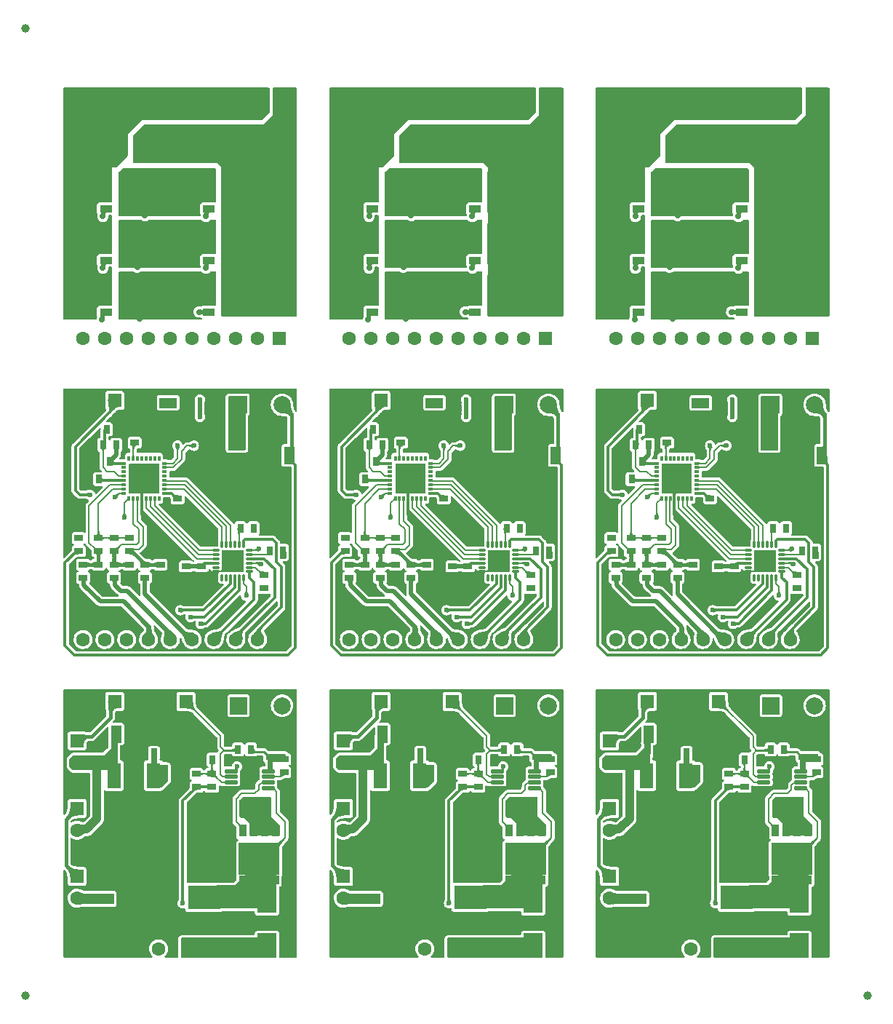
<source format=gbr>
%TF.GenerationSoftware,KiCad,Pcbnew,6.0.4-6f826c9f35~116~ubuntu20.04.1*%
%TF.CreationDate,2022-04-24T16:07:36+02:00*%
%TF.ProjectId,crawl_esc_pan,63726177-6c5f-4657-9363-5f70616e2e6b,rev?*%
%TF.SameCoordinates,Original*%
%TF.FileFunction,Copper,L1,Top*%
%TF.FilePolarity,Positive*%
%FSLAX46Y46*%
G04 Gerber Fmt 4.6, Leading zero omitted, Abs format (unit mm)*
G04 Created by KiCad (PCBNEW 6.0.4-6f826c9f35~116~ubuntu20.04.1) date 2022-04-24 16:07:36*
%MOMM*%
%LPD*%
G01*
G04 APERTURE LIST*
G04 Aperture macros list*
%AMRoundRect*
0 Rectangle with rounded corners*
0 $1 Rounding radius*
0 $2 $3 $4 $5 $6 $7 $8 $9 X,Y pos of 4 corners*
0 Add a 4 corners polygon primitive as box body*
4,1,4,$2,$3,$4,$5,$6,$7,$8,$9,$2,$3,0*
0 Add four circle primitives for the rounded corners*
1,1,$1+$1,$2,$3*
1,1,$1+$1,$4,$5*
1,1,$1+$1,$6,$7*
1,1,$1+$1,$8,$9*
0 Add four rect primitives between the rounded corners*
20,1,$1+$1,$2,$3,$4,$5,0*
20,1,$1+$1,$4,$5,$6,$7,0*
20,1,$1+$1,$6,$7,$8,$9,0*
20,1,$1+$1,$8,$9,$2,$3,0*%
G04 Aperture macros list end*
%TA.AperFunction,SMDPad,CuDef*%
%ADD10R,0.762000X1.016000*%
%TD*%
%TA.AperFunction,SMDPad,CuDef*%
%ADD11R,1.600000X3.000000*%
%TD*%
%TA.AperFunction,SMDPad,CuDef*%
%ADD12R,6.700000X6.700000*%
%TD*%
%TA.AperFunction,SMDPad,CuDef*%
%ADD13R,3.810000X2.794000*%
%TD*%
%TA.AperFunction,ComponentPad*%
%ADD14C,2.000000*%
%TD*%
%TA.AperFunction,ComponentPad*%
%ADD15R,2.000000X2.000000*%
%TD*%
%TA.AperFunction,SMDPad,CuDef*%
%ADD16R,1.193800X2.006600*%
%TD*%
%TA.AperFunction,SMDPad,CuDef*%
%ADD17R,1.016000X0.762000*%
%TD*%
%TA.AperFunction,ComponentPad*%
%ADD18C,1.600200*%
%TD*%
%TA.AperFunction,ComponentPad*%
%ADD19R,1.600200X1.600200*%
%TD*%
%TA.AperFunction,SMDPad,CuDef*%
%ADD20R,4.700000X3.750000*%
%TD*%
%TA.AperFunction,SMDPad,CuDef*%
%ADD21R,0.850000X1.050000*%
%TD*%
%TA.AperFunction,SMDPad,CuDef*%
%ADD22R,0.850000X1.450000*%
%TD*%
%TA.AperFunction,SMDPad,CuDef*%
%ADD23R,2.006600X1.193800*%
%TD*%
%TA.AperFunction,SMDPad,CuDef*%
%ADD24R,1.425000X1.760000*%
%TD*%
%TA.AperFunction,SMDPad,CuDef*%
%ADD25RoundRect,0.056250X-0.678750X-0.168750X0.678750X-0.168750X0.678750X0.168750X-0.678750X0.168750X0*%
%TD*%
%TA.AperFunction,SMDPad,CuDef*%
%ADD26R,2.200000X2.700000*%
%TD*%
%TA.AperFunction,SMDPad,CuDef*%
%ADD27RoundRect,0.067500X-0.347500X-0.067500X0.347500X-0.067500X0.347500X0.067500X-0.347500X0.067500X0*%
%TD*%
%TA.AperFunction,SMDPad,CuDef*%
%ADD28RoundRect,0.067500X0.067500X-0.347500X0.067500X0.347500X-0.067500X0.347500X-0.067500X-0.347500X0*%
%TD*%
%TA.AperFunction,SMDPad,CuDef*%
%ADD29RoundRect,0.067500X0.347500X0.067500X-0.347500X0.067500X-0.347500X-0.067500X0.347500X-0.067500X0*%
%TD*%
%TA.AperFunction,SMDPad,CuDef*%
%ADD30RoundRect,0.067500X-0.067500X0.347500X-0.067500X-0.347500X0.067500X-0.347500X0.067500X0.347500X0*%
%TD*%
%TA.AperFunction,SMDPad,CuDef*%
%ADD31R,2.600000X2.600000*%
%TD*%
%TA.AperFunction,SMDPad,CuDef*%
%ADD32R,0.600000X0.300000*%
%TD*%
%TA.AperFunction,SMDPad,CuDef*%
%ADD33R,0.300000X0.600000*%
%TD*%
%TA.AperFunction,SMDPad,CuDef*%
%ADD34R,3.450000X3.450000*%
%TD*%
%TA.AperFunction,ComponentPad*%
%ADD35O,4.300000X3.500000*%
%TD*%
%TA.AperFunction,SMDPad,CuDef*%
%ADD36R,1.450000X0.850000*%
%TD*%
%TA.AperFunction,SMDPad,CuDef*%
%ADD37R,1.050000X0.850000*%
%TD*%
%TA.AperFunction,SMDPad,CuDef*%
%ADD38R,3.750000X4.700000*%
%TD*%
%TA.AperFunction,SMDPad,CuDef*%
%ADD39RoundRect,0.750000X-0.750000X-8.500000X0.750000X-8.500000X0.750000X8.500000X-0.750000X8.500000X0*%
%TD*%
%TA.AperFunction,SMDPad,CuDef*%
%ADD40C,1.000000*%
%TD*%
%TA.AperFunction,ViaPad*%
%ADD41C,0.600000*%
%TD*%
%TA.AperFunction,ViaPad*%
%ADD42C,3.500000*%
%TD*%
%TA.AperFunction,ViaPad*%
%ADD43C,2.500000*%
%TD*%
%TA.AperFunction,ViaPad*%
%ADD44C,0.700000*%
%TD*%
%TA.AperFunction,Conductor*%
%ADD45C,0.500000*%
%TD*%
%TA.AperFunction,Conductor*%
%ADD46C,0.250000*%
%TD*%
%TA.AperFunction,Conductor*%
%ADD47C,0.300000*%
%TD*%
%TA.AperFunction,Conductor*%
%ADD48C,0.400000*%
%TD*%
%TA.AperFunction,Conductor*%
%ADD49C,0.200000*%
%TD*%
%TA.AperFunction,Conductor*%
%ADD50C,1.000000*%
%TD*%
%TA.AperFunction,Conductor*%
%ADD51C,0.750000*%
%TD*%
%TA.AperFunction,Conductor*%
%ADD52C,1.200000*%
%TD*%
%TA.AperFunction,Conductor*%
%ADD53C,0.254000*%
%TD*%
G04 APERTURE END LIST*
D10*
%TO.P,R62,2,2*%
%TO.N,/SHD*%
X190737542Y-120399777D03*
%TO.P,R62,1,1*%
%TO.N,VCC*%
X192261542Y-120399777D03*
%TD*%
D11*
%TO.P,IC13,3,OUT*%
%TO.N,+6V*%
X176299542Y-123449777D03*
D12*
%TO.P,IC13,2,GND*%
%TO.N,GND*%
X178599544Y-130099777D03*
D11*
%TO.P,IC13,1,IN*%
%TO.N,+10V*%
X180899544Y-123449777D03*
%TD*%
D13*
%TO.P,D12,K,K*%
%TO.N,Net-(D1-PadK)*%
X186799542Y-137582777D03*
%TO.P,D12,A,A*%
%TO.N,GND*%
X186799542Y-130216777D03*
%TD*%
D14*
%TO.P,ST25,3,3*%
%TO.N,VCC*%
X195865544Y-115299779D03*
%TO.P,ST25,2,2*%
%TO.N,GND*%
X193325544Y-115299779D03*
D15*
%TO.P,ST25,1,1*%
%TO.N,+10V*%
X190785544Y-115299779D03*
%TD*%
D16*
%TO.P,C96,2,2*%
%TO.N,VCC*%
X193775542Y-127099777D03*
%TO.P,C96,1,1*%
%TO.N,GND*%
X196823542Y-127099777D03*
%TD*%
D17*
%TO.P,C100,2,2*%
%TO.N,+7.5V*%
X187699542Y-124761777D03*
%TO.P,C100,1,1*%
%TO.N,Net-(C8-Pad1)*%
X187699542Y-123237777D03*
%TD*%
D18*
%TO.P,ST29,3,3*%
%TO.N,GND*%
X171999544Y-140239777D03*
%TO.P,ST29,2,2*%
%TO.N,+7.5V*%
X171999544Y-137699777D03*
D19*
%TO.P,ST29,1,1*%
%TO.N,/PWM_SERVO*%
X171999544Y-135159777D03*
%TD*%
D18*
%TO.P,ST30,2,2*%
%TO.N,GND*%
X182129544Y-114799777D03*
D19*
%TO.P,ST30,1,1*%
%TO.N,/SHD*%
X184669544Y-114799777D03*
%TD*%
D20*
%TO.P,Q21,9,D*%
%TO.N,Net-(D1-PadK)*%
X193199542Y-133149777D03*
D21*
%TO.P,Q21,8,D*%
X195104542Y-135549777D03*
%TO.P,Q21,7,D*%
X193834542Y-135549777D03*
%TO.P,Q21,6,D*%
X192564542Y-135549777D03*
%TO.P,Q21,5,D*%
X191294542Y-135549777D03*
D22*
%TO.P,Q21,4,G*%
%TO.N,Net-(IC2-Pad6)*%
X191294542Y-129849777D03*
%TO.P,Q21,3,S*%
%TO.N,VCC*%
X192564542Y-129849777D03*
%TO.P,Q21,2,S*%
X193834542Y-129849777D03*
%TO.P,Q21,1,S*%
X195104542Y-129849777D03*
%TD*%
D17*
%TO.P,C99,2,2*%
%TO.N,VCC*%
X194499542Y-121261777D03*
%TO.P,C99,1,1*%
%TO.N,GND*%
X194499542Y-119737777D03*
%TD*%
D23*
%TO.P,C108,2,2*%
%TO.N,+7.5V*%
X188799544Y-143423779D03*
%TO.P,C108,1,1*%
%TO.N,GND*%
X188799544Y-140375779D03*
%TD*%
D24*
%TO.P,IC14,9,EPAD*%
%TO.N,GND*%
X192099542Y-123899780D03*
D25*
%TO.P,IC14,8,VIN*%
%TO.N,VCC*%
X194249542Y-122924780D03*
%TO.P,IC14,7,VCC*%
%TO.N,Net-(C1-Pad1)*%
X194249542Y-123574779D03*
%TO.P,IC14,6,PGATE*%
%TO.N,Net-(IC2-Pad6)*%
X194249542Y-124224780D03*
%TO.P,IC14,5,ISEN*%
%TO.N,Net-(D1-PadK)*%
X194249542Y-124874779D03*
%TO.P,IC14,4,GND*%
%TO.N,GND*%
X189949542Y-124874779D03*
%TO.P,IC14,3,FB*%
%TO.N,Net-(C8-Pad1)*%
X189949542Y-124224780D03*
%TO.P,IC14,2,RT*%
%TO.N,/SHD*%
X189949542Y-123574779D03*
%TO.P,IC14,1,ADJ*%
%TO.N,Net-(C2-Pad2)*%
X189949542Y-122924780D03*
%TD*%
D23*
%TO.P,C109,2,2*%
%TO.N,+7.5V*%
X186099544Y-143423779D03*
%TO.P,C109,1,1*%
%TO.N,GND*%
X186099544Y-140375779D03*
%TD*%
D17*
%TO.P,C93,2,2*%
%TO.N,VCC*%
X196099542Y-121537777D03*
%TO.P,C93,1,1*%
%TO.N,Net-(C1-Pad1)*%
X196099542Y-123061777D03*
%TD*%
D26*
%TO.P,L7,2,2*%
%TO.N,+7.5V*%
X194099542Y-143149779D03*
%TO.P,L7,1,1*%
%TO.N,Net-(D1-PadK)*%
X194099542Y-138049779D03*
%TD*%
D18*
%TO.P,ST27,3,3*%
%TO.N,GND*%
X171999544Y-124479779D03*
%TO.P,ST27,2,2*%
%TO.N,+6V*%
X171999544Y-121939779D03*
D19*
%TO.P,ST27,1,1*%
%TO.N,/PWM_ESC*%
X171999544Y-119399779D03*
%TD*%
D18*
%TO.P,ST26,2,2*%
%TO.N,GND*%
X178935542Y-114804779D03*
D19*
%TO.P,ST26,1,1*%
%TO.N,/PWM_ESC*%
X176395542Y-114804779D03*
%TD*%
D10*
%TO.P,C105,2,2*%
%TO.N,+6V*%
X176337544Y-120799777D03*
%TO.P,C105,1,1*%
%TO.N,GND*%
X177861544Y-120799777D03*
%TD*%
%TO.P,R64,2,2*%
%TO.N,GND*%
X186237542Y-121599777D03*
%TO.P,R64,1,1*%
%TO.N,Net-(C8-Pad1)*%
X187761542Y-121599777D03*
%TD*%
D16*
%TO.P,C98,2,2*%
%TO.N,VCC*%
X191723542Y-127099777D03*
%TO.P,C98,1,1*%
%TO.N,GND*%
X188675542Y-127099777D03*
%TD*%
D18*
%TO.P,ST31,2,2*%
%TO.N,+7.5V*%
X181470000Y-143600000D03*
D19*
%TO.P,ST31,1,1*%
%TO.N,GND*%
X178930000Y-143600000D03*
%TD*%
D18*
%TO.P,ST28,3,3*%
%TO.N,GND*%
X171999544Y-132339777D03*
%TO.P,ST28,2,2*%
%TO.N,+6V*%
X171999544Y-129799777D03*
D19*
%TO.P,ST28,1,1*%
%TO.N,/PWM_SERVO*%
X171999544Y-127259777D03*
%TD*%
D10*
%TO.P,C104,2,2*%
%TO.N,+10V*%
X180961542Y-120799777D03*
%TO.P,C104,1,1*%
%TO.N,GND*%
X179437542Y-120799777D03*
%TD*%
D23*
%TO.P,C103,2,2*%
%TO.N,GND*%
X175299542Y-140823779D03*
%TO.P,C103,1,1*%
%TO.N,+7.5V*%
X175299542Y-137775779D03*
%TD*%
D17*
%TO.P,R63,2,2*%
%TO.N,Net-(C8-Pad1)*%
X185899544Y-123237777D03*
%TO.P,R63,1,1*%
%TO.N,+7.5V*%
X185899544Y-124761777D03*
%TD*%
D16*
%TO.P,C106,2,2*%
%TO.N,+6V*%
X176575542Y-118599777D03*
%TO.P,C106,1,1*%
%TO.N,GND*%
X179623542Y-118599777D03*
%TD*%
D10*
%TO.P,R56,2,2*%
%TO.N,/SHD*%
X159737542Y-120399777D03*
%TO.P,R56,1,1*%
%TO.N,VCC*%
X161261542Y-120399777D03*
%TD*%
D11*
%TO.P,IC10,3,OUT*%
%TO.N,+6V*%
X145299542Y-123449777D03*
D12*
%TO.P,IC10,2,GND*%
%TO.N,GND*%
X147599544Y-130099777D03*
D11*
%TO.P,IC10,1,IN*%
%TO.N,+10V*%
X149899544Y-123449777D03*
%TD*%
D13*
%TO.P,D10,K,K*%
%TO.N,Net-(D1-PadK)*%
X155799542Y-137582777D03*
%TO.P,D10,A,A*%
%TO.N,GND*%
X155799542Y-130216777D03*
%TD*%
D14*
%TO.P,ST18,3,3*%
%TO.N,VCC*%
X164865544Y-115299779D03*
%TO.P,ST18,2,2*%
%TO.N,GND*%
X162325544Y-115299779D03*
D15*
%TO.P,ST18,1,1*%
%TO.N,+10V*%
X159785544Y-115299779D03*
%TD*%
D16*
%TO.P,C74,2,2*%
%TO.N,VCC*%
X162775542Y-127099777D03*
%TO.P,C74,1,1*%
%TO.N,GND*%
X165823542Y-127099777D03*
%TD*%
D17*
%TO.P,C78,2,2*%
%TO.N,+7.5V*%
X156699542Y-124761777D03*
%TO.P,C78,1,1*%
%TO.N,Net-(C8-Pad1)*%
X156699542Y-123237777D03*
%TD*%
D18*
%TO.P,ST22,3,3*%
%TO.N,GND*%
X140999544Y-140239777D03*
%TO.P,ST22,2,2*%
%TO.N,+7.5V*%
X140999544Y-137699777D03*
D19*
%TO.P,ST22,1,1*%
%TO.N,/PWM_SERVO*%
X140999544Y-135159777D03*
%TD*%
D18*
%TO.P,ST23,2,2*%
%TO.N,GND*%
X151129544Y-114799777D03*
D19*
%TO.P,ST23,1,1*%
%TO.N,/SHD*%
X153669544Y-114799777D03*
%TD*%
D20*
%TO.P,Q20,9,D*%
%TO.N,Net-(D1-PadK)*%
X162199542Y-133149777D03*
D21*
%TO.P,Q20,8,D*%
X164104542Y-135549777D03*
%TO.P,Q20,7,D*%
X162834542Y-135549777D03*
%TO.P,Q20,6,D*%
X161564542Y-135549777D03*
%TO.P,Q20,5,D*%
X160294542Y-135549777D03*
D22*
%TO.P,Q20,4,G*%
%TO.N,Net-(IC2-Pad6)*%
X160294542Y-129849777D03*
%TO.P,Q20,3,S*%
%TO.N,VCC*%
X161564542Y-129849777D03*
%TO.P,Q20,2,S*%
X162834542Y-129849777D03*
%TO.P,Q20,1,S*%
X164104542Y-129849777D03*
%TD*%
D17*
%TO.P,C77,2,2*%
%TO.N,VCC*%
X163499542Y-121261777D03*
%TO.P,C77,1,1*%
%TO.N,GND*%
X163499542Y-119737777D03*
%TD*%
D23*
%TO.P,C86,2,2*%
%TO.N,+7.5V*%
X157799544Y-143423779D03*
%TO.P,C86,1,1*%
%TO.N,GND*%
X157799544Y-140375779D03*
%TD*%
D24*
%TO.P,IC11,9,EPAD*%
%TO.N,GND*%
X161099542Y-123899780D03*
D25*
%TO.P,IC11,8,VIN*%
%TO.N,VCC*%
X163249542Y-122924780D03*
%TO.P,IC11,7,VCC*%
%TO.N,Net-(C1-Pad1)*%
X163249542Y-123574779D03*
%TO.P,IC11,6,PGATE*%
%TO.N,Net-(IC2-Pad6)*%
X163249542Y-124224780D03*
%TO.P,IC11,5,ISEN*%
%TO.N,Net-(D1-PadK)*%
X163249542Y-124874779D03*
%TO.P,IC11,4,GND*%
%TO.N,GND*%
X158949542Y-124874779D03*
%TO.P,IC11,3,FB*%
%TO.N,Net-(C8-Pad1)*%
X158949542Y-124224780D03*
%TO.P,IC11,2,RT*%
%TO.N,/SHD*%
X158949542Y-123574779D03*
%TO.P,IC11,1,ADJ*%
%TO.N,Net-(C2-Pad2)*%
X158949542Y-122924780D03*
%TD*%
D23*
%TO.P,C87,2,2*%
%TO.N,+7.5V*%
X155099544Y-143423779D03*
%TO.P,C87,1,1*%
%TO.N,GND*%
X155099544Y-140375779D03*
%TD*%
D17*
%TO.P,C71,2,2*%
%TO.N,VCC*%
X165099542Y-121537777D03*
%TO.P,C71,1,1*%
%TO.N,Net-(C1-Pad1)*%
X165099542Y-123061777D03*
%TD*%
D26*
%TO.P,L5,2,2*%
%TO.N,+7.5V*%
X163099542Y-143149779D03*
%TO.P,L5,1,1*%
%TO.N,Net-(D1-PadK)*%
X163099542Y-138049779D03*
%TD*%
D18*
%TO.P,ST20,3,3*%
%TO.N,GND*%
X140999544Y-124479779D03*
%TO.P,ST20,2,2*%
%TO.N,+6V*%
X140999544Y-121939779D03*
D19*
%TO.P,ST20,1,1*%
%TO.N,/PWM_ESC*%
X140999544Y-119399779D03*
%TD*%
D18*
%TO.P,ST19,2,2*%
%TO.N,GND*%
X147935542Y-114804779D03*
D19*
%TO.P,ST19,1,1*%
%TO.N,/PWM_ESC*%
X145395542Y-114804779D03*
%TD*%
D10*
%TO.P,C83,2,2*%
%TO.N,+6V*%
X145337544Y-120799777D03*
%TO.P,C83,1,1*%
%TO.N,GND*%
X146861544Y-120799777D03*
%TD*%
%TO.P,R58,2,2*%
%TO.N,GND*%
X155237542Y-121599777D03*
%TO.P,R58,1,1*%
%TO.N,Net-(C8-Pad1)*%
X156761542Y-121599777D03*
%TD*%
D16*
%TO.P,C76,2,2*%
%TO.N,VCC*%
X160723542Y-127099777D03*
%TO.P,C76,1,1*%
%TO.N,GND*%
X157675542Y-127099777D03*
%TD*%
D18*
%TO.P,ST24,2,2*%
%TO.N,+7.5V*%
X150470000Y-143600000D03*
D19*
%TO.P,ST24,1,1*%
%TO.N,GND*%
X147930000Y-143600000D03*
%TD*%
D18*
%TO.P,ST21,3,3*%
%TO.N,GND*%
X140999544Y-132339777D03*
%TO.P,ST21,2,2*%
%TO.N,+6V*%
X140999544Y-129799777D03*
D19*
%TO.P,ST21,1,1*%
%TO.N,/PWM_SERVO*%
X140999544Y-127259777D03*
%TD*%
D10*
%TO.P,C82,2,2*%
%TO.N,+10V*%
X149961542Y-120799777D03*
%TO.P,C82,1,1*%
%TO.N,GND*%
X148437542Y-120799777D03*
%TD*%
D23*
%TO.P,C81,2,2*%
%TO.N,GND*%
X144299542Y-140823779D03*
%TO.P,C81,1,1*%
%TO.N,+7.5V*%
X144299542Y-137775779D03*
%TD*%
D17*
%TO.P,R57,2,2*%
%TO.N,Net-(C8-Pad1)*%
X154899544Y-123237777D03*
%TO.P,R57,1,1*%
%TO.N,+7.5V*%
X154899544Y-124761777D03*
%TD*%
D16*
%TO.P,C84,2,2*%
%TO.N,+6V*%
X145575542Y-118599777D03*
%TO.P,C84,1,1*%
%TO.N,GND*%
X148623542Y-118599777D03*
%TD*%
D10*
%TO.P,C64,1,1*%
%TO.N,Net-(C10-Pad1)*%
X175433416Y-83160073D03*
%TO.P,C64,2,2*%
%TO.N,GND*%
X176957416Y-83160073D03*
%TD*%
D17*
%TO.P,R42,1,1*%
%TO.N,Net-(IC2-Pad31)*%
X178695416Y-84722074D03*
%TO.P,R42,2,2*%
%TO.N,GND*%
X178695416Y-83198074D03*
%TD*%
D16*
%TO.P,C56,1,1*%
%TO.N,GND*%
X193891174Y-83299998D03*
%TO.P,C56,2,2*%
%TO.N,+10V*%
X190843174Y-83299998D03*
%TD*%
%TO.P,C55,1,1*%
%TO.N,GND*%
X193676000Y-86199998D03*
%TO.P,C55,2,2*%
%TO.N,VCC*%
X196724000Y-86199998D03*
%TD*%
D23*
%TO.P,C59,1,1*%
%TO.N,GND*%
X182600000Y-83124000D03*
%TO.P,C59,2,2*%
%TO.N,+3V3*%
X182600000Y-80076000D03*
%TD*%
D19*
%TO.P,ST16,1,1*%
%TO.N,GND*%
X195560000Y-107599998D03*
D18*
%TO.P,ST16,2,2*%
%TO.N,/GHIA*%
X193020000Y-107599998D03*
%TO.P,ST16,3,3*%
%TO.N,/GHIB*%
X190480000Y-107599998D03*
%TO.P,ST16,4,4*%
%TO.N,/GHIC*%
X187940000Y-107599998D03*
%TO.P,ST16,5,5*%
%TO.N,/MA*%
X185400000Y-107599998D03*
%TO.P,ST16,6,6*%
%TO.N,/MB*%
X182860000Y-107599998D03*
%TO.P,ST16,7,7*%
%TO.N,/MC*%
X180320000Y-107599998D03*
%TO.P,ST16,8,8*%
%TO.N,/GLOA*%
X177780000Y-107599998D03*
%TO.P,ST16,9,9*%
%TO.N,/GLOB*%
X175240000Y-107599998D03*
%TO.P,ST16,10,10*%
%TO.N,/GLOC*%
X172700000Y-107599998D03*
%TD*%
D17*
%TO.P,C62,1,1*%
%TO.N,GND*%
X183695416Y-92722073D03*
%TO.P,C62,2,2*%
%TO.N,+3V3*%
X183695416Y-91198073D03*
%TD*%
%TO.P,R43,1,1*%
%TO.N,/VBAT*%
X172200000Y-95798072D03*
%TO.P,R43,2,2*%
%TO.N,VCC*%
X172200000Y-97322072D03*
%TD*%
D27*
%TO.P,IC9,1,LIN1*%
%TO.N,/LIN1*%
X188155415Y-97210073D03*
%TO.P,IC9,2,LIN2*%
%TO.N,/LIN2*%
X188155415Y-97710072D03*
%TO.P,IC9,3,LIN3*%
%TO.N,/LIN3*%
X188155415Y-98210074D03*
%TO.P,IC9,4,VCC*%
%TO.N,+10V*%
X188155415Y-98710073D03*
%TO.P,IC9,5*%
%TO.N,N/C*%
X188155415Y-99210074D03*
%TO.P,IC9,6,COM*%
%TO.N,GND*%
X188155415Y-99710073D03*
D28*
%TO.P,IC9,7*%
%TO.N,N/C*%
X188845416Y-100400074D03*
%TO.P,IC9,8*%
X189345415Y-100400074D03*
%TO.P,IC9,9,LO3*%
%TO.N,/GLOC*%
X189845416Y-100400074D03*
%TO.P,IC9,10,LO2*%
%TO.N,/GLOB*%
X190345415Y-100400074D03*
%TO.P,IC9,11,LO1*%
%TO.N,/GLOA*%
X190845417Y-100400074D03*
%TO.P,IC9,12,VS3*%
%TO.N,/MC*%
X191345416Y-100400074D03*
D29*
%TO.P,IC9,13,HO3*%
%TO.N,/GHIC*%
X192035417Y-99710073D03*
%TO.P,IC9,14,VB3*%
%TO.N,Net-(C14-Pad2)*%
X192035417Y-99210074D03*
%TO.P,IC9,15,VS2*%
%TO.N,/MB*%
X192035417Y-98710073D03*
%TO.P,IC9,16,HO2*%
%TO.N,/GHIB*%
X192035417Y-98210074D03*
%TO.P,IC9,17,VB2*%
%TO.N,Net-(C15-Pad2)*%
X192035417Y-97710072D03*
%TO.P,IC9,18,VS1*%
%TO.N,/MA*%
X192035417Y-97210073D03*
D30*
%TO.P,IC9,19,HO1*%
%TO.N,/GHIA*%
X191345416Y-96520072D03*
%TO.P,IC9,20,VB1*%
%TO.N,Net-(C16-Pad2)*%
X190845417Y-96520072D03*
%TO.P,IC9,21*%
%TO.N,N/C*%
X190345415Y-96520072D03*
%TO.P,IC9,22,HIN1*%
%TO.N,/HIN1*%
X189845416Y-96520072D03*
%TO.P,IC9,23,HIN2*%
%TO.N,/HIN2*%
X189345415Y-96520072D03*
%TO.P,IC9,24,HIN3*%
%TO.N,/HIN3*%
X188845416Y-96520072D03*
D31*
%TO.P,IC9,25,EXP*%
%TO.N,GND*%
X190095416Y-98460073D03*
%TD*%
D17*
%TO.P,R48,1,1*%
%TO.N,/PHCOM*%
X176295415Y-95798072D03*
%TO.P,R48,2,2*%
%TO.N,/PHB*%
X176295415Y-97322072D03*
%TD*%
%TO.P,C68,1,1*%
%TO.N,/MC*%
X193795416Y-101622073D03*
%TO.P,C68,2,2*%
%TO.N,Net-(C14-Pad2)*%
X193795416Y-100098073D03*
%TD*%
D10*
%TO.P,C70,1,1*%
%TO.N,/MA*%
X192557417Y-94660073D03*
%TO.P,C70,2,2*%
%TO.N,Net-(C16-Pad2)*%
X191033417Y-94660073D03*
%TD*%
D17*
%TO.P,C66,1,1*%
%TO.N,GND*%
X186495415Y-100622073D03*
%TO.P,C66,2,2*%
%TO.N,+10V*%
X186495415Y-99098073D03*
%TD*%
%TO.P,R51,1,1*%
%TO.N,GND*%
X174495416Y-100422071D03*
%TO.P,R51,2,2*%
%TO.N,/PHC*%
X174495416Y-98898071D03*
%TD*%
%TO.P,R53,1,1*%
%TO.N,GND*%
X181695415Y-100422071D03*
%TO.P,R53,2,2*%
%TO.N,/PHA*%
X181695415Y-98898071D03*
%TD*%
%TO.P,R50,1,1*%
%TO.N,/PHCOM*%
X174495416Y-95798072D03*
%TO.P,R50,2,2*%
%TO.N,/PHC*%
X174495416Y-97322072D03*
%TD*%
D10*
%TO.P,C63,1,1*%
%TO.N,GND*%
X173033415Y-88960072D03*
%TO.P,C63,2,2*%
%TO.N,+3.3VA*%
X174557415Y-88960072D03*
%TD*%
D17*
%TO.P,R45,1,1*%
%TO.N,/MA*%
X179895416Y-100422071D03*
%TO.P,R45,2,2*%
%TO.N,/PHA*%
X179895416Y-98898071D03*
%TD*%
%TO.P,R46,1,1*%
%TO.N,/PHCOM*%
X178095417Y-95798072D03*
%TO.P,R46,2,2*%
%TO.N,/PHA*%
X178095417Y-97322072D03*
%TD*%
D10*
%TO.P,C61,1,1*%
%TO.N,GND*%
X174271416Y-86860073D03*
%TO.P,C61,2,2*%
%TO.N,+3V3*%
X175795416Y-86860073D03*
%TD*%
D19*
%TO.P,ST17,1,1*%
%TO.N,Net-(R14-Pad1)*%
X176395316Y-79804903D03*
D18*
%TO.P,ST17,2,2*%
%TO.N,GND*%
X178935316Y-79804903D03*
%TD*%
D17*
%TO.P,R49,1,1*%
%TO.N,/MC*%
X172695415Y-100422071D03*
%TO.P,R49,2,2*%
%TO.N,/PHC*%
X172695415Y-98898071D03*
%TD*%
D10*
%TO.P,R41,1,1*%
%TO.N,Net-(C10-Pad1)*%
X175033416Y-84960072D03*
%TO.P,R41,2,2*%
%TO.N,+3V3*%
X176557416Y-84960072D03*
%TD*%
%TO.P,C69,1,1*%
%TO.N,/MB*%
X195962000Y-97299998D03*
%TO.P,C69,2,2*%
%TO.N,Net-(C15-Pad2)*%
X194438000Y-97299998D03*
%TD*%
D15*
%TO.P,ST15,1,1*%
%TO.N,+10V*%
X190785417Y-80300000D03*
D14*
%TO.P,ST15,2,2*%
%TO.N,GND*%
X193325417Y-80300000D03*
%TO.P,ST15,3,3*%
%TO.N,VCC*%
X195865417Y-80300000D03*
%TD*%
D17*
%TO.P,R47,1,1*%
%TO.N,/MB*%
X176295415Y-100422071D03*
%TO.P,R47,2,2*%
%TO.N,/PHB*%
X176295415Y-98898071D03*
%TD*%
D32*
%TO.P,IC8,1,VDD*%
%TO.N,+3V3*%
X177445416Y-87110073D03*
%TO.P,IC8,2,PF0-OSCIN*%
%TO.N,unconnected-(IC2-Pad2)*%
X177445416Y-87610072D03*
%TO.P,IC8,3,PF1-OSCOUT*%
%TO.N,unconnected-(IC2-Pad3)*%
X177445416Y-88110071D03*
%TO.P,IC8,4,NRST*%
%TO.N,Net-(C10-Pad1)*%
X177445416Y-88610072D03*
%TO.P,IC8,5,VDDA*%
%TO.N,+3.3VA*%
X177445416Y-89110071D03*
%TO.P,IC8,6,PA0*%
%TO.N,/PHC*%
X177445416Y-89610073D03*
%TO.P,IC8,7,PA1*%
%TO.N,/PHCOM*%
X177445416Y-90110072D03*
%TO.P,IC8,8,PA2*%
%TO.N,/PWM*%
X177445416Y-90610071D03*
D33*
%TO.P,IC8,9,PA3*%
%TO.N,/VBAT*%
X178045417Y-91210072D03*
%TO.P,IC8,10,PA4*%
%TO.N,/PHB*%
X178545416Y-91210072D03*
%TO.P,IC8,11,PA5*%
%TO.N,/PHA*%
X179045415Y-91210072D03*
%TO.P,IC8,12,PA6*%
%TO.N,GND*%
X179545417Y-91210072D03*
%TO.P,IC8,13,PA7*%
%TO.N,/LIN3*%
X180045416Y-91210072D03*
%TO.P,IC8,14,PB0*%
%TO.N,/LIN2*%
X180545417Y-91210072D03*
%TO.P,IC8,15,PB1*%
%TO.N,/LIN1*%
X181045416Y-91210072D03*
%TO.P,IC8,16,PB2*%
%TO.N,unconnected-(IC2-Pad16)*%
X181545415Y-91210072D03*
D32*
%TO.P,IC8,17,VDD1*%
%TO.N,+3V3*%
X182145416Y-90610071D03*
%TO.P,IC8,18,PA8*%
%TO.N,/HIN3*%
X182145416Y-90110072D03*
%TO.P,IC8,19,PA9*%
%TO.N,/HIN2*%
X182145416Y-89610073D03*
%TO.P,IC8,20,PA10*%
%TO.N,/HIN1*%
X182145416Y-89110071D03*
%TO.P,IC8,21,PA11*%
%TO.N,unconnected-(IC2-Pad21)*%
X182145416Y-88610072D03*
%TO.P,IC8,22,PA12*%
%TO.N,unconnected-(IC2-Pad22)*%
X182145416Y-88110071D03*
%TO.P,IC8,23,PA13*%
%TO.N,/SWDIO*%
X182145416Y-87610072D03*
%TO.P,IC8,24,PA14*%
%TO.N,/SWCLK*%
X182145416Y-87110073D03*
D33*
%TO.P,IC8,25,PA15*%
%TO.N,unconnected-(IC2-Pad25)*%
X181545415Y-86510072D03*
%TO.P,IC8,26,PB3*%
%TO.N,unconnected-(IC2-Pad26)*%
X181045416Y-86510072D03*
%TO.P,IC8,27,PB4*%
%TO.N,unconnected-(IC2-Pad27)*%
X180545417Y-86510072D03*
%TO.P,IC8,28,PB5*%
%TO.N,unconnected-(IC2-Pad28)*%
X180045416Y-86510072D03*
%TO.P,IC8,29,PB6*%
%TO.N,unconnected-(IC2-Pad29)*%
X179545417Y-86510072D03*
%TO.P,IC8,30,PB7*%
%TO.N,unconnected-(IC2-Pad30)*%
X179045415Y-86510072D03*
%TO.P,IC8,31,BOOT0*%
%TO.N,Net-(IC2-Pad31)*%
X178545416Y-86510072D03*
%TO.P,IC8,32,PB8*%
%TO.N,unconnected-(IC2-Pad32)*%
X178045417Y-86510072D03*
D34*
%TO.P,IC8,33,VSS*%
%TO.N,GND*%
X179795416Y-88860072D03*
%TD*%
D17*
%TO.P,C57,1,1*%
%TO.N,GND*%
X184695416Y-100622073D03*
%TO.P,C57,2,2*%
%TO.N,+10V*%
X184695416Y-99098073D03*
%TD*%
%TO.P,R52,1,1*%
%TO.N,GND*%
X178095417Y-100422071D03*
%TO.P,R52,2,2*%
%TO.N,/PHB*%
X178095417Y-98898071D03*
%TD*%
D10*
%TO.P,C48,1,1*%
%TO.N,Net-(C10-Pad1)*%
X144433416Y-83160073D03*
%TO.P,C48,2,2*%
%TO.N,GND*%
X145957416Y-83160073D03*
%TD*%
D17*
%TO.P,R28,1,1*%
%TO.N,Net-(IC2-Pad31)*%
X147695416Y-84722074D03*
%TO.P,R28,2,2*%
%TO.N,GND*%
X147695416Y-83198074D03*
%TD*%
D16*
%TO.P,C40,1,1*%
%TO.N,GND*%
X162891174Y-83299998D03*
%TO.P,C40,2,2*%
%TO.N,+10V*%
X159843174Y-83299998D03*
%TD*%
%TO.P,C39,1,1*%
%TO.N,GND*%
X162676000Y-86199998D03*
%TO.P,C39,2,2*%
%TO.N,VCC*%
X165724000Y-86199998D03*
%TD*%
D23*
%TO.P,C43,1,1*%
%TO.N,GND*%
X151600000Y-83124000D03*
%TO.P,C43,2,2*%
%TO.N,+3V3*%
X151600000Y-80076000D03*
%TD*%
D19*
%TO.P,ST13,1,1*%
%TO.N,GND*%
X164560000Y-107599998D03*
D18*
%TO.P,ST13,2,2*%
%TO.N,/GHIA*%
X162020000Y-107599998D03*
%TO.P,ST13,3,3*%
%TO.N,/GHIB*%
X159480000Y-107599998D03*
%TO.P,ST13,4,4*%
%TO.N,/GHIC*%
X156940000Y-107599998D03*
%TO.P,ST13,5,5*%
%TO.N,/MA*%
X154400000Y-107599998D03*
%TO.P,ST13,6,6*%
%TO.N,/MB*%
X151860000Y-107599998D03*
%TO.P,ST13,7,7*%
%TO.N,/MC*%
X149320000Y-107599998D03*
%TO.P,ST13,8,8*%
%TO.N,/GLOA*%
X146780000Y-107599998D03*
%TO.P,ST13,9,9*%
%TO.N,/GLOB*%
X144240000Y-107599998D03*
%TO.P,ST13,10,10*%
%TO.N,/GLOC*%
X141700000Y-107599998D03*
%TD*%
D17*
%TO.P,C46,1,1*%
%TO.N,GND*%
X152695416Y-92722073D03*
%TO.P,C46,2,2*%
%TO.N,+3V3*%
X152695416Y-91198073D03*
%TD*%
%TO.P,R29,1,1*%
%TO.N,/VBAT*%
X141200000Y-95798072D03*
%TO.P,R29,2,2*%
%TO.N,VCC*%
X141200000Y-97322072D03*
%TD*%
D27*
%TO.P,IC6,1,LIN1*%
%TO.N,/LIN1*%
X157155415Y-97210073D03*
%TO.P,IC6,2,LIN2*%
%TO.N,/LIN2*%
X157155415Y-97710072D03*
%TO.P,IC6,3,LIN3*%
%TO.N,/LIN3*%
X157155415Y-98210074D03*
%TO.P,IC6,4,VCC*%
%TO.N,+10V*%
X157155415Y-98710073D03*
%TO.P,IC6,5*%
%TO.N,N/C*%
X157155415Y-99210074D03*
%TO.P,IC6,6,COM*%
%TO.N,GND*%
X157155415Y-99710073D03*
D28*
%TO.P,IC6,7*%
%TO.N,N/C*%
X157845416Y-100400074D03*
%TO.P,IC6,8*%
X158345415Y-100400074D03*
%TO.P,IC6,9,LO3*%
%TO.N,/GLOC*%
X158845416Y-100400074D03*
%TO.P,IC6,10,LO2*%
%TO.N,/GLOB*%
X159345415Y-100400074D03*
%TO.P,IC6,11,LO1*%
%TO.N,/GLOA*%
X159845417Y-100400074D03*
%TO.P,IC6,12,VS3*%
%TO.N,/MC*%
X160345416Y-100400074D03*
D29*
%TO.P,IC6,13,HO3*%
%TO.N,/GHIC*%
X161035417Y-99710073D03*
%TO.P,IC6,14,VB3*%
%TO.N,Net-(C14-Pad2)*%
X161035417Y-99210074D03*
%TO.P,IC6,15,VS2*%
%TO.N,/MB*%
X161035417Y-98710073D03*
%TO.P,IC6,16,HO2*%
%TO.N,/GHIB*%
X161035417Y-98210074D03*
%TO.P,IC6,17,VB2*%
%TO.N,Net-(C15-Pad2)*%
X161035417Y-97710072D03*
%TO.P,IC6,18,VS1*%
%TO.N,/MA*%
X161035417Y-97210073D03*
D30*
%TO.P,IC6,19,HO1*%
%TO.N,/GHIA*%
X160345416Y-96520072D03*
%TO.P,IC6,20,VB1*%
%TO.N,Net-(C16-Pad2)*%
X159845417Y-96520072D03*
%TO.P,IC6,21*%
%TO.N,N/C*%
X159345415Y-96520072D03*
%TO.P,IC6,22,HIN1*%
%TO.N,/HIN1*%
X158845416Y-96520072D03*
%TO.P,IC6,23,HIN2*%
%TO.N,/HIN2*%
X158345415Y-96520072D03*
%TO.P,IC6,24,HIN3*%
%TO.N,/HIN3*%
X157845416Y-96520072D03*
D31*
%TO.P,IC6,25,EXP*%
%TO.N,GND*%
X159095416Y-98460073D03*
%TD*%
D17*
%TO.P,R34,1,1*%
%TO.N,/PHCOM*%
X145295415Y-95798072D03*
%TO.P,R34,2,2*%
%TO.N,/PHB*%
X145295415Y-97322072D03*
%TD*%
%TO.P,C52,1,1*%
%TO.N,/MC*%
X162795416Y-101622073D03*
%TO.P,C52,2,2*%
%TO.N,Net-(C14-Pad2)*%
X162795416Y-100098073D03*
%TD*%
D10*
%TO.P,C54,1,1*%
%TO.N,/MA*%
X161557417Y-94660073D03*
%TO.P,C54,2,2*%
%TO.N,Net-(C16-Pad2)*%
X160033417Y-94660073D03*
%TD*%
D17*
%TO.P,C50,1,1*%
%TO.N,GND*%
X155495415Y-100622073D03*
%TO.P,C50,2,2*%
%TO.N,+10V*%
X155495415Y-99098073D03*
%TD*%
%TO.P,R37,1,1*%
%TO.N,GND*%
X143495416Y-100422071D03*
%TO.P,R37,2,2*%
%TO.N,/PHC*%
X143495416Y-98898071D03*
%TD*%
%TO.P,R39,1,1*%
%TO.N,GND*%
X150695415Y-100422071D03*
%TO.P,R39,2,2*%
%TO.N,/PHA*%
X150695415Y-98898071D03*
%TD*%
%TO.P,R36,1,1*%
%TO.N,/PHCOM*%
X143495416Y-95798072D03*
%TO.P,R36,2,2*%
%TO.N,/PHC*%
X143495416Y-97322072D03*
%TD*%
D10*
%TO.P,C47,1,1*%
%TO.N,GND*%
X142033415Y-88960072D03*
%TO.P,C47,2,2*%
%TO.N,+3.3VA*%
X143557415Y-88960072D03*
%TD*%
D17*
%TO.P,R31,1,1*%
%TO.N,/MA*%
X148895416Y-100422071D03*
%TO.P,R31,2,2*%
%TO.N,/PHA*%
X148895416Y-98898071D03*
%TD*%
%TO.P,R32,1,1*%
%TO.N,/PHCOM*%
X147095417Y-95798072D03*
%TO.P,R32,2,2*%
%TO.N,/PHA*%
X147095417Y-97322072D03*
%TD*%
D10*
%TO.P,C45,1,1*%
%TO.N,GND*%
X143271416Y-86860073D03*
%TO.P,C45,2,2*%
%TO.N,+3V3*%
X144795416Y-86860073D03*
%TD*%
D19*
%TO.P,ST14,1,1*%
%TO.N,Net-(R14-Pad1)*%
X145395316Y-79804903D03*
D18*
%TO.P,ST14,2,2*%
%TO.N,GND*%
X147935316Y-79804903D03*
%TD*%
D17*
%TO.P,R35,1,1*%
%TO.N,/MC*%
X141695415Y-100422071D03*
%TO.P,R35,2,2*%
%TO.N,/PHC*%
X141695415Y-98898071D03*
%TD*%
D10*
%TO.P,R27,1,1*%
%TO.N,Net-(C10-Pad1)*%
X144033416Y-84960072D03*
%TO.P,R27,2,2*%
%TO.N,+3V3*%
X145557416Y-84960072D03*
%TD*%
%TO.P,C53,1,1*%
%TO.N,/MB*%
X164962000Y-97299998D03*
%TO.P,C53,2,2*%
%TO.N,Net-(C15-Pad2)*%
X163438000Y-97299998D03*
%TD*%
D15*
%TO.P,ST12,1,1*%
%TO.N,+10V*%
X159785417Y-80300000D03*
D14*
%TO.P,ST12,2,2*%
%TO.N,GND*%
X162325417Y-80300000D03*
%TO.P,ST12,3,3*%
%TO.N,VCC*%
X164865417Y-80300000D03*
%TD*%
D17*
%TO.P,R33,1,1*%
%TO.N,/MB*%
X145295415Y-100422071D03*
%TO.P,R33,2,2*%
%TO.N,/PHB*%
X145295415Y-98898071D03*
%TD*%
D32*
%TO.P,IC5,1,VDD*%
%TO.N,+3V3*%
X146445416Y-87110073D03*
%TO.P,IC5,2,PF0-OSCIN*%
%TO.N,unconnected-(IC2-Pad2)*%
X146445416Y-87610072D03*
%TO.P,IC5,3,PF1-OSCOUT*%
%TO.N,unconnected-(IC2-Pad3)*%
X146445416Y-88110071D03*
%TO.P,IC5,4,NRST*%
%TO.N,Net-(C10-Pad1)*%
X146445416Y-88610072D03*
%TO.P,IC5,5,VDDA*%
%TO.N,+3.3VA*%
X146445416Y-89110071D03*
%TO.P,IC5,6,PA0*%
%TO.N,/PHC*%
X146445416Y-89610073D03*
%TO.P,IC5,7,PA1*%
%TO.N,/PHCOM*%
X146445416Y-90110072D03*
%TO.P,IC5,8,PA2*%
%TO.N,/PWM*%
X146445416Y-90610071D03*
D33*
%TO.P,IC5,9,PA3*%
%TO.N,/VBAT*%
X147045417Y-91210072D03*
%TO.P,IC5,10,PA4*%
%TO.N,/PHB*%
X147545416Y-91210072D03*
%TO.P,IC5,11,PA5*%
%TO.N,/PHA*%
X148045415Y-91210072D03*
%TO.P,IC5,12,PA6*%
%TO.N,GND*%
X148545417Y-91210072D03*
%TO.P,IC5,13,PA7*%
%TO.N,/LIN3*%
X149045416Y-91210072D03*
%TO.P,IC5,14,PB0*%
%TO.N,/LIN2*%
X149545417Y-91210072D03*
%TO.P,IC5,15,PB1*%
%TO.N,/LIN1*%
X150045416Y-91210072D03*
%TO.P,IC5,16,PB2*%
%TO.N,unconnected-(IC2-Pad16)*%
X150545415Y-91210072D03*
D32*
%TO.P,IC5,17,VDD1*%
%TO.N,+3V3*%
X151145416Y-90610071D03*
%TO.P,IC5,18,PA8*%
%TO.N,/HIN3*%
X151145416Y-90110072D03*
%TO.P,IC5,19,PA9*%
%TO.N,/HIN2*%
X151145416Y-89610073D03*
%TO.P,IC5,20,PA10*%
%TO.N,/HIN1*%
X151145416Y-89110071D03*
%TO.P,IC5,21,PA11*%
%TO.N,unconnected-(IC2-Pad21)*%
X151145416Y-88610072D03*
%TO.P,IC5,22,PA12*%
%TO.N,unconnected-(IC2-Pad22)*%
X151145416Y-88110071D03*
%TO.P,IC5,23,PA13*%
%TO.N,/SWDIO*%
X151145416Y-87610072D03*
%TO.P,IC5,24,PA14*%
%TO.N,/SWCLK*%
X151145416Y-87110073D03*
D33*
%TO.P,IC5,25,PA15*%
%TO.N,unconnected-(IC2-Pad25)*%
X150545415Y-86510072D03*
%TO.P,IC5,26,PB3*%
%TO.N,unconnected-(IC2-Pad26)*%
X150045416Y-86510072D03*
%TO.P,IC5,27,PB4*%
%TO.N,unconnected-(IC2-Pad27)*%
X149545417Y-86510072D03*
%TO.P,IC5,28,PB5*%
%TO.N,unconnected-(IC2-Pad28)*%
X149045416Y-86510072D03*
%TO.P,IC5,29,PB6*%
%TO.N,unconnected-(IC2-Pad29)*%
X148545417Y-86510072D03*
%TO.P,IC5,30,PB7*%
%TO.N,unconnected-(IC2-Pad30)*%
X148045415Y-86510072D03*
%TO.P,IC5,31,BOOT0*%
%TO.N,Net-(IC2-Pad31)*%
X147545416Y-86510072D03*
%TO.P,IC5,32,PB8*%
%TO.N,unconnected-(IC2-Pad32)*%
X147045417Y-86510072D03*
D34*
%TO.P,IC5,33,VSS*%
%TO.N,GND*%
X148795416Y-88860072D03*
%TD*%
D17*
%TO.P,C41,1,1*%
%TO.N,GND*%
X153695416Y-100622073D03*
%TO.P,C41,2,2*%
%TO.N,+10V*%
X153695416Y-99098073D03*
%TD*%
%TO.P,R38,1,1*%
%TO.N,GND*%
X147095417Y-100422071D03*
%TO.P,R38,2,2*%
%TO.N,/PHB*%
X147095417Y-98898071D03*
%TD*%
D19*
%TO.P,ST11,1,1*%
%TO.N,GND*%
X195560000Y-72599998D03*
D18*
%TO.P,ST11,2,2*%
%TO.N,/GHIA*%
X193020000Y-72599998D03*
%TO.P,ST11,3,3*%
%TO.N,/GHIB*%
X190480000Y-72599998D03*
%TO.P,ST11,4,4*%
%TO.N,/GHIC*%
X187940000Y-72599998D03*
%TO.P,ST11,5,5*%
%TO.N,/MA*%
X185400000Y-72599998D03*
%TO.P,ST11,6,6*%
%TO.N,/MB*%
X182860000Y-72599998D03*
%TO.P,ST11,7,7*%
%TO.N,/MC*%
X180320000Y-72599998D03*
%TO.P,ST11,8,8*%
%TO.N,/GLOA*%
X177780000Y-72599998D03*
%TO.P,ST11,9,9*%
%TO.N,/GLOB*%
X175240000Y-72599998D03*
%TO.P,ST11,10,10*%
%TO.N,/GLOC*%
X172700000Y-72599998D03*
%TD*%
D35*
%TO.P,TP13,1,1*%
%TO.N,/MC*%
X184100000Y-66964998D03*
%TD*%
%TO.P,TP12,1,1*%
%TO.N,GND*%
X173500000Y-49799998D03*
%TD*%
%TO.P,TP15,1,1*%
%TO.N,/MA*%
X184100000Y-54965000D03*
%TD*%
D15*
%TO.P,ST10,1,1*%
%TO.N,GND*%
X193330000Y-45300000D03*
D14*
%TO.P,ST10,2,2*%
%TO.N,VCC*%
X195870000Y-45300000D03*
%TD*%
D36*
%TO.P,Q18,1,S*%
%TO.N,GND*%
X175350000Y-59694998D03*
%TO.P,Q18,2,S*%
X175350000Y-60964998D03*
%TO.P,Q18,3,S*%
X175350000Y-62234998D03*
%TO.P,Q18,4,G*%
%TO.N,Net-(Q9-Pad4)*%
X175350000Y-63504998D03*
D37*
%TO.P,Q18,5,D*%
%TO.N,/MB*%
X181049998Y-63504998D03*
%TO.P,Q18,6,D*%
X181049998Y-62234998D03*
%TO.P,Q18,7,D*%
X181049998Y-60964998D03*
%TO.P,Q18,8,D*%
X181049998Y-59694998D03*
D38*
%TO.P,Q18,9,D*%
X178649998Y-61599998D03*
%TD*%
D19*
%TO.P,C31,1,1*%
%TO.N,VCC*%
X179800000Y-49649998D03*
D18*
%TO.P,C31,2,2*%
%TO.N,GND*%
X179800000Y-46150001D03*
%TD*%
D36*
%TO.P,Q19,1,S*%
%TO.N,GND*%
X175350000Y-53695000D03*
%TO.P,Q19,2,S*%
X175350000Y-54965000D03*
%TO.P,Q19,3,S*%
X175350000Y-56235000D03*
%TO.P,Q19,4,G*%
%TO.N,Net-(Q11-Pad4)*%
X175350000Y-57505000D03*
D37*
%TO.P,Q19,5,D*%
%TO.N,/MA*%
X181049998Y-57505000D03*
%TO.P,Q19,6,D*%
X181049998Y-56235000D03*
%TO.P,Q19,7,D*%
X181049998Y-54965000D03*
%TO.P,Q19,8,D*%
X181049998Y-53695000D03*
D38*
%TO.P,Q19,9,D*%
X178649998Y-55600000D03*
%TD*%
D35*
%TO.P,TP14,1,1*%
%TO.N,/MB*%
X184100000Y-60964998D03*
%TD*%
D36*
%TO.P,Q14,1,S*%
%TO.N,/MC*%
X187350000Y-65694998D03*
%TO.P,Q14,2,S*%
X187350000Y-66964998D03*
%TO.P,Q14,3,S*%
X187350000Y-68234998D03*
%TO.P,Q14,4,G*%
%TO.N,Net-(Q1-Pad4)*%
X187350000Y-69504998D03*
D37*
%TO.P,Q14,5,D*%
%TO.N,VCC*%
X193050000Y-69504998D03*
%TO.P,Q14,6,D*%
X193050000Y-68234998D03*
%TO.P,Q14,7,D*%
X193050000Y-66964998D03*
%TO.P,Q14,8,D*%
X193050000Y-65694998D03*
D38*
%TO.P,Q14,9,D*%
X190650000Y-67599998D03*
%TD*%
D36*
%TO.P,Q17,1,S*%
%TO.N,GND*%
X175350000Y-65694998D03*
%TO.P,Q17,2,S*%
X175350000Y-66964998D03*
%TO.P,Q17,3,S*%
X175350000Y-68234998D03*
%TO.P,Q17,4,G*%
%TO.N,Net-(Q7-Pad4)*%
X175350000Y-69504998D03*
D37*
%TO.P,Q17,5,D*%
%TO.N,/MC*%
X181049998Y-69504998D03*
%TO.P,Q17,6,D*%
X181049998Y-68234998D03*
%TO.P,Q17,7,D*%
X181049998Y-66964998D03*
%TO.P,Q17,8,D*%
X181049998Y-65694998D03*
D38*
%TO.P,Q17,9,D*%
X178649998Y-67599998D03*
%TD*%
D36*
%TO.P,Q16,1,S*%
%TO.N,/MA*%
X187350000Y-53695000D03*
%TO.P,Q16,2,S*%
X187350000Y-54965000D03*
%TO.P,Q16,3,S*%
X187350000Y-56235000D03*
%TO.P,Q16,4,G*%
%TO.N,Net-(Q5-Pad4)*%
X187350000Y-57505000D03*
D37*
%TO.P,Q16,5,D*%
%TO.N,VCC*%
X193050000Y-57505000D03*
%TO.P,Q16,6,D*%
X193050000Y-56235000D03*
%TO.P,Q16,7,D*%
X193050000Y-54965000D03*
%TO.P,Q16,8,D*%
X193050000Y-53695000D03*
D38*
%TO.P,Q16,9,D*%
X190650000Y-55600000D03*
%TD*%
D19*
%TO.P,C32,1,1*%
%TO.N,VCC*%
X188200000Y-49649998D03*
D18*
%TO.P,C32,2,2*%
%TO.N,GND*%
X188200000Y-46150001D03*
%TD*%
D39*
%TO.P,4,7*%
%TO.N,GND*%
X172500002Y-60199998D03*
%TD*%
D35*
%TO.P,TP11,1,1*%
%TO.N,VCC*%
X194900000Y-50300000D03*
%TD*%
D36*
%TO.P,Q15,1,S*%
%TO.N,/MB*%
X187350000Y-59694998D03*
%TO.P,Q15,2,S*%
X187350000Y-60964998D03*
%TO.P,Q15,3,S*%
X187350000Y-62234998D03*
%TO.P,Q15,4,G*%
%TO.N,Net-(Q3-Pad4)*%
X187350000Y-63504998D03*
D37*
%TO.P,Q15,5,D*%
%TO.N,VCC*%
X193050000Y-63504998D03*
%TO.P,Q15,6,D*%
X193050000Y-62234998D03*
%TO.P,Q15,7,D*%
X193050000Y-60964998D03*
%TO.P,Q15,8,D*%
X193050000Y-59694998D03*
D38*
%TO.P,Q15,9,D*%
X190650000Y-61599998D03*
%TD*%
D39*
%TO.P,3,7*%
%TO.N,VCC*%
X195700002Y-60700000D03*
%TD*%
D19*
%TO.P,ST9,1,1*%
%TO.N,GND*%
X164560000Y-72599998D03*
D18*
%TO.P,ST9,2,2*%
%TO.N,/GHIA*%
X162020000Y-72599998D03*
%TO.P,ST9,3,3*%
%TO.N,/GHIB*%
X159480000Y-72599998D03*
%TO.P,ST9,4,4*%
%TO.N,/GHIC*%
X156940000Y-72599998D03*
%TO.P,ST9,5,5*%
%TO.N,/MA*%
X154400000Y-72599998D03*
%TO.P,ST9,6,6*%
%TO.N,/MB*%
X151860000Y-72599998D03*
%TO.P,ST9,7,7*%
%TO.N,/MC*%
X149320000Y-72599998D03*
%TO.P,ST9,8,8*%
%TO.N,/GLOA*%
X146780000Y-72599998D03*
%TO.P,ST9,9,9*%
%TO.N,/GLOB*%
X144240000Y-72599998D03*
%TO.P,ST9,10,10*%
%TO.N,/GLOC*%
X141700000Y-72599998D03*
%TD*%
D35*
%TO.P,TP8,1,1*%
%TO.N,/MC*%
X153100000Y-66964998D03*
%TD*%
%TO.P,TP7,1,1*%
%TO.N,GND*%
X142500000Y-49799998D03*
%TD*%
%TO.P,TP10,1,1*%
%TO.N,/MA*%
X153100000Y-54965000D03*
%TD*%
D15*
%TO.P,ST8,1,1*%
%TO.N,GND*%
X162330000Y-45300000D03*
D14*
%TO.P,ST8,2,2*%
%TO.N,VCC*%
X164870000Y-45300000D03*
%TD*%
D36*
%TO.P,Q12,1,S*%
%TO.N,GND*%
X144350000Y-59694998D03*
%TO.P,Q12,2,S*%
X144350000Y-60964998D03*
%TO.P,Q12,3,S*%
X144350000Y-62234998D03*
%TO.P,Q12,4,G*%
%TO.N,Net-(Q9-Pad4)*%
X144350000Y-63504998D03*
D37*
%TO.P,Q12,5,D*%
%TO.N,/MB*%
X150049998Y-63504998D03*
%TO.P,Q12,6,D*%
X150049998Y-62234998D03*
%TO.P,Q12,7,D*%
X150049998Y-60964998D03*
%TO.P,Q12,8,D*%
X150049998Y-59694998D03*
D38*
%TO.P,Q12,9,D*%
X147649998Y-61599998D03*
%TD*%
D19*
%TO.P,C23,1,1*%
%TO.N,VCC*%
X148800000Y-49649998D03*
D18*
%TO.P,C23,2,2*%
%TO.N,GND*%
X148800000Y-46150001D03*
%TD*%
D36*
%TO.P,Q13,1,S*%
%TO.N,GND*%
X144350000Y-53695000D03*
%TO.P,Q13,2,S*%
X144350000Y-54965000D03*
%TO.P,Q13,3,S*%
X144350000Y-56235000D03*
%TO.P,Q13,4,G*%
%TO.N,Net-(Q11-Pad4)*%
X144350000Y-57505000D03*
D37*
%TO.P,Q13,5,D*%
%TO.N,/MA*%
X150049998Y-57505000D03*
%TO.P,Q13,6,D*%
X150049998Y-56235000D03*
%TO.P,Q13,7,D*%
X150049998Y-54965000D03*
%TO.P,Q13,8,D*%
X150049998Y-53695000D03*
D38*
%TO.P,Q13,9,D*%
X147649998Y-55600000D03*
%TD*%
D35*
%TO.P,TP9,1,1*%
%TO.N,/MB*%
X153100000Y-60964998D03*
%TD*%
D36*
%TO.P,Q4,1,S*%
%TO.N,/MC*%
X156350000Y-65694998D03*
%TO.P,Q4,2,S*%
X156350000Y-66964998D03*
%TO.P,Q4,3,S*%
X156350000Y-68234998D03*
%TO.P,Q4,4,G*%
%TO.N,Net-(Q1-Pad4)*%
X156350000Y-69504998D03*
D37*
%TO.P,Q4,5,D*%
%TO.N,VCC*%
X162050000Y-69504998D03*
%TO.P,Q4,6,D*%
X162050000Y-68234998D03*
%TO.P,Q4,7,D*%
X162050000Y-66964998D03*
%TO.P,Q4,8,D*%
X162050000Y-65694998D03*
D38*
%TO.P,Q4,9,D*%
X159650000Y-67599998D03*
%TD*%
D36*
%TO.P,Q10,1,S*%
%TO.N,GND*%
X144350000Y-65694998D03*
%TO.P,Q10,2,S*%
X144350000Y-66964998D03*
%TO.P,Q10,3,S*%
X144350000Y-68234998D03*
%TO.P,Q10,4,G*%
%TO.N,Net-(Q7-Pad4)*%
X144350000Y-69504998D03*
D37*
%TO.P,Q10,5,D*%
%TO.N,/MC*%
X150049998Y-69504998D03*
%TO.P,Q10,6,D*%
X150049998Y-68234998D03*
%TO.P,Q10,7,D*%
X150049998Y-66964998D03*
%TO.P,Q10,8,D*%
X150049998Y-65694998D03*
D38*
%TO.P,Q10,9,D*%
X147649998Y-67599998D03*
%TD*%
D36*
%TO.P,Q8,1,S*%
%TO.N,/MA*%
X156350000Y-53695000D03*
%TO.P,Q8,2,S*%
X156350000Y-54965000D03*
%TO.P,Q8,3,S*%
X156350000Y-56235000D03*
%TO.P,Q8,4,G*%
%TO.N,Net-(Q5-Pad4)*%
X156350000Y-57505000D03*
D37*
%TO.P,Q8,5,D*%
%TO.N,VCC*%
X162050000Y-57505000D03*
%TO.P,Q8,6,D*%
X162050000Y-56235000D03*
%TO.P,Q8,7,D*%
X162050000Y-54965000D03*
%TO.P,Q8,8,D*%
X162050000Y-53695000D03*
D38*
%TO.P,Q8,9,D*%
X159650000Y-55600000D03*
%TD*%
D19*
%TO.P,C24,1,1*%
%TO.N,VCC*%
X157200000Y-49649998D03*
D18*
%TO.P,C24,2,2*%
%TO.N,GND*%
X157200000Y-46150001D03*
%TD*%
D39*
%TO.P,2,7*%
%TO.N,GND*%
X141500002Y-60199998D03*
%TD*%
D35*
%TO.P,TP6,1,1*%
%TO.N,VCC*%
X163900000Y-50300000D03*
%TD*%
D36*
%TO.P,Q6,1,S*%
%TO.N,/MB*%
X156350000Y-59694998D03*
%TO.P,Q6,2,S*%
X156350000Y-60964998D03*
%TO.P,Q6,3,S*%
X156350000Y-62234998D03*
%TO.P,Q6,4,G*%
%TO.N,Net-(Q3-Pad4)*%
X156350000Y-63504998D03*
D37*
%TO.P,Q6,5,D*%
%TO.N,VCC*%
X162050000Y-63504998D03*
%TO.P,Q6,6,D*%
X162050000Y-62234998D03*
%TO.P,Q6,7,D*%
X162050000Y-60964998D03*
%TO.P,Q6,8,D*%
X162050000Y-59694998D03*
D38*
%TO.P,Q6,9,D*%
X159650000Y-61599998D03*
%TD*%
D39*
%TO.P,1,7*%
%TO.N,VCC*%
X164700002Y-60700000D03*
%TD*%
D40*
%TO.P,,*%
%TO.N,*%
X104000000Y-36500000D03*
%TD*%
%TO.P,,*%
%TO.N,*%
X202000000Y-149000000D03*
%TD*%
%TO.P,,*%
%TO.N,*%
X104000000Y-149000000D03*
%TD*%
D36*
%TO.P,Q9,1,S*%
%TO.N,GND*%
X113350000Y-59694998D03*
%TO.P,Q9,2,S*%
X113350000Y-60964998D03*
%TO.P,Q9,3,S*%
X113350000Y-62234998D03*
%TO.P,Q9,4,G*%
%TO.N,Net-(Q9-Pad4)*%
X113350000Y-63504998D03*
D37*
%TO.P,Q9,5,D*%
%TO.N,/MB*%
X119049998Y-63504998D03*
%TO.P,Q9,6,D*%
X119049998Y-62234998D03*
%TO.P,Q9,7,D*%
X119049998Y-60964998D03*
%TO.P,Q9,8,D*%
X119049998Y-59694998D03*
D38*
%TO.P,Q9,9,D*%
X116649998Y-61599998D03*
%TD*%
D19*
%TO.P,C1,1,1*%
%TO.N,VCC*%
X117800000Y-49649998D03*
D18*
%TO.P,C1,2,2*%
%TO.N,GND*%
X117800000Y-46150001D03*
%TD*%
D35*
%TO.P,TP3,1,1*%
%TO.N,/MC*%
X122100000Y-66964998D03*
%TD*%
%TO.P,TP5,1,1*%
%TO.N,/MA*%
X122100000Y-54965000D03*
%TD*%
D39*
%TO.P,,7*%
%TO.N,VCC*%
X133700002Y-60700000D03*
%TD*%
%TO.P,,7*%
%TO.N,GND*%
X110500002Y-60199998D03*
%TD*%
D19*
%TO.P,C2,1,1*%
%TO.N,VCC*%
X126200000Y-49649998D03*
D18*
%TO.P,C2,2,2*%
%TO.N,GND*%
X126200000Y-46150001D03*
%TD*%
D36*
%TO.P,Q7,1,S*%
%TO.N,GND*%
X113350000Y-65694998D03*
%TO.P,Q7,2,S*%
X113350000Y-66964998D03*
%TO.P,Q7,3,S*%
X113350000Y-68234998D03*
%TO.P,Q7,4,G*%
%TO.N,Net-(Q7-Pad4)*%
X113350000Y-69504998D03*
D37*
%TO.P,Q7,5,D*%
%TO.N,/MC*%
X119049998Y-69504998D03*
%TO.P,Q7,6,D*%
X119049998Y-68234998D03*
%TO.P,Q7,7,D*%
X119049998Y-66964998D03*
%TO.P,Q7,8,D*%
X119049998Y-65694998D03*
D38*
%TO.P,Q7,9,D*%
X116649998Y-67599998D03*
%TD*%
D36*
%TO.P,Q1,1,S*%
%TO.N,/MC*%
X125350000Y-65694998D03*
%TO.P,Q1,2,S*%
X125350000Y-66964998D03*
%TO.P,Q1,3,S*%
X125350000Y-68234998D03*
%TO.P,Q1,4,G*%
%TO.N,Net-(Q1-Pad4)*%
X125350000Y-69504998D03*
D37*
%TO.P,Q1,5,D*%
%TO.N,VCC*%
X131050000Y-69504998D03*
%TO.P,Q1,6,D*%
X131050000Y-68234998D03*
%TO.P,Q1,7,D*%
X131050000Y-66964998D03*
%TO.P,Q1,8,D*%
X131050000Y-65694998D03*
D38*
%TO.P,Q1,9,D*%
X128650000Y-67599998D03*
%TD*%
D36*
%TO.P,Q3,1,S*%
%TO.N,/MB*%
X125350000Y-59694998D03*
%TO.P,Q3,2,S*%
X125350000Y-60964998D03*
%TO.P,Q3,3,S*%
X125350000Y-62234998D03*
%TO.P,Q3,4,G*%
%TO.N,Net-(Q3-Pad4)*%
X125350000Y-63504998D03*
D37*
%TO.P,Q3,5,D*%
%TO.N,VCC*%
X131050000Y-63504998D03*
%TO.P,Q3,6,D*%
X131050000Y-62234998D03*
%TO.P,Q3,7,D*%
X131050000Y-60964998D03*
%TO.P,Q3,8,D*%
X131050000Y-59694998D03*
D38*
%TO.P,Q3,9,D*%
X128650000Y-61599998D03*
%TD*%
D36*
%TO.P,Q5,1,S*%
%TO.N,/MA*%
X125350000Y-53695000D03*
%TO.P,Q5,2,S*%
X125350000Y-54965000D03*
%TO.P,Q5,3,S*%
X125350000Y-56235000D03*
%TO.P,Q5,4,G*%
%TO.N,Net-(Q5-Pad4)*%
X125350000Y-57505000D03*
D37*
%TO.P,Q5,5,D*%
%TO.N,VCC*%
X131050000Y-57505000D03*
%TO.P,Q5,6,D*%
X131050000Y-56235000D03*
%TO.P,Q5,7,D*%
X131050000Y-54965000D03*
%TO.P,Q5,8,D*%
X131050000Y-53695000D03*
D38*
%TO.P,Q5,9,D*%
X128650000Y-55600000D03*
%TD*%
D35*
%TO.P,TP4,1,1*%
%TO.N,/MB*%
X122100000Y-60964998D03*
%TD*%
D36*
%TO.P,Q11,1,S*%
%TO.N,GND*%
X113350000Y-53695000D03*
%TO.P,Q11,2,S*%
X113350000Y-54965000D03*
%TO.P,Q11,3,S*%
X113350000Y-56235000D03*
%TO.P,Q11,4,G*%
%TO.N,Net-(Q11-Pad4)*%
X113350000Y-57505000D03*
D37*
%TO.P,Q11,5,D*%
%TO.N,/MA*%
X119049998Y-57505000D03*
%TO.P,Q11,6,D*%
X119049998Y-56235000D03*
%TO.P,Q11,7,D*%
X119049998Y-54965000D03*
%TO.P,Q11,8,D*%
X119049998Y-53695000D03*
D38*
%TO.P,Q11,9,D*%
X116649998Y-55600000D03*
%TD*%
D35*
%TO.P,TP1,1,1*%
%TO.N,VCC*%
X132900000Y-50300000D03*
%TD*%
%TO.P,TP2,1,1*%
%TO.N,GND*%
X111500000Y-49799998D03*
%TD*%
D15*
%TO.P,ST1,1,1*%
%TO.N,GND*%
X131330000Y-45300000D03*
D14*
%TO.P,ST1,2,2*%
%TO.N,VCC*%
X133870000Y-45300000D03*
%TD*%
D19*
%TO.P,ST2,1,1*%
%TO.N,GND*%
X133560000Y-72599998D03*
D18*
%TO.P,ST2,2,2*%
%TO.N,/GHIA*%
X131020000Y-72599998D03*
%TO.P,ST2,3,3*%
%TO.N,/GHIB*%
X128480000Y-72599998D03*
%TO.P,ST2,4,4*%
%TO.N,/GHIC*%
X125940000Y-72599998D03*
%TO.P,ST2,5,5*%
%TO.N,/MA*%
X123400000Y-72599998D03*
%TO.P,ST2,6,6*%
%TO.N,/MB*%
X120860000Y-72599998D03*
%TO.P,ST2,7,7*%
%TO.N,/MC*%
X118320000Y-72599998D03*
%TO.P,ST2,8,8*%
%TO.N,/GLOA*%
X115780000Y-72599998D03*
%TO.P,ST2,9,9*%
%TO.N,/GLOB*%
X113240000Y-72599998D03*
%TO.P,ST2,10,10*%
%TO.N,/GLOC*%
X110700000Y-72599998D03*
%TD*%
D23*
%TO.P,C5,1,1*%
%TO.N,GND*%
X120600000Y-83124000D03*
%TO.P,C5,2,2*%
%TO.N,+3V3*%
X120600000Y-80076000D03*
%TD*%
D19*
%TO.P,ST2,1,1*%
%TO.N,GND*%
X133560000Y-107599998D03*
D18*
%TO.P,ST2,2,2*%
%TO.N,/GHIA*%
X131020000Y-107599998D03*
%TO.P,ST2,3,3*%
%TO.N,/GHIB*%
X128480000Y-107599998D03*
%TO.P,ST2,4,4*%
%TO.N,/GHIC*%
X125940000Y-107599998D03*
%TO.P,ST2,5,5*%
%TO.N,/MA*%
X123400000Y-107599998D03*
%TO.P,ST2,6,6*%
%TO.N,/MB*%
X120860000Y-107599998D03*
%TO.P,ST2,7,7*%
%TO.N,/MC*%
X118320000Y-107599998D03*
%TO.P,ST2,8,8*%
%TO.N,/GLOA*%
X115780000Y-107599998D03*
%TO.P,ST2,9,9*%
%TO.N,/GLOB*%
X113240000Y-107599998D03*
%TO.P,ST2,10,10*%
%TO.N,/GLOC*%
X110700000Y-107599998D03*
%TD*%
D10*
%TO.P,R1,1,1*%
%TO.N,Net-(C10-Pad1)*%
X113033416Y-84960072D03*
%TO.P,R1,2,2*%
%TO.N,+3V3*%
X114557416Y-84960072D03*
%TD*%
%TO.P,C16,1,1*%
%TO.N,/MA*%
X130557417Y-94660073D03*
%TO.P,C16,2,2*%
%TO.N,Net-(C16-Pad2)*%
X129033417Y-94660073D03*
%TD*%
D17*
%TO.P,R9,1,1*%
%TO.N,/MC*%
X110695415Y-100422071D03*
%TO.P,R9,2,2*%
%TO.N,/PHC*%
X110695415Y-98898071D03*
%TD*%
%TO.P,R2,1,1*%
%TO.N,Net-(IC2-Pad31)*%
X116695416Y-84722074D03*
%TO.P,R2,2,2*%
%TO.N,GND*%
X116695416Y-83198074D03*
%TD*%
%TO.P,C14,1,1*%
%TO.N,/MC*%
X131795416Y-101622073D03*
%TO.P,C14,2,2*%
%TO.N,Net-(C14-Pad2)*%
X131795416Y-100098073D03*
%TD*%
%TO.P,R3,1,1*%
%TO.N,/VBAT*%
X110200000Y-95798072D03*
%TO.P,R3,2,2*%
%TO.N,VCC*%
X110200000Y-97322072D03*
%TD*%
D32*
%TO.P,IC2,1,VDD*%
%TO.N,+3V3*%
X115445416Y-87110073D03*
%TO.P,IC2,2,PF0-OSCIN*%
%TO.N,unconnected-(IC2-Pad2)*%
X115445416Y-87610072D03*
%TO.P,IC2,3,PF1-OSCOUT*%
%TO.N,unconnected-(IC2-Pad3)*%
X115445416Y-88110071D03*
%TO.P,IC2,4,NRST*%
%TO.N,Net-(C10-Pad1)*%
X115445416Y-88610072D03*
%TO.P,IC2,5,VDDA*%
%TO.N,+3.3VA*%
X115445416Y-89110071D03*
%TO.P,IC2,6,PA0*%
%TO.N,/PHC*%
X115445416Y-89610073D03*
%TO.P,IC2,7,PA1*%
%TO.N,/PHCOM*%
X115445416Y-90110072D03*
%TO.P,IC2,8,PA2*%
%TO.N,/PWM*%
X115445416Y-90610071D03*
D33*
%TO.P,IC2,9,PA3*%
%TO.N,/VBAT*%
X116045417Y-91210072D03*
%TO.P,IC2,10,PA4*%
%TO.N,/PHB*%
X116545416Y-91210072D03*
%TO.P,IC2,11,PA5*%
%TO.N,/PHA*%
X117045415Y-91210072D03*
%TO.P,IC2,12,PA6*%
%TO.N,GND*%
X117545417Y-91210072D03*
%TO.P,IC2,13,PA7*%
%TO.N,/LIN3*%
X118045416Y-91210072D03*
%TO.P,IC2,14,PB0*%
%TO.N,/LIN2*%
X118545417Y-91210072D03*
%TO.P,IC2,15,PB1*%
%TO.N,/LIN1*%
X119045416Y-91210072D03*
%TO.P,IC2,16,PB2*%
%TO.N,unconnected-(IC2-Pad16)*%
X119545415Y-91210072D03*
D32*
%TO.P,IC2,17,VDD1*%
%TO.N,+3V3*%
X120145416Y-90610071D03*
%TO.P,IC2,18,PA8*%
%TO.N,/HIN3*%
X120145416Y-90110072D03*
%TO.P,IC2,19,PA9*%
%TO.N,/HIN2*%
X120145416Y-89610073D03*
%TO.P,IC2,20,PA10*%
%TO.N,/HIN1*%
X120145416Y-89110071D03*
%TO.P,IC2,21,PA11*%
%TO.N,unconnected-(IC2-Pad21)*%
X120145416Y-88610072D03*
%TO.P,IC2,22,PA12*%
%TO.N,unconnected-(IC2-Pad22)*%
X120145416Y-88110071D03*
%TO.P,IC2,23,PA13*%
%TO.N,/SWDIO*%
X120145416Y-87610072D03*
%TO.P,IC2,24,PA14*%
%TO.N,/SWCLK*%
X120145416Y-87110073D03*
D33*
%TO.P,IC2,25,PA15*%
%TO.N,unconnected-(IC2-Pad25)*%
X119545415Y-86510072D03*
%TO.P,IC2,26,PB3*%
%TO.N,unconnected-(IC2-Pad26)*%
X119045416Y-86510072D03*
%TO.P,IC2,27,PB4*%
%TO.N,unconnected-(IC2-Pad27)*%
X118545417Y-86510072D03*
%TO.P,IC2,28,PB5*%
%TO.N,unconnected-(IC2-Pad28)*%
X118045416Y-86510072D03*
%TO.P,IC2,29,PB6*%
%TO.N,unconnected-(IC2-Pad29)*%
X117545417Y-86510072D03*
%TO.P,IC2,30,PB7*%
%TO.N,unconnected-(IC2-Pad30)*%
X117045415Y-86510072D03*
%TO.P,IC2,31,BOOT0*%
%TO.N,Net-(IC2-Pad31)*%
X116545416Y-86510072D03*
%TO.P,IC2,32,PB8*%
%TO.N,unconnected-(IC2-Pad32)*%
X116045417Y-86510072D03*
D34*
%TO.P,IC2,33,VSS*%
%TO.N,GND*%
X117795416Y-88860072D03*
%TD*%
D17*
%TO.P,R8,1,1*%
%TO.N,/PHCOM*%
X114295415Y-95798072D03*
%TO.P,R8,2,2*%
%TO.N,/PHB*%
X114295415Y-97322072D03*
%TD*%
%TO.P,C3,1,1*%
%TO.N,GND*%
X122695416Y-100622073D03*
%TO.P,C3,2,2*%
%TO.N,+10V*%
X122695416Y-99098073D03*
%TD*%
D10*
%TO.P,C15,1,1*%
%TO.N,/MB*%
X133962000Y-97299998D03*
%TO.P,C15,2,2*%
%TO.N,Net-(C15-Pad2)*%
X132438000Y-97299998D03*
%TD*%
%TO.P,C10,1,1*%
%TO.N,Net-(C10-Pad1)*%
X113433416Y-83160073D03*
%TO.P,C10,2,2*%
%TO.N,GND*%
X114957416Y-83160073D03*
%TD*%
D17*
%TO.P,R12,1,1*%
%TO.N,GND*%
X116095417Y-100422071D03*
%TO.P,R12,2,2*%
%TO.N,/PHB*%
X116095417Y-98898071D03*
%TD*%
%TO.P,C8,1,1*%
%TO.N,GND*%
X121695416Y-92722073D03*
%TO.P,C8,2,2*%
%TO.N,+3V3*%
X121695416Y-91198073D03*
%TD*%
%TO.P,C12,1,1*%
%TO.N,GND*%
X124495415Y-100622073D03*
%TO.P,C12,2,2*%
%TO.N,+10V*%
X124495415Y-99098073D03*
%TD*%
%TO.P,R7,1,1*%
%TO.N,/MB*%
X114295415Y-100422071D03*
%TO.P,R7,2,2*%
%TO.N,/PHB*%
X114295415Y-98898071D03*
%TD*%
D15*
%TO.P,ST1,1,1*%
%TO.N,+10V*%
X128785417Y-80300000D03*
D14*
%TO.P,ST1,2,2*%
%TO.N,GND*%
X131325417Y-80300000D03*
%TO.P,ST1,3,3*%
%TO.N,VCC*%
X133865417Y-80300000D03*
%TD*%
D16*
%TO.P,C2,1,1*%
%TO.N,GND*%
X131891174Y-83299998D03*
%TO.P,C2,2,2*%
%TO.N,+10V*%
X128843174Y-83299998D03*
%TD*%
%TO.P,C1,1,1*%
%TO.N,GND*%
X131676000Y-86199998D03*
%TO.P,C1,2,2*%
%TO.N,VCC*%
X134724000Y-86199998D03*
%TD*%
D19*
%TO.P,ST3,1,1*%
%TO.N,Net-(R14-Pad1)*%
X114395316Y-79804903D03*
D18*
%TO.P,ST3,2,2*%
%TO.N,GND*%
X116935316Y-79804903D03*
%TD*%
D10*
%TO.P,C7,1,1*%
%TO.N,GND*%
X112271416Y-86860073D03*
%TO.P,C7,2,2*%
%TO.N,+3V3*%
X113795416Y-86860073D03*
%TD*%
D17*
%TO.P,R6,1,1*%
%TO.N,/PHCOM*%
X116095417Y-95798072D03*
%TO.P,R6,2,2*%
%TO.N,/PHA*%
X116095417Y-97322072D03*
%TD*%
%TO.P,R5,1,1*%
%TO.N,/MA*%
X117895416Y-100422071D03*
%TO.P,R5,2,2*%
%TO.N,/PHA*%
X117895416Y-98898071D03*
%TD*%
D27*
%TO.P,IC3,1,LIN1*%
%TO.N,/LIN1*%
X126155415Y-97210073D03*
%TO.P,IC3,2,LIN2*%
%TO.N,/LIN2*%
X126155415Y-97710072D03*
%TO.P,IC3,3,LIN3*%
%TO.N,/LIN3*%
X126155415Y-98210074D03*
%TO.P,IC3,4,VCC*%
%TO.N,+10V*%
X126155415Y-98710073D03*
%TO.P,IC3,5*%
%TO.N,N/C*%
X126155415Y-99210074D03*
%TO.P,IC3,6,COM*%
%TO.N,GND*%
X126155415Y-99710073D03*
D28*
%TO.P,IC3,7*%
%TO.N,N/C*%
X126845416Y-100400074D03*
%TO.P,IC3,8*%
X127345415Y-100400074D03*
%TO.P,IC3,9,LO3*%
%TO.N,/GLOC*%
X127845416Y-100400074D03*
%TO.P,IC3,10,LO2*%
%TO.N,/GLOB*%
X128345415Y-100400074D03*
%TO.P,IC3,11,LO1*%
%TO.N,/GLOA*%
X128845417Y-100400074D03*
%TO.P,IC3,12,VS3*%
%TO.N,/MC*%
X129345416Y-100400074D03*
D29*
%TO.P,IC3,13,HO3*%
%TO.N,/GHIC*%
X130035417Y-99710073D03*
%TO.P,IC3,14,VB3*%
%TO.N,Net-(C14-Pad2)*%
X130035417Y-99210074D03*
%TO.P,IC3,15,VS2*%
%TO.N,/MB*%
X130035417Y-98710073D03*
%TO.P,IC3,16,HO2*%
%TO.N,/GHIB*%
X130035417Y-98210074D03*
%TO.P,IC3,17,VB2*%
%TO.N,Net-(C15-Pad2)*%
X130035417Y-97710072D03*
%TO.P,IC3,18,VS1*%
%TO.N,/MA*%
X130035417Y-97210073D03*
D30*
%TO.P,IC3,19,HO1*%
%TO.N,/GHIA*%
X129345416Y-96520072D03*
%TO.P,IC3,20,VB1*%
%TO.N,Net-(C16-Pad2)*%
X128845417Y-96520072D03*
%TO.P,IC3,21*%
%TO.N,N/C*%
X128345415Y-96520072D03*
%TO.P,IC3,22,HIN1*%
%TO.N,/HIN1*%
X127845416Y-96520072D03*
%TO.P,IC3,23,HIN2*%
%TO.N,/HIN2*%
X127345415Y-96520072D03*
%TO.P,IC3,24,HIN3*%
%TO.N,/HIN3*%
X126845416Y-96520072D03*
D31*
%TO.P,IC3,25,EXP*%
%TO.N,GND*%
X128095416Y-98460073D03*
%TD*%
D10*
%TO.P,C9,1,1*%
%TO.N,GND*%
X111033415Y-88960072D03*
%TO.P,C9,2,2*%
%TO.N,+3.3VA*%
X112557415Y-88960072D03*
%TD*%
D17*
%TO.P,R10,1,1*%
%TO.N,/PHCOM*%
X112495416Y-95798072D03*
%TO.P,R10,2,2*%
%TO.N,/PHC*%
X112495416Y-97322072D03*
%TD*%
%TO.P,R13,1,1*%
%TO.N,GND*%
X119695415Y-100422071D03*
%TO.P,R13,2,2*%
%TO.N,/PHA*%
X119695415Y-98898071D03*
%TD*%
%TO.P,R11,1,1*%
%TO.N,GND*%
X112495416Y-100422071D03*
%TO.P,R11,2,2*%
%TO.N,/PHC*%
X112495416Y-98898071D03*
%TD*%
D13*
%TO.P,D1,K,K*%
%TO.N,Net-(D1-PadK)*%
X124799542Y-137582777D03*
%TO.P,D1,A,A*%
%TO.N,GND*%
X124799542Y-130216777D03*
%TD*%
D10*
%TO.P,R2,2,2*%
%TO.N,/SHD*%
X128737542Y-120399777D03*
%TO.P,R2,1,1*%
%TO.N,VCC*%
X130261542Y-120399777D03*
%TD*%
%TO.P,C12,2,2*%
%TO.N,+10V*%
X118961542Y-120799777D03*
%TO.P,C12,1,1*%
%TO.N,GND*%
X117437542Y-120799777D03*
%TD*%
D23*
%TO.P,C16,2,2*%
%TO.N,+7.5V*%
X126799544Y-143423779D03*
%TO.P,C16,1,1*%
%TO.N,GND*%
X126799544Y-140375779D03*
%TD*%
D14*
%TO.P,ST1,3,3*%
%TO.N,VCC*%
X133865544Y-115299779D03*
%TO.P,ST1,2,2*%
%TO.N,GND*%
X131325544Y-115299779D03*
D15*
%TO.P,ST1,1,1*%
%TO.N,+10V*%
X128785544Y-115299779D03*
%TD*%
D18*
%TO.P,ST6,2,2*%
%TO.N,GND*%
X120129544Y-114799777D03*
D19*
%TO.P,ST6,1,1*%
%TO.N,/SHD*%
X122669544Y-114799777D03*
%TD*%
D17*
%TO.P,C8,2,2*%
%TO.N,+7.5V*%
X125699542Y-124761777D03*
%TO.P,C8,1,1*%
%TO.N,Net-(C8-Pad1)*%
X125699542Y-123237777D03*
%TD*%
D20*
%TO.P,Q2,9,D*%
%TO.N,Net-(D1-PadK)*%
X131199542Y-133149777D03*
D21*
%TO.P,Q2,8,D*%
X133104542Y-135549777D03*
%TO.P,Q2,7,D*%
X131834542Y-135549777D03*
%TO.P,Q2,6,D*%
X130564542Y-135549777D03*
%TO.P,Q2,5,D*%
X129294542Y-135549777D03*
D22*
%TO.P,Q2,4,G*%
%TO.N,Net-(IC2-Pad6)*%
X129294542Y-129849777D03*
%TO.P,Q2,3,S*%
%TO.N,VCC*%
X130564542Y-129849777D03*
%TO.P,Q2,2,S*%
X131834542Y-129849777D03*
%TO.P,Q2,1,S*%
X133104542Y-129849777D03*
%TD*%
D16*
%TO.P,C6,2,2*%
%TO.N,VCC*%
X129723542Y-127099777D03*
%TO.P,C6,1,1*%
%TO.N,GND*%
X126675542Y-127099777D03*
%TD*%
D26*
%TO.P,L1,2,2*%
%TO.N,+7.5V*%
X132099542Y-143149779D03*
%TO.P,L1,1,1*%
%TO.N,Net-(D1-PadK)*%
X132099542Y-138049779D03*
%TD*%
D23*
%TO.P,C11,2,2*%
%TO.N,GND*%
X113299542Y-140823779D03*
%TO.P,C11,1,1*%
%TO.N,+7.5V*%
X113299542Y-137775779D03*
%TD*%
D10*
%TO.P,R4,2,2*%
%TO.N,GND*%
X124237542Y-121599777D03*
%TO.P,R4,1,1*%
%TO.N,Net-(C8-Pad1)*%
X125761542Y-121599777D03*
%TD*%
D18*
%TO.P,ST4,3,3*%
%TO.N,GND*%
X109999544Y-132339777D03*
%TO.P,ST4,2,2*%
%TO.N,+6V*%
X109999544Y-129799777D03*
D19*
%TO.P,ST4,1,1*%
%TO.N,/PWM_SERVO*%
X109999544Y-127259777D03*
%TD*%
D11*
%TO.P,IC1,3,OUT*%
%TO.N,+6V*%
X114299542Y-123449777D03*
D12*
%TO.P,IC1,2,GND*%
%TO.N,GND*%
X116599544Y-130099777D03*
D11*
%TO.P,IC1,1,IN*%
%TO.N,+10V*%
X118899544Y-123449777D03*
%TD*%
D16*
%TO.P,C4,2,2*%
%TO.N,VCC*%
X131775542Y-127099777D03*
%TO.P,C4,1,1*%
%TO.N,GND*%
X134823542Y-127099777D03*
%TD*%
D17*
%TO.P,C7,2,2*%
%TO.N,VCC*%
X132499542Y-121261777D03*
%TO.P,C7,1,1*%
%TO.N,GND*%
X132499542Y-119737777D03*
%TD*%
%TO.P,R3,2,2*%
%TO.N,Net-(C8-Pad1)*%
X123899544Y-123237777D03*
%TO.P,R3,1,1*%
%TO.N,+7.5V*%
X123899544Y-124761777D03*
%TD*%
D16*
%TO.P,C14,2,2*%
%TO.N,+6V*%
X114575542Y-118599777D03*
%TO.P,C14,1,1*%
%TO.N,GND*%
X117623542Y-118599777D03*
%TD*%
D18*
%TO.P,ST2,2,2*%
%TO.N,GND*%
X116935542Y-114804779D03*
D19*
%TO.P,ST2,1,1*%
%TO.N,/PWM_ESC*%
X114395542Y-114804779D03*
%TD*%
D18*
%TO.P,ST7,2,2*%
%TO.N,+7.5V*%
X119470000Y-143600000D03*
D19*
%TO.P,ST7,1,1*%
%TO.N,GND*%
X116930000Y-143600000D03*
%TD*%
D23*
%TO.P,C17,2,2*%
%TO.N,+7.5V*%
X124099544Y-143423779D03*
%TO.P,C17,1,1*%
%TO.N,GND*%
X124099544Y-140375779D03*
%TD*%
D24*
%TO.P,IC2,9,EPAD*%
%TO.N,GND*%
X130099542Y-123899780D03*
D25*
%TO.P,IC2,8,VIN*%
%TO.N,VCC*%
X132249542Y-122924780D03*
%TO.P,IC2,7,VCC*%
%TO.N,Net-(C1-Pad1)*%
X132249542Y-123574779D03*
%TO.P,IC2,6,PGATE*%
%TO.N,Net-(IC2-Pad6)*%
X132249542Y-124224780D03*
%TO.P,IC2,5,ISEN*%
%TO.N,Net-(D1-PadK)*%
X132249542Y-124874779D03*
%TO.P,IC2,4,GND*%
%TO.N,GND*%
X127949542Y-124874779D03*
%TO.P,IC2,3,FB*%
%TO.N,Net-(C8-Pad1)*%
X127949542Y-124224780D03*
%TO.P,IC2,2,RT*%
%TO.N,/SHD*%
X127949542Y-123574779D03*
%TO.P,IC2,1,ADJ*%
%TO.N,Net-(C2-Pad2)*%
X127949542Y-122924780D03*
%TD*%
D10*
%TO.P,C13,2,2*%
%TO.N,+6V*%
X114337544Y-120799777D03*
%TO.P,C13,1,1*%
%TO.N,GND*%
X115861544Y-120799777D03*
%TD*%
D18*
%TO.P,ST3,3,3*%
%TO.N,GND*%
X109999544Y-124479779D03*
%TO.P,ST3,2,2*%
%TO.N,+6V*%
X109999544Y-121939779D03*
D19*
%TO.P,ST3,1,1*%
%TO.N,/PWM_ESC*%
X109999544Y-119399779D03*
%TD*%
D18*
%TO.P,ST5,3,3*%
%TO.N,GND*%
X109999544Y-140239777D03*
%TO.P,ST5,2,2*%
%TO.N,+7.5V*%
X109999544Y-137699777D03*
D19*
%TO.P,ST5,1,1*%
%TO.N,/PWM_SERVO*%
X109999544Y-135159777D03*
%TD*%
D17*
%TO.P,C1,2,2*%
%TO.N,VCC*%
X134099542Y-121537777D03*
%TO.P,C1,1,1*%
%TO.N,Net-(C1-Pad1)*%
X134099542Y-123061777D03*
%TD*%
D41*
%TO.N,VCC*%
X192799542Y-127999779D03*
X194199542Y-126299777D03*
X192799542Y-126299777D03*
X191999542Y-127099777D03*
X194199542Y-127999779D03*
X194699542Y-121299777D03*
X191299544Y-127999779D03*
X193599544Y-127099777D03*
X191499542Y-126299777D03*
%TO.N,GND*%
X179899542Y-117099786D03*
X176149542Y-142599777D03*
X170899544Y-144099777D03*
X194899536Y-141099777D03*
X176899542Y-144099777D03*
X181399542Y-117099786D03*
D42*
X172300001Y-115300000D03*
D41*
X180649539Y-118599785D03*
X174649542Y-142599777D03*
X175399542Y-144099777D03*
X197149534Y-130599782D03*
X186199544Y-127199777D03*
X188899542Y-127699777D03*
X174649542Y-115599786D03*
X173899542Y-120099785D03*
X173899542Y-135099780D03*
X172399542Y-144099777D03*
X174649542Y-133599781D03*
X197149534Y-133599781D03*
X187299544Y-128199779D03*
X197149534Y-142599777D03*
X175299542Y-118599777D03*
X182899540Y-129099782D03*
X173899542Y-117099786D03*
X176899542Y-126099783D03*
X179149540Y-124599783D03*
X180649539Y-136599780D03*
X185899539Y-132099781D03*
X189499542Y-119599777D03*
X196399536Y-138099779D03*
X192999542Y-119199777D03*
X186649538Y-115599786D03*
X180649539Y-115599786D03*
X193899542Y-117099786D03*
X183649539Y-121599784D03*
X177649540Y-142599777D03*
X191149536Y-139599779D03*
X185199542Y-116699777D03*
X191499542Y-121799777D03*
X187499544Y-140099777D03*
X186499542Y-141499777D03*
X190399538Y-141099777D03*
X197149534Y-139599779D03*
X196399536Y-141099777D03*
X170899544Y-123099784D03*
X177649540Y-136599780D03*
X185699542Y-140099777D03*
X196399536Y-135099780D03*
X196399536Y-144099777D03*
X193399537Y-141099777D03*
X173149542Y-133599781D03*
X189299542Y-117999777D03*
X188799542Y-114399777D03*
X179149540Y-136599780D03*
X191899537Y-117099786D03*
X171649542Y-133599781D03*
X193199542Y-121799777D03*
X182899540Y-117099786D03*
X179899542Y-135099780D03*
X183699542Y-124299777D03*
X188499544Y-141499777D03*
X171649542Y-142599777D03*
X188299542Y-131099777D03*
X189599542Y-121399777D03*
X188478998Y-126473171D03*
X178399542Y-126099783D03*
X189649537Y-130599782D03*
X197149534Y-136599780D03*
X170899544Y-141099777D03*
X187699542Y-119299777D03*
X191149536Y-118599785D03*
X173899542Y-132099781D03*
X178399542Y-117099786D03*
X187099542Y-129999777D03*
X196599542Y-127699777D03*
X196399536Y-132099781D03*
X189399542Y-140099777D03*
X182149539Y-118599785D03*
X191899537Y-141099777D03*
X178399542Y-123099784D03*
X187399539Y-126099783D03*
X173149542Y-142599777D03*
X185149538Y-121599784D03*
X184499542Y-140899779D03*
X197149534Y-124599783D03*
X184399540Y-120099785D03*
X182899540Y-132099781D03*
X170899544Y-117099786D03*
X188307053Y-129186394D03*
X173899542Y-144099777D03*
X196999542Y-126499777D03*
%TO.N,+10V*%
X182199544Y-122599777D03*
X181099544Y-123399777D03*
X182199544Y-123899777D03*
%TO.N,+7.5V*%
X184599542Y-142699777D03*
X189399542Y-143499777D03*
X187499544Y-143499779D03*
X185499542Y-143499777D03*
X186499542Y-144199777D03*
X184299542Y-138299779D03*
X188499544Y-142699777D03*
X186499542Y-142699777D03*
X188499544Y-144199777D03*
X184599542Y-144199777D03*
%TO.N,Net-(C2-Pad2)*%
X190599542Y-122399777D03*
%TO.N,VCC*%
X161799542Y-127999779D03*
X163199542Y-126299777D03*
X161799542Y-126299777D03*
X160999542Y-127099777D03*
X163199542Y-127999779D03*
X163699542Y-121299777D03*
X160299544Y-127999779D03*
X162599544Y-127099777D03*
X160499542Y-126299777D03*
%TO.N,GND*%
X148899542Y-117099786D03*
X145149542Y-142599777D03*
X139899544Y-144099777D03*
X163899536Y-141099777D03*
X145899542Y-144099777D03*
X150399542Y-117099786D03*
D42*
X141300001Y-115300000D03*
D41*
X149649539Y-118599785D03*
X143649542Y-142599777D03*
X144399542Y-144099777D03*
X166149534Y-130599782D03*
X155199544Y-127199777D03*
X157899542Y-127699777D03*
X143649542Y-115599786D03*
X142899542Y-120099785D03*
X142899542Y-135099780D03*
X141399542Y-144099777D03*
X143649542Y-133599781D03*
X166149534Y-133599781D03*
X156299544Y-128199779D03*
X166149534Y-142599777D03*
X144299542Y-118599777D03*
X151899540Y-129099782D03*
X142899542Y-117099786D03*
X145899542Y-126099783D03*
X148149540Y-124599783D03*
X149649539Y-136599780D03*
X154899539Y-132099781D03*
X158499542Y-119599777D03*
X165399536Y-138099779D03*
X161999542Y-119199777D03*
X155649538Y-115599786D03*
X149649539Y-115599786D03*
X162899542Y-117099786D03*
X152649539Y-121599784D03*
X146649540Y-142599777D03*
X160149536Y-139599779D03*
X154199542Y-116699777D03*
X160499542Y-121799777D03*
X156499544Y-140099777D03*
X155499542Y-141499777D03*
X159399538Y-141099777D03*
X166149534Y-139599779D03*
X165399536Y-141099777D03*
X139899544Y-123099784D03*
X146649540Y-136599780D03*
X154699542Y-140099777D03*
X165399536Y-135099780D03*
X165399536Y-144099777D03*
X162399537Y-141099777D03*
X142149542Y-133599781D03*
X158299542Y-117999777D03*
X157799542Y-114399777D03*
X148149540Y-136599780D03*
X160899537Y-117099786D03*
X140649542Y-133599781D03*
X162199542Y-121799777D03*
X151899540Y-117099786D03*
X148899542Y-135099780D03*
X152699542Y-124299777D03*
X157499544Y-141499777D03*
X140649542Y-142599777D03*
X157299542Y-131099777D03*
X158599542Y-121399777D03*
X157478998Y-126473171D03*
X147399542Y-126099783D03*
X158649537Y-130599782D03*
X166149534Y-136599780D03*
X139899544Y-141099777D03*
X156699542Y-119299777D03*
X160149536Y-118599785D03*
X142899542Y-132099781D03*
X147399542Y-117099786D03*
X156099542Y-129999777D03*
X165599542Y-127699777D03*
X165399536Y-132099781D03*
X158399542Y-140099777D03*
X151149539Y-118599785D03*
X160899537Y-141099777D03*
X147399542Y-123099784D03*
X156399539Y-126099783D03*
X142149542Y-142599777D03*
X154149538Y-121599784D03*
X153499542Y-140899779D03*
X166149534Y-124599783D03*
X153399540Y-120099785D03*
X151899540Y-132099781D03*
X139899544Y-117099786D03*
X157307053Y-129186394D03*
X142899542Y-144099777D03*
X165999542Y-126499777D03*
%TO.N,+10V*%
X151199544Y-122599777D03*
X150099544Y-123399777D03*
X151199544Y-123899777D03*
%TO.N,+7.5V*%
X153599542Y-142699777D03*
X158399542Y-143499777D03*
X156499544Y-143499779D03*
X154499542Y-143499777D03*
X155499542Y-144199777D03*
X153299542Y-138299779D03*
X157499544Y-142699777D03*
X155499542Y-142699777D03*
X157499544Y-144199777D03*
X153599542Y-144199777D03*
%TO.N,Net-(C2-Pad2)*%
X159599542Y-122399777D03*
%TO.N,Net-(R14-Pad1)*%
X173495416Y-90760073D03*
%TO.N,/GLOA*%
X186400003Y-105800000D03*
%TO.N,GND*%
X173150000Y-103499994D03*
X181200000Y-83699998D03*
X171650002Y-91499998D03*
X192649995Y-82500001D03*
X172895417Y-86860073D03*
X194899996Y-87000000D03*
X170900003Y-92999998D03*
X171650002Y-103499994D03*
X180650000Y-94499998D03*
X193399996Y-89999998D03*
X188095417Y-100360072D03*
X172400003Y-104999994D03*
X191899997Y-89999998D03*
X183649998Y-100499995D03*
X180600000Y-79060074D03*
X192800000Y-83899998D03*
X184695416Y-100360072D03*
X187399998Y-89999998D03*
X173150000Y-85500000D03*
X194899996Y-92999998D03*
X173150000Y-82500001D03*
X174495416Y-100360072D03*
X187399998Y-87000000D03*
X182150000Y-97499996D03*
X188899998Y-104999994D03*
X172400003Y-92999998D03*
X170900003Y-84000000D03*
X184400000Y-84000000D03*
X171650002Y-94499998D03*
X187399998Y-84000000D03*
X185149998Y-94499998D03*
X195649994Y-94499998D03*
X173890416Y-84341074D03*
X187774907Y-96038798D03*
X183649998Y-97499996D03*
X188400000Y-82199998D03*
X175400002Y-101999995D03*
X170900003Y-89999998D03*
X178095417Y-100360072D03*
X174650000Y-79500002D03*
X171650002Y-82500001D03*
X185149998Y-82500001D03*
X185900000Y-92999998D03*
X182900000Y-98999996D03*
X180000000Y-93499998D03*
D43*
X179795416Y-88860072D03*
D41*
X194149995Y-91499998D03*
X188899998Y-87000000D03*
D43*
X190095416Y-98460073D03*
D41*
X192649995Y-85500000D03*
X178695416Y-83260073D03*
X182100000Y-82099998D03*
X186495415Y-100360072D03*
X195649994Y-82500001D03*
X176895417Y-83160073D03*
D42*
X172300000Y-80300000D03*
D41*
X186649997Y-88499998D03*
X183717712Y-92697893D03*
X173095417Y-88960072D03*
X178400000Y-81000001D03*
X170900003Y-87000000D03*
X191149996Y-88499998D03*
X185245403Y-80720147D03*
X185900000Y-87000000D03*
X188899998Y-84000000D03*
X191149996Y-91499998D03*
X192649995Y-88499998D03*
X173900002Y-104999994D03*
X191899997Y-87000000D03*
X180295420Y-85413627D03*
X181695417Y-100360072D03*
X183695416Y-88360073D03*
X195649994Y-88499998D03*
X188149997Y-88499998D03*
X195100000Y-85500000D03*
X194149995Y-88499998D03*
X195200000Y-83899998D03*
X188600000Y-91600000D03*
X186600000Y-85799998D03*
X170900003Y-95999998D03*
%TO.N,/SWCLK*%
X183695416Y-85060072D03*
%TO.N,/SWDIO*%
X185595417Y-85060072D03*
%TO.N,/PWM*%
X176395418Y-91060073D03*
%TO.N,Net-(C16-Pad2)*%
X191033417Y-94660073D03*
%TO.N,/MA*%
X179895416Y-100360072D03*
X193195417Y-97060073D03*
X192495416Y-94660073D03*
%TO.N,Net-(C15-Pad2)*%
X194438000Y-97299998D03*
%TO.N,/MB*%
X195962000Y-97807998D03*
X193395417Y-98860072D03*
X176295415Y-100360072D03*
%TO.N,Net-(C14-Pad2)*%
X193795416Y-100160072D03*
%TO.N,/MC*%
X172695418Y-100360072D03*
X191687914Y-102499998D03*
X193795416Y-101560072D03*
%TO.N,/VBAT*%
X177500000Y-93399998D03*
X172200000Y-95800000D03*
%TO.N,+10V*%
X186495415Y-99098073D03*
%TO.N,+3.3VA*%
X174595416Y-88960072D03*
%TO.N,+3V3*%
X175795416Y-86860073D03*
X176557416Y-84960072D03*
X182000000Y-79799998D03*
X183100002Y-79799998D03*
X183695416Y-91160072D03*
%TO.N,+10V*%
X186300000Y-81700000D03*
X190000000Y-85199998D03*
X186300000Y-79699998D03*
%TO.N,/GLOB*%
X185200003Y-104999998D03*
%TO.N,/GLOC*%
X184000003Y-104199998D03*
%TO.N,GND*%
X195649994Y-91499998D03*
X181400000Y-95999998D03*
X192649995Y-91499998D03*
X180650000Y-97499996D03*
X194899996Y-89999998D03*
X188899998Y-89999998D03*
X171650002Y-106499994D03*
X196600000Y-101499998D03*
%TO.N,+10V*%
X191200000Y-85199998D03*
%TO.N,Net-(R14-Pad1)*%
X142495416Y-90760073D03*
%TO.N,/GLOA*%
X155400003Y-105800000D03*
%TO.N,GND*%
X142150000Y-103499994D03*
X150200000Y-83699998D03*
X140650002Y-91499998D03*
X161649995Y-82500001D03*
X141895417Y-86860073D03*
X163899996Y-87000000D03*
X139900003Y-92999998D03*
X140650002Y-103499994D03*
X149650000Y-94499998D03*
X162399996Y-89999998D03*
X157095417Y-100360072D03*
X141400003Y-104999994D03*
X160899997Y-89999998D03*
X152649998Y-100499995D03*
X149600000Y-79060074D03*
X161800000Y-83899998D03*
X153695416Y-100360072D03*
X156399998Y-89999998D03*
X142150000Y-85500000D03*
X163899996Y-92999998D03*
X142150000Y-82500001D03*
X143495416Y-100360072D03*
X156399998Y-87000000D03*
X151150000Y-97499996D03*
X157899998Y-104999994D03*
X141400003Y-92999998D03*
X139900003Y-84000000D03*
X153400000Y-84000000D03*
X140650002Y-94499998D03*
X156399998Y-84000000D03*
X154149998Y-94499998D03*
X164649994Y-94499998D03*
X142890416Y-84341074D03*
X156774907Y-96038798D03*
X152649998Y-97499996D03*
X157400000Y-82199998D03*
X144400002Y-101999995D03*
X139900003Y-89999998D03*
X147095417Y-100360072D03*
X143650000Y-79500002D03*
X140650002Y-82500001D03*
X154149998Y-82500001D03*
X154900000Y-92999998D03*
X151900000Y-98999996D03*
X149000000Y-93499998D03*
D43*
X148795416Y-88860072D03*
D41*
X163149995Y-91499998D03*
X157899998Y-87000000D03*
D43*
X159095416Y-98460073D03*
D41*
X161649995Y-85500000D03*
X147695416Y-83260073D03*
X151100000Y-82099998D03*
X155495415Y-100360072D03*
X164649994Y-82500001D03*
X145895417Y-83160073D03*
D42*
X141300000Y-80300000D03*
D41*
X155649997Y-88499998D03*
X152717712Y-92697893D03*
X142095417Y-88960072D03*
X147400000Y-81000001D03*
X139900003Y-87000000D03*
X160149996Y-88499998D03*
X154245403Y-80720147D03*
X154900000Y-87000000D03*
X157899998Y-84000000D03*
X160149996Y-91499998D03*
X161649995Y-88499998D03*
X142900002Y-104999994D03*
X160899997Y-87000000D03*
X149295420Y-85413627D03*
X150695417Y-100360072D03*
X152695416Y-88360073D03*
X164649994Y-88499998D03*
X157149997Y-88499998D03*
X164100000Y-85500000D03*
X163149995Y-88499998D03*
X164200000Y-83899998D03*
X157600000Y-91600000D03*
X155600000Y-85799998D03*
X139900003Y-95999998D03*
%TO.N,/SWCLK*%
X152695416Y-85060072D03*
%TO.N,/SWDIO*%
X154595417Y-85060072D03*
%TO.N,/PWM*%
X145395418Y-91060073D03*
%TO.N,Net-(C16-Pad2)*%
X160033417Y-94660073D03*
%TO.N,/MA*%
X148895416Y-100360072D03*
X162195417Y-97060073D03*
X161495416Y-94660073D03*
%TO.N,Net-(C15-Pad2)*%
X163438000Y-97299998D03*
%TO.N,/MB*%
X164962000Y-97807998D03*
X162395417Y-98860072D03*
X145295415Y-100360072D03*
%TO.N,Net-(C14-Pad2)*%
X162795416Y-100160072D03*
%TO.N,/MC*%
X141695418Y-100360072D03*
X160687914Y-102499998D03*
X162795416Y-101560072D03*
%TO.N,/VBAT*%
X146500000Y-93399998D03*
X141200000Y-95800000D03*
%TO.N,+10V*%
X155495415Y-99098073D03*
%TO.N,+3.3VA*%
X143595416Y-88960072D03*
%TO.N,+3V3*%
X144795416Y-86860073D03*
X145557416Y-84960072D03*
X151000000Y-79799998D03*
X152100002Y-79799998D03*
X152695416Y-91160072D03*
%TO.N,+10V*%
X155300000Y-81700000D03*
X159000000Y-85199998D03*
X155300000Y-79699998D03*
%TO.N,/GLOB*%
X154200003Y-104999998D03*
%TO.N,/GLOC*%
X153000003Y-104199998D03*
%TO.N,GND*%
X164649994Y-91499998D03*
X150400000Y-95999998D03*
X161649995Y-91499998D03*
X149650000Y-97499996D03*
X163899996Y-89999998D03*
X157899998Y-89999998D03*
X140650002Y-106499994D03*
X165600000Y-101499998D03*
%TO.N,+10V*%
X160200000Y-85199998D03*
D44*
%TO.N,Net-(Q7-Pad4)*%
X174900000Y-70399998D03*
D41*
%TO.N,GND*%
X192600000Y-43799998D03*
X173850007Y-63299992D03*
X170800000Y-48199998D03*
X172350008Y-60299993D03*
X171600007Y-61799993D03*
X174600006Y-46799998D03*
X170850008Y-66299991D03*
X189600000Y-43799998D03*
%TO.N,VCC*%
X196700002Y-57599998D03*
X197200000Y-56599998D03*
X197200000Y-66600003D03*
X195200000Y-58599998D03*
D44*
%TO.N,/MB*%
X179000000Y-64300000D03*
D41*
%TO.N,GND*%
X186600002Y-43799998D03*
X172350008Y-63299992D03*
X173100006Y-64799992D03*
D42*
X172300000Y-45300000D03*
D44*
%TO.N,Net-(Q3-Pad4)*%
X187000000Y-64400000D03*
D41*
%TO.N,GND*%
X180600004Y-43799998D03*
X170850008Y-69299990D03*
X181350005Y-45299998D03*
D44*
%TO.N,/MA*%
X179900000Y-58300000D03*
%TO.N,/MC*%
X179300000Y-70299998D03*
D41*
%TO.N,GND*%
X191100000Y-43799998D03*
X175350007Y-45299998D03*
X183600003Y-43799998D03*
X183600003Y-46799998D03*
X174600006Y-43799998D03*
X174600006Y-52799995D03*
D44*
%TO.N,Net-(Q5-Pad4)*%
X187000000Y-58399998D03*
D41*
%TO.N,GND*%
X186600002Y-46799998D03*
X182100003Y-43799998D03*
X189600000Y-46799998D03*
X173850007Y-66299991D03*
X171600007Y-52799995D03*
X173100006Y-61799993D03*
X171600007Y-58799994D03*
D44*
%TO.N,Net-(Q1-Pad4)*%
X186200000Y-69500000D03*
D41*
%TO.N,GND*%
X182100003Y-46799998D03*
X170850008Y-57299994D03*
X175900000Y-51699998D03*
X173100006Y-52799995D03*
X173100006Y-67799991D03*
X177600005Y-43799998D03*
X176850006Y-45299998D03*
X182850004Y-45299998D03*
X191850002Y-45299998D03*
D44*
%TO.N,Net-(Q11-Pad4)*%
X175000000Y-58399998D03*
D41*
%TO.N,GND*%
X170850008Y-54299995D03*
X176100005Y-46799998D03*
X172350008Y-66299991D03*
X185850004Y-45299998D03*
X185100002Y-46799998D03*
X177600005Y-46799998D03*
X176100005Y-43799998D03*
X170850008Y-51299996D03*
%TO.N,VCC*%
X195400000Y-46899998D03*
X196700002Y-53599996D03*
X195200000Y-64600002D03*
X197200000Y-62600001D03*
X197200000Y-54599998D03*
X197200000Y-60600000D03*
X197200000Y-68600004D03*
X196700002Y-67600004D03*
X196200000Y-58599998D03*
X196500000Y-47899998D03*
X195200000Y-52599996D03*
X196700002Y-63600002D03*
%TO.N,GND*%
X184350004Y-45299998D03*
X172350008Y-57299994D03*
X178350006Y-45299998D03*
X176700000Y-50600000D03*
X170850008Y-63299992D03*
X191100000Y-46799998D03*
%TO.N,VCC*%
X197100000Y-44299998D03*
X196700002Y-69600005D03*
X197200000Y-52599996D03*
X197100000Y-46299998D03*
X196700002Y-61600001D03*
X196700002Y-65600003D03*
X197200000Y-48799998D03*
X196200000Y-64600002D03*
%TO.N,GND*%
X173100006Y-55799994D03*
X185100002Y-43799998D03*
X171600007Y-67799991D03*
X171600007Y-64799992D03*
X171600007Y-55799994D03*
X173850007Y-57299994D03*
X170850008Y-60299993D03*
X188100002Y-43799998D03*
X176850006Y-48299998D03*
X173850007Y-60299993D03*
X173100006Y-58799994D03*
X190350002Y-45299998D03*
X173850007Y-54299995D03*
X192600000Y-46799998D03*
X172350008Y-54299995D03*
%TO.N,VCC*%
X197200000Y-64600002D03*
X196700002Y-59600000D03*
X197200000Y-58599998D03*
X195400002Y-43799998D03*
X196700002Y-55599998D03*
X194300000Y-47899998D03*
%TO.N,GND*%
X179100004Y-43799998D03*
D44*
%TO.N,Net-(Q9-Pad4)*%
X175000000Y-64400000D03*
%TO.N,Net-(Q7-Pad4)*%
X143900000Y-70399998D03*
D41*
%TO.N,GND*%
X161600000Y-43799998D03*
X142850007Y-63299992D03*
X139800000Y-48199998D03*
X141350008Y-60299993D03*
X140600007Y-61799993D03*
X143600006Y-46799998D03*
X139850008Y-66299991D03*
X158600000Y-43799998D03*
%TO.N,VCC*%
X165700002Y-57599998D03*
X166200000Y-56599998D03*
X166200000Y-66600003D03*
X164200000Y-58599998D03*
D44*
%TO.N,/MB*%
X148000000Y-64300000D03*
D41*
%TO.N,GND*%
X155600002Y-43799998D03*
X141350008Y-63299992D03*
X142100006Y-64799992D03*
D42*
X141300000Y-45300000D03*
D44*
%TO.N,Net-(Q3-Pad4)*%
X156000000Y-64400000D03*
D41*
%TO.N,GND*%
X149600004Y-43799998D03*
X139850008Y-69299990D03*
X150350005Y-45299998D03*
D44*
%TO.N,/MA*%
X148900000Y-58300000D03*
%TO.N,/MC*%
X148300000Y-70299998D03*
D41*
%TO.N,GND*%
X160100000Y-43799998D03*
X144350007Y-45299998D03*
X152600003Y-43799998D03*
X152600003Y-46799998D03*
X143600006Y-43799998D03*
X143600006Y-52799995D03*
D44*
%TO.N,Net-(Q5-Pad4)*%
X156000000Y-58399998D03*
D41*
%TO.N,GND*%
X155600002Y-46799998D03*
X151100003Y-43799998D03*
X158600000Y-46799998D03*
X142850007Y-66299991D03*
X140600007Y-52799995D03*
X142100006Y-61799993D03*
X140600007Y-58799994D03*
D44*
%TO.N,Net-(Q1-Pad4)*%
X155200000Y-69500000D03*
D41*
%TO.N,GND*%
X151100003Y-46799998D03*
X139850008Y-57299994D03*
X144900000Y-51699998D03*
X142100006Y-52799995D03*
X142100006Y-67799991D03*
X146600005Y-43799998D03*
X145850006Y-45299998D03*
X151850004Y-45299998D03*
X160850002Y-45299998D03*
D44*
%TO.N,Net-(Q11-Pad4)*%
X144000000Y-58399998D03*
D41*
%TO.N,GND*%
X139850008Y-54299995D03*
X145100005Y-46799998D03*
X141350008Y-66299991D03*
X154850004Y-45299998D03*
X154100002Y-46799998D03*
X146600005Y-46799998D03*
X145100005Y-43799998D03*
X139850008Y-51299996D03*
%TO.N,VCC*%
X164400000Y-46899998D03*
X165700002Y-53599996D03*
X164200000Y-64600002D03*
X166200000Y-62600001D03*
X166200000Y-54599998D03*
X166200000Y-60600000D03*
X166200000Y-68600004D03*
X165700002Y-67600004D03*
X165200000Y-58599998D03*
X165500000Y-47899998D03*
X164200000Y-52599996D03*
X165700002Y-63600002D03*
%TO.N,GND*%
X153350004Y-45299998D03*
X141350008Y-57299994D03*
X147350006Y-45299998D03*
X145700000Y-50600000D03*
X139850008Y-63299992D03*
X160100000Y-46799998D03*
%TO.N,VCC*%
X166100000Y-44299998D03*
X165700002Y-69600005D03*
X166200000Y-52599996D03*
X166100000Y-46299998D03*
X165700002Y-61600001D03*
X165700002Y-65600003D03*
X166200000Y-48799998D03*
X165200000Y-64600002D03*
%TO.N,GND*%
X142100006Y-55799994D03*
X154100002Y-43799998D03*
X140600007Y-67799991D03*
X140600007Y-64799992D03*
X140600007Y-55799994D03*
X142850007Y-57299994D03*
X139850008Y-60299993D03*
X157100002Y-43799998D03*
X145850006Y-48299998D03*
X142850007Y-60299993D03*
X142100006Y-58799994D03*
X159350002Y-45299998D03*
X142850007Y-54299995D03*
X161600000Y-46799998D03*
X141350008Y-54299995D03*
%TO.N,VCC*%
X166200000Y-64600002D03*
X165700002Y-59600000D03*
X166200000Y-58599998D03*
X164400002Y-43799998D03*
X165700002Y-55599998D03*
X163300000Y-47899998D03*
%TO.N,GND*%
X148100004Y-43799998D03*
D44*
%TO.N,Net-(Q9-Pad4)*%
X144000000Y-64400000D03*
%TO.N,/MC*%
X117300000Y-70299998D03*
%TO.N,Net-(Q1-Pad4)*%
X124200000Y-69500000D03*
%TO.N,/MB*%
X117000000Y-64300000D03*
%TO.N,Net-(Q3-Pad4)*%
X125000000Y-64400000D03*
%TO.N,/MA*%
X117900000Y-58300000D03*
%TO.N,Net-(Q5-Pad4)*%
X125000000Y-58399998D03*
%TO.N,Net-(Q7-Pad4)*%
X112900000Y-70399998D03*
%TO.N,Net-(Q9-Pad4)*%
X113000000Y-64400000D03*
%TO.N,Net-(Q11-Pad4)*%
X113000000Y-58399998D03*
D41*
%TO.N,GND*%
X112600006Y-52799995D03*
X112600006Y-43799998D03*
X121600003Y-46799998D03*
X121600003Y-43799998D03*
X113350007Y-45299998D03*
X129100000Y-43799998D03*
X109600007Y-58799994D03*
X111100006Y-61799993D03*
X109600007Y-52799995D03*
X111850007Y-66299991D03*
X127600000Y-46799998D03*
X120100003Y-43799998D03*
X124600002Y-46799998D03*
X108850008Y-51299996D03*
X114100005Y-43799998D03*
X115600005Y-46799998D03*
X123100002Y-46799998D03*
X123850004Y-45299998D03*
X110350008Y-66299991D03*
X114100005Y-46799998D03*
X108850008Y-54299995D03*
X108850008Y-60299993D03*
X111850007Y-57299994D03*
X109600007Y-55799994D03*
X109600007Y-64799992D03*
X109600007Y-67799991D03*
X123100002Y-43799998D03*
X111100006Y-55799994D03*
D42*
X110300000Y-45300000D03*
D41*
X111100006Y-64799992D03*
X110350008Y-63299992D03*
X124600002Y-43799998D03*
X110350008Y-54299995D03*
X130600000Y-46799998D03*
X111850007Y-54299995D03*
X128350002Y-45299998D03*
X111100006Y-58799994D03*
X111850007Y-60299993D03*
X114850006Y-48299998D03*
X126100002Y-43799998D03*
X127600000Y-43799998D03*
X108850008Y-66299991D03*
X112600006Y-46799998D03*
X109600007Y-61799993D03*
X110350008Y-60299993D03*
X108800000Y-48199998D03*
X111850007Y-63299992D03*
X130600000Y-43799998D03*
X129850002Y-45299998D03*
X120850004Y-45299998D03*
X114850006Y-45299998D03*
X115600005Y-43799998D03*
X111100006Y-67799991D03*
X111100006Y-52799995D03*
X117100004Y-43799998D03*
X113900000Y-51699998D03*
X108850008Y-57299994D03*
X120100003Y-46799998D03*
X119350005Y-45299998D03*
X108850008Y-69299990D03*
X118600004Y-43799998D03*
X129100000Y-46799998D03*
X108850008Y-63299992D03*
X114700000Y-50600000D03*
X116350006Y-45299998D03*
X110350008Y-57299994D03*
X122350004Y-45299998D03*
%TO.N,VCC*%
X134700002Y-63600002D03*
X133200000Y-52599996D03*
X134500000Y-47899998D03*
X134200000Y-64600002D03*
X135200000Y-48799998D03*
X134700002Y-65600003D03*
X134700002Y-61600001D03*
X135100000Y-46299998D03*
X135200000Y-52599996D03*
X134700002Y-69600005D03*
X135100000Y-44299998D03*
X134200000Y-58599998D03*
X134700002Y-67600004D03*
X135200000Y-68600004D03*
X135200000Y-60600000D03*
X135200000Y-54599998D03*
X135200000Y-62600001D03*
X133200000Y-64600002D03*
X134700002Y-53599996D03*
X133400000Y-46899998D03*
X132300000Y-47899998D03*
X134700002Y-55599998D03*
X133400002Y-43799998D03*
X135200000Y-58599998D03*
X134700002Y-59600000D03*
X135200000Y-64600002D03*
X133200000Y-58599998D03*
X135200000Y-66600003D03*
X135200000Y-56599998D03*
X134700002Y-57599998D03*
%TO.N,+10V*%
X129200000Y-85199998D03*
X124300000Y-79699998D03*
X124495415Y-99098073D03*
X128000000Y-85199998D03*
X124300000Y-81700000D03*
%TO.N,+3V3*%
X121695416Y-91160072D03*
X121100002Y-79799998D03*
X120000000Y-79799998D03*
X114557416Y-84960072D03*
X113795416Y-86860073D03*
%TO.N,+3.3VA*%
X112595416Y-88960072D03*
%TO.N,/VBAT*%
X110200000Y-95800000D03*
X115500000Y-93399998D03*
%TO.N,/MC*%
X131795416Y-101560072D03*
X129687914Y-102499998D03*
X110695418Y-100360072D03*
%TO.N,Net-(C14-Pad2)*%
X131795416Y-100160072D03*
%TO.N,/MB*%
X114295415Y-100360072D03*
X131395417Y-98860072D03*
X133962000Y-97807998D03*
%TO.N,Net-(C15-Pad2)*%
X132438000Y-97299998D03*
%TO.N,/MA*%
X130495416Y-94660073D03*
X131195417Y-97060073D03*
X117895416Y-100360072D03*
%TO.N,Net-(C16-Pad2)*%
X129033417Y-94660073D03*
%TO.N,/PWM*%
X114395418Y-91060073D03*
%TO.N,/SWDIO*%
X123595417Y-85060072D03*
%TO.N,/SWCLK*%
X121695416Y-85060072D03*
%TO.N,GND*%
X108900003Y-95999998D03*
X124600000Y-85799998D03*
X126600000Y-91600000D03*
X133200000Y-83899998D03*
X132149995Y-88499998D03*
X133100000Y-85500000D03*
X126149997Y-88499998D03*
X133649994Y-88499998D03*
X121695416Y-88360073D03*
X119695417Y-100360072D03*
X118295420Y-85413627D03*
X129899997Y-87000000D03*
X111900002Y-104999994D03*
X130649995Y-88499998D03*
X129149996Y-91499998D03*
X126899998Y-84000000D03*
X123900000Y-87000000D03*
X134600000Y-101499998D03*
X109650002Y-106499994D03*
X126899998Y-89999998D03*
X132899996Y-89999998D03*
X118650000Y-97499996D03*
X130649995Y-91499998D03*
X119400000Y-95999998D03*
X133649994Y-91499998D03*
X123245403Y-80720147D03*
X129149996Y-88499998D03*
X108900003Y-87000000D03*
X116400000Y-81000001D03*
X111095417Y-88960072D03*
X121717712Y-92697893D03*
X124649997Y-88499998D03*
D42*
X110300000Y-80300000D03*
D41*
X114895417Y-83160073D03*
X133649994Y-82500001D03*
X124495415Y-100360072D03*
X120100000Y-82099998D03*
X116695416Y-83260073D03*
X130649995Y-85500000D03*
D43*
X128095416Y-98460073D03*
D41*
X126899998Y-87000000D03*
X132149995Y-91499998D03*
D43*
X117795416Y-88860072D03*
D41*
X118000000Y-93499998D03*
X120900000Y-98999996D03*
X123900000Y-92999998D03*
X123149998Y-82500001D03*
X109650002Y-82500001D03*
X112650000Y-79500002D03*
X116095417Y-100360072D03*
X108900003Y-89999998D03*
X113400002Y-101999995D03*
X126400000Y-82199998D03*
X121649998Y-97499996D03*
X125774907Y-96038798D03*
X111890416Y-84341074D03*
X133649994Y-94499998D03*
X123149998Y-94499998D03*
X125399998Y-84000000D03*
X109650002Y-94499998D03*
X122400000Y-84000000D03*
X108900003Y-84000000D03*
X110400003Y-92999998D03*
X126899998Y-104999994D03*
X120150000Y-97499996D03*
X125399998Y-87000000D03*
X112495416Y-100360072D03*
X111150000Y-82500001D03*
X132899996Y-92999998D03*
X111150000Y-85500000D03*
X125399998Y-89999998D03*
X122695416Y-100360072D03*
X130800000Y-83899998D03*
X118600000Y-79060074D03*
X121649998Y-100499995D03*
X129899997Y-89999998D03*
X110400003Y-104999994D03*
X126095417Y-100360072D03*
X131399996Y-89999998D03*
X118650000Y-94499998D03*
X109650002Y-103499994D03*
X108900003Y-92999998D03*
X132899996Y-87000000D03*
X110895417Y-86860073D03*
X130649995Y-82500001D03*
X109650002Y-91499998D03*
X119200000Y-83699998D03*
X111150000Y-103499994D03*
%TO.N,/GLOC*%
X122000003Y-104199998D03*
%TO.N,/GLOB*%
X123200003Y-104999998D03*
%TO.N,/GLOA*%
X124400003Y-105800000D03*
%TO.N,Net-(R14-Pad1)*%
X111495416Y-90760073D03*
%TO.N,Net-(C2-Pad2)*%
X128599542Y-122399777D03*
%TO.N,+7.5V*%
X122599542Y-144199777D03*
X126499544Y-144199777D03*
X124499542Y-142699777D03*
X126499544Y-142699777D03*
X122299542Y-138299779D03*
X124499542Y-144199777D03*
X123499542Y-143499777D03*
X125499544Y-143499779D03*
X127399542Y-143499777D03*
X122599542Y-142699777D03*
%TO.N,+10V*%
X120199544Y-123899777D03*
X119099544Y-123399777D03*
X120199544Y-122599777D03*
%TO.N,GND*%
X126307053Y-129186394D03*
X108899544Y-117099786D03*
X120899540Y-132099781D03*
X122399540Y-120099785D03*
X135149534Y-124599783D03*
X122499542Y-140899779D03*
X123149538Y-121599784D03*
X111149542Y-142599777D03*
X125399539Y-126099783D03*
X116399542Y-123099784D03*
X129899537Y-141099777D03*
X120149539Y-118599785D03*
X127399542Y-140099777D03*
X134399536Y-132099781D03*
X134599542Y-127699777D03*
X125099542Y-129999777D03*
X116399542Y-117099786D03*
X111899542Y-132099781D03*
X129149536Y-118599785D03*
X108899544Y-141099777D03*
X135149534Y-136599780D03*
X127649537Y-130599782D03*
X116399542Y-126099783D03*
X126478998Y-126473171D03*
X127599542Y-121399777D03*
X126299542Y-131099777D03*
X109649542Y-142599777D03*
X126499544Y-141499777D03*
X121699542Y-124299777D03*
X117899542Y-135099780D03*
X120899540Y-117099786D03*
X131199542Y-121799777D03*
X109649542Y-133599781D03*
X129899537Y-117099786D03*
X117149540Y-136599780D03*
X126799542Y-114399777D03*
X127299542Y-117999777D03*
X111149542Y-133599781D03*
X131399537Y-141099777D03*
X134399536Y-144099777D03*
X134399536Y-135099780D03*
X123699542Y-140099777D03*
X125699542Y-119299777D03*
X134999542Y-126499777D03*
X111899542Y-144099777D03*
X115649540Y-136599780D03*
X108899544Y-123099784D03*
X134399536Y-141099777D03*
X135149534Y-139599779D03*
X128399538Y-141099777D03*
X124499542Y-141499777D03*
X125499544Y-140099777D03*
X129499542Y-121799777D03*
X123199542Y-116699777D03*
X129149536Y-139599779D03*
X115649540Y-142599777D03*
X121649539Y-121599784D03*
X131899542Y-117099786D03*
X118649539Y-115599786D03*
X124649538Y-115599786D03*
X130999542Y-119199777D03*
X134399536Y-138099779D03*
X127499542Y-119599777D03*
X123899539Y-132099781D03*
X118649539Y-136599780D03*
X117149540Y-124599783D03*
X114899542Y-126099783D03*
X111899542Y-117099786D03*
X120899540Y-129099782D03*
X113299542Y-118599777D03*
X135149534Y-142599777D03*
X125299544Y-128199779D03*
X135149534Y-133599781D03*
X112649542Y-133599781D03*
X110399542Y-144099777D03*
X111899542Y-135099780D03*
X111899542Y-120099785D03*
X112649542Y-115599786D03*
X126899542Y-127699777D03*
X124199544Y-127199777D03*
X135149534Y-130599782D03*
X113399542Y-144099777D03*
X112649542Y-142599777D03*
X118649539Y-118599785D03*
D42*
X110300001Y-115300000D03*
D41*
X119399542Y-117099786D03*
X114899542Y-144099777D03*
X132899536Y-141099777D03*
X108899544Y-144099777D03*
X114149542Y-142599777D03*
X117899542Y-117099786D03*
%TO.N,VCC*%
X129499542Y-126299777D03*
X131599544Y-127099777D03*
X129299544Y-127999779D03*
X132699542Y-121299777D03*
X132199542Y-127999779D03*
X129999542Y-127099777D03*
X130799542Y-126299777D03*
X132199542Y-126299777D03*
X130799542Y-127999779D03*
%TD*%
D45*
%TO.N,VCC*%
X194699542Y-121361779D02*
X194737540Y-121399777D01*
D46*
X194361544Y-121261779D02*
X194599542Y-121261779D01*
X193799542Y-120699777D02*
X194361544Y-121261779D01*
X192361542Y-120699777D02*
X193799542Y-120699777D01*
D47*
X196161542Y-121399777D02*
X196299544Y-121537777D01*
D45*
X194699542Y-121299777D02*
X194699542Y-121361779D01*
D47*
%TO.N,GND*%
X178808997Y-114931223D02*
X178935316Y-114804903D01*
D48*
%TO.N,/PWM_SERVO*%
X170699544Y-133859777D02*
X170699544Y-128559777D01*
X170699544Y-128559777D02*
X171999544Y-127259777D01*
X170699544Y-133859777D02*
X171999544Y-135159777D01*
%TO.N,/PWM_ESC*%
X171999544Y-119399779D02*
X172499546Y-118899777D01*
X172499546Y-118899777D02*
X173699546Y-118899777D01*
X175899544Y-116699779D02*
X175899544Y-115300777D01*
X175899544Y-115300777D02*
X176395542Y-114804779D01*
X173699546Y-118899777D02*
X175899544Y-116699779D01*
D49*
%TO.N,Net-(IC2-Pad6)*%
X193162484Y-124536837D02*
X193379984Y-124319337D01*
X190499542Y-126149777D02*
X191149540Y-125499779D01*
X191149540Y-125499779D02*
X192699542Y-125499779D01*
X191294542Y-129594777D02*
X190499542Y-128799777D01*
X194154986Y-124319337D02*
X194249542Y-124224780D01*
X193379984Y-124319337D02*
X194154986Y-124319337D01*
X191294542Y-129549779D02*
X191294542Y-129774777D01*
X193162484Y-125036836D02*
X193162484Y-124536837D01*
X192699542Y-125499779D02*
X193162484Y-125036836D01*
X190499542Y-128799777D02*
X190499542Y-126149777D01*
X191294542Y-129849777D02*
X191294542Y-129594777D01*
%TO.N,/SHD*%
X189099542Y-120499777D02*
X188699542Y-120099777D01*
X189099542Y-120499777D02*
X188699542Y-120899777D01*
X188699542Y-118829775D02*
X184669544Y-114799777D01*
X189949542Y-123574779D02*
X188974544Y-123574779D01*
D46*
X190737542Y-120499777D02*
X189099542Y-120499777D01*
D49*
X188699542Y-120099777D02*
X188699542Y-118829775D01*
X188974544Y-123574779D02*
X188699544Y-123299777D01*
X188699544Y-123299777D02*
X188699544Y-120899777D01*
%TO.N,Net-(D1-PadK)*%
X194884542Y-125014779D02*
X194914545Y-125014779D01*
X193199542Y-137149779D02*
X194099542Y-138049779D01*
X194799544Y-124929780D02*
X194799544Y-124899777D01*
X195199542Y-127799780D02*
X195199542Y-125299777D01*
X194249542Y-124874779D02*
X194274542Y-124899777D01*
X194914545Y-125014779D02*
X195199542Y-125299777D01*
X195199542Y-127799780D02*
X196199544Y-128799780D01*
X196199544Y-130699777D02*
X196199544Y-128799780D01*
X194399542Y-132499777D02*
X196199544Y-130699777D01*
X194274542Y-124899777D02*
X194799544Y-124899777D01*
X194799544Y-124929780D02*
X194884542Y-125014779D01*
D50*
%TO.N,+6V*%
X173114383Y-129684937D02*
X174309542Y-128489778D01*
X172114385Y-129684937D02*
X173114383Y-129684937D01*
D51*
X176337544Y-120799777D02*
X176343544Y-120793779D01*
D50*
X174309542Y-128489778D02*
X174309542Y-121989779D01*
D51*
X176337544Y-120799777D02*
X176337544Y-118837775D01*
X176337544Y-118837775D02*
X176575542Y-118599777D01*
D50*
X171999544Y-129799777D02*
X172114385Y-129684937D01*
D51*
X176575542Y-119006178D02*
X176575542Y-118599777D01*
D50*
X171999544Y-121939779D02*
X172039544Y-121899779D01*
D47*
%TO.N,+7.5V*%
X184299542Y-126361779D02*
X185541544Y-125119777D01*
X185541544Y-125119777D02*
X185541544Y-124992777D01*
X185541544Y-124992777D02*
X185772544Y-124761777D01*
D50*
X171999544Y-137699777D02*
X172037545Y-137737779D01*
D52*
X172075546Y-137775779D02*
X175299542Y-137775779D01*
D47*
X185772544Y-124761777D02*
X187699542Y-124761777D01*
X184299542Y-138299779D02*
X184299542Y-126361779D01*
D49*
%TO.N,Net-(C8-Pad1)*%
X187699542Y-123237777D02*
X187980542Y-123518777D01*
X187980542Y-123518777D02*
X188118542Y-123518777D01*
X188118542Y-123518777D02*
X188824545Y-124224780D01*
X188824545Y-124224780D02*
X189949542Y-124224780D01*
X187699542Y-123237777D02*
X187699542Y-121661777D01*
X187699542Y-121661777D02*
X187761542Y-121599777D01*
X185899544Y-123237777D02*
X187699542Y-123237777D01*
%TO.N,Net-(C2-Pad2)*%
X190074542Y-122799779D02*
X190499542Y-122799779D01*
X190474539Y-122924780D02*
X189949542Y-122924780D01*
X190599542Y-122399777D02*
X190599542Y-122799777D01*
X189949542Y-122924780D02*
X190074542Y-122799779D01*
X190599542Y-122799777D02*
X190474539Y-122924780D01*
%TO.N,Net-(C1-Pad1)*%
X195586540Y-123574779D02*
X196099542Y-123061777D01*
X194249542Y-123574779D02*
X195586540Y-123574779D01*
X196099542Y-123061777D02*
X196299544Y-123061777D01*
D45*
%TO.N,VCC*%
X163699542Y-121361779D02*
X163737540Y-121399777D01*
D46*
X163361544Y-121261779D02*
X163599542Y-121261779D01*
X162799542Y-120699777D02*
X163361544Y-121261779D01*
X161361542Y-120699777D02*
X162799542Y-120699777D01*
D47*
X165161542Y-121399777D02*
X165299544Y-121537777D01*
D45*
X163699542Y-121299777D02*
X163699542Y-121361779D01*
D47*
%TO.N,GND*%
X147808997Y-114931223D02*
X147935316Y-114804903D01*
D48*
%TO.N,/PWM_SERVO*%
X139699544Y-133859777D02*
X139699544Y-128559777D01*
X139699544Y-128559777D02*
X140999544Y-127259777D01*
X139699544Y-133859777D02*
X140999544Y-135159777D01*
%TO.N,/PWM_ESC*%
X140999544Y-119399779D02*
X141499546Y-118899777D01*
X141499546Y-118899777D02*
X142699546Y-118899777D01*
X144899544Y-116699779D02*
X144899544Y-115300777D01*
X144899544Y-115300777D02*
X145395542Y-114804779D01*
X142699546Y-118899777D02*
X144899544Y-116699779D01*
D49*
%TO.N,Net-(IC2-Pad6)*%
X162162484Y-124536837D02*
X162379984Y-124319337D01*
X159499542Y-126149777D02*
X160149540Y-125499779D01*
X160149540Y-125499779D02*
X161699542Y-125499779D01*
X160294542Y-129594777D02*
X159499542Y-128799777D01*
X163154986Y-124319337D02*
X163249542Y-124224780D01*
X162379984Y-124319337D02*
X163154986Y-124319337D01*
X160294542Y-129549779D02*
X160294542Y-129774777D01*
X162162484Y-125036836D02*
X162162484Y-124536837D01*
X161699542Y-125499779D02*
X162162484Y-125036836D01*
X159499542Y-128799777D02*
X159499542Y-126149777D01*
X160294542Y-129849777D02*
X160294542Y-129594777D01*
%TO.N,/SHD*%
X158099542Y-120499777D02*
X157699542Y-120099777D01*
X158099542Y-120499777D02*
X157699542Y-120899777D01*
X157699542Y-118829775D02*
X153669544Y-114799777D01*
X158949542Y-123574779D02*
X157974544Y-123574779D01*
D46*
X159737542Y-120499777D02*
X158099542Y-120499777D01*
D49*
X157699542Y-120099777D02*
X157699542Y-118829775D01*
X157974544Y-123574779D02*
X157699544Y-123299777D01*
X157699544Y-123299777D02*
X157699544Y-120899777D01*
%TO.N,Net-(D1-PadK)*%
X163884542Y-125014779D02*
X163914545Y-125014779D01*
X162199542Y-137149779D02*
X163099542Y-138049779D01*
X163799544Y-124929780D02*
X163799544Y-124899777D01*
X164199542Y-127799780D02*
X164199542Y-125299777D01*
X163249542Y-124874779D02*
X163274542Y-124899777D01*
X163914545Y-125014779D02*
X164199542Y-125299777D01*
X164199542Y-127799780D02*
X165199544Y-128799780D01*
X165199544Y-130699777D02*
X165199544Y-128799780D01*
X163399542Y-132499777D02*
X165199544Y-130699777D01*
X163274542Y-124899777D02*
X163799544Y-124899777D01*
X163799544Y-124929780D02*
X163884542Y-125014779D01*
D50*
%TO.N,+6V*%
X142114383Y-129684937D02*
X143309542Y-128489778D01*
X141114385Y-129684937D02*
X142114383Y-129684937D01*
D51*
X145337544Y-120799777D02*
X145343544Y-120793779D01*
D50*
X143309542Y-128489778D02*
X143309542Y-121989779D01*
D51*
X145337544Y-120799777D02*
X145337544Y-118837775D01*
X145337544Y-118837775D02*
X145575542Y-118599777D01*
D50*
X140999544Y-129799777D02*
X141114385Y-129684937D01*
D51*
X145575542Y-119006178D02*
X145575542Y-118599777D01*
D50*
X140999544Y-121939779D02*
X141039544Y-121899779D01*
D47*
%TO.N,+7.5V*%
X153299542Y-126361779D02*
X154541544Y-125119777D01*
X154541544Y-125119777D02*
X154541544Y-124992777D01*
X154541544Y-124992777D02*
X154772544Y-124761777D01*
D50*
X140999544Y-137699777D02*
X141037545Y-137737779D01*
D52*
X141075546Y-137775779D02*
X144299542Y-137775779D01*
D47*
X154772544Y-124761777D02*
X156699542Y-124761777D01*
X153299542Y-138299779D02*
X153299542Y-126361779D01*
D49*
%TO.N,Net-(C8-Pad1)*%
X156699542Y-123237777D02*
X156980542Y-123518777D01*
X156980542Y-123518777D02*
X157118542Y-123518777D01*
X157118542Y-123518777D02*
X157824545Y-124224780D01*
X157824545Y-124224780D02*
X158949542Y-124224780D01*
X156699542Y-123237777D02*
X156699542Y-121661777D01*
X156699542Y-121661777D02*
X156761542Y-121599777D01*
X154899544Y-123237777D02*
X156699542Y-123237777D01*
%TO.N,Net-(C2-Pad2)*%
X159074542Y-122799779D02*
X159499542Y-122799779D01*
X159474539Y-122924780D02*
X158949542Y-122924780D01*
X159599542Y-122399777D02*
X159599542Y-122799777D01*
X158949542Y-122924780D02*
X159074542Y-122799779D01*
X159599542Y-122799777D02*
X159474539Y-122924780D01*
%TO.N,Net-(C1-Pad1)*%
X164586540Y-123574779D02*
X165099542Y-123061777D01*
X163249542Y-123574779D02*
X164586540Y-123574779D01*
X165099542Y-123061777D02*
X165299544Y-123061777D01*
D47*
%TO.N,Net-(R14-Pad1)*%
X171795417Y-85160072D02*
X175900000Y-81055488D01*
X172295416Y-90760073D02*
X173495416Y-90760073D01*
X171795417Y-90260074D02*
X172295416Y-90760073D01*
X175900000Y-81055488D02*
X175900000Y-80299998D01*
X171795417Y-90260074D02*
X171795417Y-85160072D01*
%TO.N,/GHIA*%
X193121699Y-106533791D02*
X195795417Y-103860072D01*
X195200000Y-98564653D02*
X195200000Y-96401571D01*
X195795417Y-103860072D02*
X195795417Y-99160069D01*
X191521153Y-95960073D02*
X194758503Y-95960073D01*
X191345416Y-96135811D02*
X191521153Y-95960073D01*
X193121699Y-107498300D02*
X193121699Y-106533791D01*
X194758503Y-95960073D02*
X195200000Y-96401571D01*
X191345416Y-96520072D02*
X191345416Y-96135811D01*
X195200000Y-98564653D02*
X195795417Y-99160069D01*
%TO.N,/GHIB*%
X190480000Y-107248166D02*
X194995416Y-102732749D01*
X192035417Y-98210074D02*
X193745421Y-98210074D01*
X194995416Y-102732749D02*
X194995416Y-99460069D01*
X193745421Y-98210074D02*
X194995416Y-99460069D01*
%TO.N,/GHIC*%
X192595416Y-102944583D02*
X192595416Y-100960071D01*
X192595416Y-100960071D02*
X192035417Y-100400072D01*
X192035417Y-100400072D02*
X192035417Y-99799998D01*
X187940000Y-107599998D02*
X192595416Y-102944583D01*
%TO.N,/GLOA*%
X187012892Y-105742599D02*
X190845417Y-101910074D01*
X186400003Y-105800000D02*
X186457404Y-105742599D01*
X190845417Y-101910074D02*
X190845417Y-100400074D01*
X186457404Y-105742599D02*
X187012892Y-105742599D01*
%TO.N,/GLOC*%
X186755491Y-104199998D02*
X189845416Y-101110073D01*
X184000003Y-104199998D02*
X186755491Y-104199998D01*
X189845416Y-101110073D02*
X189845416Y-100400074D01*
D49*
%TO.N,Net-(IC2-Pad31)*%
X178545416Y-86510072D02*
X178545416Y-84872074D01*
D47*
%TO.N,VCC*%
X170600000Y-98700002D02*
X171900000Y-97399998D01*
X197170901Y-87070901D02*
X197170901Y-86370900D01*
X170600000Y-108299998D02*
X170600000Y-98700002D01*
X170600000Y-108299998D02*
X171700002Y-109400000D01*
X171700002Y-109400000D02*
X196578420Y-109400000D01*
X197400000Y-108578422D02*
X197400000Y-87299998D01*
D48*
X195882709Y-80282708D02*
X197000000Y-81399998D01*
X197000000Y-86199998D02*
X197000000Y-81399998D01*
D47*
X196578420Y-109400000D02*
X197400000Y-108578422D01*
X197170901Y-87070901D02*
X197400000Y-87299998D01*
%TO.N,GND*%
X179545414Y-93045413D02*
X180000000Y-93499998D01*
X186495415Y-100622073D02*
X186495415Y-100360072D01*
X188095417Y-100360072D02*
X188125415Y-100330074D01*
X186495418Y-100360072D02*
X188095417Y-100360072D01*
D49*
X188180413Y-99685074D02*
X188870414Y-99685074D01*
D47*
X188125415Y-100330074D02*
X188125415Y-99725072D01*
X179545414Y-93045413D02*
X179545414Y-90354583D01*
D49*
%TO.N,/SWCLK*%
X182145416Y-87110073D02*
X183145417Y-87110073D01*
X183695416Y-86560074D02*
X183695416Y-85060072D01*
X183145417Y-87110073D02*
X183695416Y-86560074D01*
%TO.N,/SWDIO*%
X184171826Y-86649347D02*
X184171826Y-85702011D01*
X183211101Y-87610072D02*
X184171826Y-86649347D01*
%TO.N,/HIN1*%
X182462574Y-89160074D02*
X184660076Y-89160074D01*
X189845416Y-94345414D02*
X189845416Y-96520072D01*
X184660076Y-89160074D02*
X189845416Y-94345414D01*
X182195416Y-89160071D02*
X182462571Y-89160071D01*
X182462571Y-89160071D02*
X182462574Y-89160074D01*
%TO.N,/HIN2*%
X184510075Y-89610073D02*
X189345415Y-94445413D01*
X189345415Y-94445413D02*
X189345415Y-96520072D01*
X182145416Y-89610073D02*
X184510075Y-89610073D01*
%TO.N,/HIN3*%
X188845416Y-94545414D02*
X188845416Y-96520072D01*
X182145416Y-90110072D02*
X184410074Y-90110072D01*
X184410074Y-90110072D02*
X188845416Y-94545414D01*
%TO.N,/LIN1*%
X181045416Y-91210072D02*
X181045416Y-92045414D01*
X186210075Y-97210073D02*
X188155415Y-97210073D01*
X181045416Y-92045414D02*
X186210075Y-97210073D01*
%TO.N,/LIN2*%
X180545417Y-92144396D02*
X180545417Y-91210072D01*
X186111093Y-97710072D02*
X188155415Y-97710072D01*
X180545417Y-92144396D02*
X186111093Y-97710072D01*
%TO.N,/LIN3*%
X180045416Y-92277407D02*
X185978083Y-98210074D01*
X185978083Y-98210074D02*
X188155415Y-98210074D01*
X180045416Y-91210072D02*
X180045416Y-92277407D01*
D48*
%TO.N,/PHA*%
X179587415Y-98717070D02*
X179714415Y-98717070D01*
X178276417Y-97503072D02*
X178500417Y-97503072D01*
D49*
X179041757Y-93841756D02*
X179699998Y-94499998D01*
D48*
X179587415Y-98717070D02*
X179587415Y-98590070D01*
X179768416Y-98898071D02*
X181695415Y-98898071D01*
D49*
X179699998Y-96600001D02*
X179699998Y-94499998D01*
X179200000Y-97100000D02*
X179699998Y-96600001D01*
D48*
X178500417Y-97503072D02*
X179587415Y-98590070D01*
D49*
X178444489Y-97100000D02*
X179200000Y-97100000D01*
X179041757Y-93841756D02*
X179041757Y-91213730D01*
%TO.N,/PHB*%
X179200000Y-96299998D02*
X179200000Y-94804581D01*
D48*
X176295415Y-98898071D02*
X178095417Y-98898071D01*
X176295415Y-98898071D02*
X176295415Y-97322072D01*
D49*
X176422415Y-97322072D02*
X177184415Y-96560072D01*
X177184415Y-96560072D02*
X178939926Y-96560072D01*
X178939926Y-96560072D02*
X179200000Y-96299998D01*
X178545416Y-94149998D02*
X179200000Y-94804581D01*
X178545416Y-94149998D02*
X178545416Y-91210072D01*
%TO.N,/PWM*%
X176845419Y-90610071D02*
X177445416Y-90610071D01*
X176395418Y-91060073D02*
X176845419Y-90610071D01*
%TO.N,/PHCOM*%
X174495416Y-95798072D02*
X176295415Y-95798072D01*
X174495416Y-91760071D02*
X176145416Y-90110072D01*
X176295415Y-95798072D02*
X178095417Y-95798072D01*
X174495416Y-95798072D02*
X174495416Y-91760071D01*
X174495416Y-95798072D02*
X176195416Y-95798072D01*
X176145416Y-90110072D02*
X177445416Y-90110072D01*
%TO.N,/PHC*%
X173395416Y-92060073D02*
X175845416Y-89610073D01*
D48*
X172695415Y-98898071D02*
X174495416Y-98898071D01*
D49*
X174076418Y-97041072D02*
X174087416Y-97041072D01*
X173395416Y-96360070D02*
X174076418Y-97041072D01*
X173395416Y-96360070D02*
X173395416Y-92060073D01*
D48*
X174495416Y-98898071D02*
X174495416Y-97322072D01*
D49*
X175845416Y-89610073D02*
X177445416Y-89610073D01*
%TO.N,Net-(C16-Pad2)*%
X190845417Y-96520072D02*
X190845417Y-94848074D01*
%TO.N,/MA*%
X192937178Y-97210073D02*
X193087178Y-97060073D01*
D45*
X179895416Y-102295410D02*
X185200005Y-107599998D01*
D49*
X192035417Y-97210073D02*
X192937178Y-97210073D01*
D45*
X179895416Y-102295410D02*
X179895416Y-100553071D01*
D49*
X193087178Y-97060073D02*
X193195417Y-97060073D01*
%TO.N,Net-(C15-Pad2)*%
X192035417Y-97710072D02*
X194027928Y-97710072D01*
X194030000Y-97707998D02*
X194157000Y-97707998D01*
X194027928Y-97710072D02*
X194030000Y-97707998D01*
D45*
%TO.N,/MB*%
X176395522Y-101260174D02*
X176395522Y-100460178D01*
X182649487Y-107389486D02*
X182649487Y-106749485D01*
X177095421Y-101960074D02*
X177860076Y-101960074D01*
X177860076Y-101960074D02*
X182649487Y-106749485D01*
D49*
X195962000Y-97807998D02*
X195962000Y-97299998D01*
X193137178Y-98710073D02*
X193287177Y-98860072D01*
X192035417Y-98710073D02*
X193137178Y-98710073D01*
X193287177Y-98860072D02*
X193395417Y-98860072D01*
D45*
X176395522Y-101260174D02*
X177095421Y-101960074D01*
D49*
%TO.N,Net-(C14-Pad2)*%
X192780417Y-99210074D02*
X193668416Y-100098073D01*
X192035417Y-99210074D02*
X192780417Y-99210074D01*
D45*
%TO.N,/MC*%
X180320000Y-107599998D02*
X180320000Y-106084653D01*
X174695416Y-103160074D02*
X177395421Y-103160074D01*
D49*
X191687914Y-102499998D02*
X191718882Y-102469031D01*
D45*
X172795516Y-101260174D02*
X174695416Y-103160074D01*
D49*
X191345416Y-101110073D02*
X191718882Y-101483539D01*
X191345416Y-101110073D02*
X191345416Y-100400074D01*
D45*
X172795516Y-101260174D02*
X172795516Y-100522172D01*
D49*
X191718882Y-102469031D02*
X191718882Y-101483539D01*
D45*
X177395421Y-103160074D02*
X180320000Y-106084653D01*
X172702418Y-100360072D02*
X172895417Y-100553071D01*
D49*
%TO.N,/SWDIO*%
X182145416Y-87610072D02*
X183211101Y-87610072D01*
X184171826Y-85702011D02*
X184813765Y-85060072D01*
X184813765Y-85060072D02*
X185595417Y-85060072D01*
%TO.N,/VBAT*%
X177500000Y-93399998D02*
X177500000Y-91755489D01*
X177500000Y-91755489D02*
X178045417Y-91210072D01*
%TO.N,Net-(C10-Pad1)*%
X177445416Y-88610072D02*
X176845419Y-88610072D01*
X175495417Y-88060074D02*
X175033416Y-87598073D01*
D47*
X175200000Y-84793488D02*
X175200000Y-83393489D01*
D49*
X175033416Y-87598073D02*
X175033416Y-84960072D01*
X176845419Y-88610072D02*
X176295421Y-88060074D01*
X176295421Y-88060074D02*
X175495417Y-88060074D01*
D47*
%TO.N,+3.3VA*%
X174707415Y-89110071D02*
X177445416Y-89110071D01*
D45*
%TO.N,+3V3*%
X175926417Y-86602073D02*
X176053417Y-86602073D01*
D47*
X176026417Y-87110073D02*
X177445416Y-87110073D01*
D45*
X176557416Y-86098073D02*
X176557416Y-84960072D01*
X175795416Y-86733073D02*
X175926417Y-86602073D01*
D47*
X182980413Y-90610071D02*
X183568416Y-91198073D01*
D45*
X176053417Y-86602073D02*
X176557416Y-86098073D01*
D47*
X182145416Y-90610071D02*
X182980413Y-90610071D01*
%TO.N,+10V*%
X186495415Y-99098073D02*
X186883415Y-98710073D01*
X186883415Y-98710073D02*
X188155415Y-98710073D01*
D45*
X186300000Y-81700000D02*
X186300000Y-79699998D01*
X184695416Y-99098073D02*
X186495415Y-99098073D01*
D47*
%TO.N,/GLOB*%
X190345415Y-101510075D02*
X190345415Y-100400074D01*
X186855491Y-104999998D02*
X190345415Y-101510075D01*
X185200003Y-104999998D02*
X186855491Y-104999998D01*
%TO.N,Net-(R14-Pad1)*%
X140795417Y-85160072D02*
X144900000Y-81055488D01*
X141295416Y-90760073D02*
X142495416Y-90760073D01*
X140795417Y-90260074D02*
X141295416Y-90760073D01*
X144900000Y-81055488D02*
X144900000Y-80299998D01*
X140795417Y-90260074D02*
X140795417Y-85160072D01*
%TO.N,/GHIA*%
X162121699Y-106533791D02*
X164795417Y-103860072D01*
X164200000Y-98564653D02*
X164200000Y-96401571D01*
X164795417Y-103860072D02*
X164795417Y-99160069D01*
X160521153Y-95960073D02*
X163758503Y-95960073D01*
X160345416Y-96135811D02*
X160521153Y-95960073D01*
X162121699Y-107498300D02*
X162121699Y-106533791D01*
X163758503Y-95960073D02*
X164200000Y-96401571D01*
X160345416Y-96520072D02*
X160345416Y-96135811D01*
X164200000Y-98564653D02*
X164795417Y-99160069D01*
%TO.N,/GHIB*%
X159480000Y-107248166D02*
X163995416Y-102732749D01*
X161035417Y-98210074D02*
X162745421Y-98210074D01*
X163995416Y-102732749D02*
X163995416Y-99460069D01*
X162745421Y-98210074D02*
X163995416Y-99460069D01*
%TO.N,/GHIC*%
X161595416Y-102944583D02*
X161595416Y-100960071D01*
X161595416Y-100960071D02*
X161035417Y-100400072D01*
X161035417Y-100400072D02*
X161035417Y-99799998D01*
X156940000Y-107599998D02*
X161595416Y-102944583D01*
%TO.N,/GLOA*%
X156012892Y-105742599D02*
X159845417Y-101910074D01*
X155400003Y-105800000D02*
X155457404Y-105742599D01*
X159845417Y-101910074D02*
X159845417Y-100400074D01*
X155457404Y-105742599D02*
X156012892Y-105742599D01*
%TO.N,/GLOC*%
X155755491Y-104199998D02*
X158845416Y-101110073D01*
X153000003Y-104199998D02*
X155755491Y-104199998D01*
X158845416Y-101110073D02*
X158845416Y-100400074D01*
D49*
%TO.N,Net-(IC2-Pad31)*%
X147545416Y-86510072D02*
X147545416Y-84872074D01*
D47*
%TO.N,VCC*%
X139600000Y-98700002D02*
X140900000Y-97399998D01*
X166170901Y-87070901D02*
X166170901Y-86370900D01*
X139600000Y-108299998D02*
X139600000Y-98700002D01*
X139600000Y-108299998D02*
X140700002Y-109400000D01*
X140700002Y-109400000D02*
X165578420Y-109400000D01*
X166400000Y-108578422D02*
X166400000Y-87299998D01*
D48*
X164882709Y-80282708D02*
X166000000Y-81399998D01*
X166000000Y-86199998D02*
X166000000Y-81399998D01*
D47*
X165578420Y-109400000D02*
X166400000Y-108578422D01*
X166170901Y-87070901D02*
X166400000Y-87299998D01*
%TO.N,GND*%
X148545414Y-93045413D02*
X149000000Y-93499998D01*
X155495415Y-100622073D02*
X155495415Y-100360072D01*
X157095417Y-100360072D02*
X157125415Y-100330074D01*
X155495418Y-100360072D02*
X157095417Y-100360072D01*
D49*
X157180413Y-99685074D02*
X157870414Y-99685074D01*
D47*
X157125415Y-100330074D02*
X157125415Y-99725072D01*
X148545414Y-93045413D02*
X148545414Y-90354583D01*
D49*
%TO.N,/SWCLK*%
X151145416Y-87110073D02*
X152145417Y-87110073D01*
X152695416Y-86560074D02*
X152695416Y-85060072D01*
X152145417Y-87110073D02*
X152695416Y-86560074D01*
%TO.N,/SWDIO*%
X153171826Y-86649347D02*
X153171826Y-85702011D01*
X152211101Y-87610072D02*
X153171826Y-86649347D01*
%TO.N,/HIN1*%
X151462574Y-89160074D02*
X153660076Y-89160074D01*
X158845416Y-94345414D02*
X158845416Y-96520072D01*
X153660076Y-89160074D02*
X158845416Y-94345414D01*
X151195416Y-89160071D02*
X151462571Y-89160071D01*
X151462571Y-89160071D02*
X151462574Y-89160074D01*
%TO.N,/HIN2*%
X153510075Y-89610073D02*
X158345415Y-94445413D01*
X158345415Y-94445413D02*
X158345415Y-96520072D01*
X151145416Y-89610073D02*
X153510075Y-89610073D01*
%TO.N,/HIN3*%
X157845416Y-94545414D02*
X157845416Y-96520072D01*
X151145416Y-90110072D02*
X153410074Y-90110072D01*
X153410074Y-90110072D02*
X157845416Y-94545414D01*
%TO.N,/LIN1*%
X150045416Y-91210072D02*
X150045416Y-92045414D01*
X155210075Y-97210073D02*
X157155415Y-97210073D01*
X150045416Y-92045414D02*
X155210075Y-97210073D01*
%TO.N,/LIN2*%
X149545417Y-92144396D02*
X149545417Y-91210072D01*
X155111093Y-97710072D02*
X157155415Y-97710072D01*
X149545417Y-92144396D02*
X155111093Y-97710072D01*
%TO.N,/LIN3*%
X149045416Y-92277407D02*
X154978083Y-98210074D01*
X154978083Y-98210074D02*
X157155415Y-98210074D01*
X149045416Y-91210072D02*
X149045416Y-92277407D01*
D48*
%TO.N,/PHA*%
X148587415Y-98717070D02*
X148714415Y-98717070D01*
X147276417Y-97503072D02*
X147500417Y-97503072D01*
D49*
X148041757Y-93841756D02*
X148699998Y-94499998D01*
D48*
X148587415Y-98717070D02*
X148587415Y-98590070D01*
X148768416Y-98898071D02*
X150695415Y-98898071D01*
D49*
X148699998Y-96600001D02*
X148699998Y-94499998D01*
X148200000Y-97100000D02*
X148699998Y-96600001D01*
D48*
X147500417Y-97503072D02*
X148587415Y-98590070D01*
D49*
X147444489Y-97100000D02*
X148200000Y-97100000D01*
X148041757Y-93841756D02*
X148041757Y-91213730D01*
%TO.N,/PHB*%
X148200000Y-96299998D02*
X148200000Y-94804581D01*
D48*
X145295415Y-98898071D02*
X147095417Y-98898071D01*
X145295415Y-98898071D02*
X145295415Y-97322072D01*
D49*
X145422415Y-97322072D02*
X146184415Y-96560072D01*
X146184415Y-96560072D02*
X147939926Y-96560072D01*
X147939926Y-96560072D02*
X148200000Y-96299998D01*
X147545416Y-94149998D02*
X148200000Y-94804581D01*
X147545416Y-94149998D02*
X147545416Y-91210072D01*
%TO.N,/PWM*%
X145845419Y-90610071D02*
X146445416Y-90610071D01*
X145395418Y-91060073D02*
X145845419Y-90610071D01*
%TO.N,/PHCOM*%
X143495416Y-95798072D02*
X145295415Y-95798072D01*
X143495416Y-91760071D02*
X145145416Y-90110072D01*
X145295415Y-95798072D02*
X147095417Y-95798072D01*
X143495416Y-95798072D02*
X143495416Y-91760071D01*
X143495416Y-95798072D02*
X145195416Y-95798072D01*
X145145416Y-90110072D02*
X146445416Y-90110072D01*
%TO.N,/PHC*%
X142395416Y-92060073D02*
X144845416Y-89610073D01*
D48*
X141695415Y-98898071D02*
X143495416Y-98898071D01*
D49*
X143076418Y-97041072D02*
X143087416Y-97041072D01*
X142395416Y-96360070D02*
X143076418Y-97041072D01*
X142395416Y-96360070D02*
X142395416Y-92060073D01*
D48*
X143495416Y-98898071D02*
X143495416Y-97322072D01*
D49*
X144845416Y-89610073D02*
X146445416Y-89610073D01*
%TO.N,Net-(C16-Pad2)*%
X159845417Y-96520072D02*
X159845417Y-94848074D01*
%TO.N,/MA*%
X161937178Y-97210073D02*
X162087178Y-97060073D01*
D45*
X148895416Y-102295410D02*
X154200005Y-107599998D01*
D49*
X161035417Y-97210073D02*
X161937178Y-97210073D01*
D45*
X148895416Y-102295410D02*
X148895416Y-100553071D01*
D49*
X162087178Y-97060073D02*
X162195417Y-97060073D01*
%TO.N,Net-(C15-Pad2)*%
X161035417Y-97710072D02*
X163027928Y-97710072D01*
X163030000Y-97707998D02*
X163157000Y-97707998D01*
X163027928Y-97710072D02*
X163030000Y-97707998D01*
D45*
%TO.N,/MB*%
X145395522Y-101260174D02*
X145395522Y-100460178D01*
X151649487Y-107389486D02*
X151649487Y-106749485D01*
X146095421Y-101960074D02*
X146860076Y-101960074D01*
X146860076Y-101960074D02*
X151649487Y-106749485D01*
D49*
X164962000Y-97807998D02*
X164962000Y-97299998D01*
X162137178Y-98710073D02*
X162287177Y-98860072D01*
X161035417Y-98710073D02*
X162137178Y-98710073D01*
X162287177Y-98860072D02*
X162395417Y-98860072D01*
D45*
X145395522Y-101260174D02*
X146095421Y-101960074D01*
D49*
%TO.N,Net-(C14-Pad2)*%
X161780417Y-99210074D02*
X162668416Y-100098073D01*
X161035417Y-99210074D02*
X161780417Y-99210074D01*
D45*
%TO.N,/MC*%
X149320000Y-107599998D02*
X149320000Y-106084653D01*
X143695416Y-103160074D02*
X146395421Y-103160074D01*
D49*
X160687914Y-102499998D02*
X160718882Y-102469031D01*
D45*
X141795516Y-101260174D02*
X143695416Y-103160074D01*
D49*
X160345416Y-101110073D02*
X160718882Y-101483539D01*
X160345416Y-101110073D02*
X160345416Y-100400074D01*
D45*
X141795516Y-101260174D02*
X141795516Y-100522172D01*
D49*
X160718882Y-102469031D02*
X160718882Y-101483539D01*
D45*
X146395421Y-103160074D02*
X149320000Y-106084653D01*
X141702418Y-100360072D02*
X141895417Y-100553071D01*
D49*
%TO.N,/SWDIO*%
X151145416Y-87610072D02*
X152211101Y-87610072D01*
X153171826Y-85702011D02*
X153813765Y-85060072D01*
X153813765Y-85060072D02*
X154595417Y-85060072D01*
%TO.N,/VBAT*%
X146500000Y-93399998D02*
X146500000Y-91755489D01*
X146500000Y-91755489D02*
X147045417Y-91210072D01*
%TO.N,Net-(C10-Pad1)*%
X146445416Y-88610072D02*
X145845419Y-88610072D01*
X144495417Y-88060074D02*
X144033416Y-87598073D01*
D47*
X144200000Y-84793488D02*
X144200000Y-83393489D01*
D49*
X144033416Y-87598073D02*
X144033416Y-84960072D01*
X145845419Y-88610072D02*
X145295421Y-88060074D01*
X145295421Y-88060074D02*
X144495417Y-88060074D01*
D47*
%TO.N,+3.3VA*%
X143707415Y-89110071D02*
X146445416Y-89110071D01*
D45*
%TO.N,+3V3*%
X144926417Y-86602073D02*
X145053417Y-86602073D01*
D47*
X145026417Y-87110073D02*
X146445416Y-87110073D01*
D45*
X145557416Y-86098073D02*
X145557416Y-84960072D01*
X144795416Y-86733073D02*
X144926417Y-86602073D01*
D47*
X151980413Y-90610071D02*
X152568416Y-91198073D01*
D45*
X145053417Y-86602073D02*
X145557416Y-86098073D01*
D47*
X151145416Y-90610071D02*
X151980413Y-90610071D01*
%TO.N,+10V*%
X155495415Y-99098073D02*
X155883415Y-98710073D01*
X155883415Y-98710073D02*
X157155415Y-98710073D01*
D45*
X155300000Y-81700000D02*
X155300000Y-79699998D01*
X153695416Y-99098073D02*
X155495415Y-99098073D01*
D47*
%TO.N,/GLOB*%
X159345415Y-101510075D02*
X159345415Y-100400074D01*
X155855491Y-104999998D02*
X159345415Y-101510075D01*
X154200003Y-104999998D02*
X155855491Y-104999998D01*
D53*
%TO.N,Net-(Q7-Pad4)*%
X175101498Y-69601501D02*
X175198000Y-69504998D01*
D45*
X174900000Y-70399998D02*
X174938268Y-70361731D01*
X174938268Y-70361731D02*
X174938268Y-69561732D01*
%TO.N,/MB*%
X179000000Y-64300000D02*
X179000000Y-63200000D01*
%TO.N,Net-(Q3-Pad4)*%
X187038266Y-64361732D02*
X187038266Y-63679998D01*
X187038266Y-63679998D02*
X187213267Y-63504998D01*
X187213267Y-63504998D02*
X187350000Y-63504998D01*
X187000000Y-64400000D02*
X187038266Y-64361732D01*
%TO.N,/MA*%
X179900000Y-56299998D02*
X180000000Y-56199998D01*
X179900000Y-58300000D02*
X179900000Y-56299998D01*
%TO.N,Net-(Q5-Pad4)*%
X187000000Y-58399998D02*
X187038266Y-58361732D01*
X187038266Y-57680001D02*
X187213267Y-57505000D01*
X187038266Y-58361732D02*
X187038266Y-57680001D01*
X187213267Y-57505000D02*
X187350000Y-57505000D01*
%TO.N,Net-(Q1-Pad4)*%
X186200000Y-69500000D02*
X186202500Y-69502499D01*
X187347501Y-69502499D02*
X187350000Y-69504998D01*
X186202500Y-69502499D02*
X187347501Y-69502499D01*
%TO.N,Net-(Q7-Pad4)*%
X174938268Y-69561732D02*
X175000000Y-69500000D01*
D53*
X175198000Y-69504998D02*
X175350000Y-69504998D01*
D45*
%TO.N,Net-(Q11-Pad4)*%
X175213268Y-57505000D02*
X175350000Y-57505000D01*
X175000000Y-58399998D02*
X175038267Y-58361732D01*
X175038267Y-58361732D02*
X175038267Y-57680001D01*
X175038267Y-57680001D02*
X175213268Y-57505000D01*
%TO.N,/MC*%
X179300000Y-70299998D02*
X179300000Y-69400000D01*
%TO.N,Net-(Q9-Pad4)*%
X175213268Y-63504998D02*
X175350000Y-63504998D01*
X175038267Y-63679998D02*
X175213268Y-63504998D01*
X175038267Y-64361732D02*
X175038267Y-63679998D01*
X175000000Y-64400000D02*
X175038267Y-64361732D01*
D53*
%TO.N,Net-(Q7-Pad4)*%
X144101498Y-69601501D02*
X144198000Y-69504998D01*
D45*
X143900000Y-70399998D02*
X143938268Y-70361731D01*
X143938268Y-70361731D02*
X143938268Y-69561732D01*
%TO.N,/MB*%
X148000000Y-64300000D02*
X148000000Y-63200000D01*
%TO.N,Net-(Q3-Pad4)*%
X156038266Y-64361732D02*
X156038266Y-63679998D01*
X156038266Y-63679998D02*
X156213267Y-63504998D01*
X156213267Y-63504998D02*
X156350000Y-63504998D01*
X156000000Y-64400000D02*
X156038266Y-64361732D01*
%TO.N,/MA*%
X148900000Y-56299998D02*
X149000000Y-56199998D01*
X148900000Y-58300000D02*
X148900000Y-56299998D01*
%TO.N,Net-(Q5-Pad4)*%
X156000000Y-58399998D02*
X156038266Y-58361732D01*
X156038266Y-57680001D02*
X156213267Y-57505000D01*
X156038266Y-58361732D02*
X156038266Y-57680001D01*
X156213267Y-57505000D02*
X156350000Y-57505000D01*
%TO.N,Net-(Q1-Pad4)*%
X155200000Y-69500000D02*
X155202500Y-69502499D01*
X156347501Y-69502499D02*
X156350000Y-69504998D01*
X155202500Y-69502499D02*
X156347501Y-69502499D01*
%TO.N,Net-(Q7-Pad4)*%
X143938268Y-69561732D02*
X144000000Y-69500000D01*
D53*
X144198000Y-69504998D02*
X144350000Y-69504998D01*
D45*
%TO.N,Net-(Q11-Pad4)*%
X144213268Y-57505000D02*
X144350000Y-57505000D01*
X144000000Y-58399998D02*
X144038267Y-58361732D01*
X144038267Y-58361732D02*
X144038267Y-57680001D01*
X144038267Y-57680001D02*
X144213268Y-57505000D01*
%TO.N,/MC*%
X148300000Y-70299998D02*
X148300000Y-69400000D01*
%TO.N,Net-(Q9-Pad4)*%
X144213268Y-63504998D02*
X144350000Y-63504998D01*
X144038267Y-63679998D02*
X144213268Y-63504998D01*
X144038267Y-64361732D02*
X144038267Y-63679998D01*
X144000000Y-64400000D02*
X144038267Y-64361732D01*
%TO.N,/MC*%
X117300000Y-70299998D02*
X117300000Y-69400000D01*
%TO.N,Net-(Q1-Pad4)*%
X124202500Y-69502499D02*
X125347501Y-69502499D01*
X125347501Y-69502499D02*
X125350000Y-69504998D01*
X124200000Y-69500000D02*
X124202500Y-69502499D01*
%TO.N,/MB*%
X117000000Y-64300000D02*
X117000000Y-63200000D01*
%TO.N,Net-(Q3-Pad4)*%
X125000000Y-64400000D02*
X125038266Y-64361732D01*
X125213267Y-63504998D02*
X125350000Y-63504998D01*
X125038266Y-63679998D02*
X125213267Y-63504998D01*
X125038266Y-64361732D02*
X125038266Y-63679998D01*
%TO.N,/MA*%
X117900000Y-58300000D02*
X117900000Y-56299998D01*
X117900000Y-56299998D02*
X118000000Y-56199998D01*
%TO.N,Net-(Q5-Pad4)*%
X125038266Y-57680001D02*
X125213267Y-57505000D01*
X125000000Y-58399998D02*
X125038266Y-58361732D01*
X125213267Y-57505000D02*
X125350000Y-57505000D01*
X125038266Y-58361732D02*
X125038266Y-57680001D01*
D53*
%TO.N,Net-(Q7-Pad4)*%
X113198000Y-69504998D02*
X113350000Y-69504998D01*
D45*
X112938268Y-69561732D02*
X113000000Y-69500000D01*
X112938268Y-70361731D02*
X112938268Y-69561732D01*
X112900000Y-70399998D02*
X112938268Y-70361731D01*
D53*
X113101498Y-69601501D02*
X113198000Y-69504998D01*
D45*
%TO.N,Net-(Q9-Pad4)*%
X113000000Y-64400000D02*
X113038267Y-64361732D01*
X113038267Y-64361732D02*
X113038267Y-63679998D01*
X113038267Y-63679998D02*
X113213268Y-63504998D01*
X113213268Y-63504998D02*
X113350000Y-63504998D01*
%TO.N,Net-(Q11-Pad4)*%
X113038267Y-57680001D02*
X113213268Y-57505000D01*
X113038267Y-58361732D02*
X113038267Y-57680001D01*
X113000000Y-58399998D02*
X113038267Y-58361732D01*
X113213268Y-57505000D02*
X113350000Y-57505000D01*
%TO.N,+10V*%
X122695416Y-99098073D02*
X124495415Y-99098073D01*
X124300000Y-81700000D02*
X124300000Y-79699998D01*
D47*
X124883415Y-98710073D02*
X126155415Y-98710073D01*
X124495415Y-99098073D02*
X124883415Y-98710073D01*
%TO.N,+3V3*%
X120145416Y-90610071D02*
X120980413Y-90610071D01*
D45*
X114053417Y-86602073D02*
X114557416Y-86098073D01*
D47*
X120980413Y-90610071D02*
X121568416Y-91198073D01*
D45*
X113795416Y-86733073D02*
X113926417Y-86602073D01*
X114557416Y-86098073D02*
X114557416Y-84960072D01*
D47*
X114026417Y-87110073D02*
X115445416Y-87110073D01*
D45*
X113926417Y-86602073D02*
X114053417Y-86602073D01*
D47*
%TO.N,+3.3VA*%
X112707415Y-89110071D02*
X115445416Y-89110071D01*
D49*
%TO.N,Net-(C10-Pad1)*%
X114295421Y-88060074D02*
X113495417Y-88060074D01*
X114845419Y-88610072D02*
X114295421Y-88060074D01*
X113033416Y-87598073D02*
X113033416Y-84960072D01*
D47*
X113200000Y-84793488D02*
X113200000Y-83393489D01*
D49*
X113495417Y-88060074D02*
X113033416Y-87598073D01*
X115445416Y-88610072D02*
X114845419Y-88610072D01*
%TO.N,/VBAT*%
X115500000Y-91755489D02*
X116045417Y-91210072D01*
X115500000Y-93399998D02*
X115500000Y-91755489D01*
D45*
%TO.N,/MC*%
X110702418Y-100360072D02*
X110895417Y-100553071D01*
X115395421Y-103160074D02*
X118320000Y-106084653D01*
D49*
X129718882Y-102469031D02*
X129718882Y-101483539D01*
D45*
X110795516Y-101260174D02*
X110795516Y-100522172D01*
D49*
X129345416Y-101110073D02*
X129345416Y-100400074D01*
X129345416Y-101110073D02*
X129718882Y-101483539D01*
D45*
X110795516Y-101260174D02*
X112695416Y-103160074D01*
D49*
X129687914Y-102499998D02*
X129718882Y-102469031D01*
D45*
X112695416Y-103160074D02*
X115395421Y-103160074D01*
X118320000Y-107599998D02*
X118320000Y-106084653D01*
D49*
%TO.N,Net-(C14-Pad2)*%
X130035417Y-99210074D02*
X130780417Y-99210074D01*
X130780417Y-99210074D02*
X131668416Y-100098073D01*
D45*
%TO.N,/MB*%
X114395522Y-101260174D02*
X115095421Y-101960074D01*
D49*
X131287177Y-98860072D02*
X131395417Y-98860072D01*
X130035417Y-98710073D02*
X131137178Y-98710073D01*
X131137178Y-98710073D02*
X131287177Y-98860072D01*
X133962000Y-97807998D02*
X133962000Y-97299998D01*
D45*
X115860076Y-101960074D02*
X120649487Y-106749485D01*
X115095421Y-101960074D02*
X115860076Y-101960074D01*
X120649487Y-107389486D02*
X120649487Y-106749485D01*
X114395522Y-101260174D02*
X114395522Y-100460178D01*
D49*
%TO.N,Net-(C15-Pad2)*%
X132027928Y-97710072D02*
X132030000Y-97707998D01*
X132030000Y-97707998D02*
X132157000Y-97707998D01*
X130035417Y-97710072D02*
X132027928Y-97710072D01*
%TO.N,/MA*%
X131087178Y-97060073D02*
X131195417Y-97060073D01*
D45*
X117895416Y-102295410D02*
X117895416Y-100553071D01*
D49*
X130035417Y-97210073D02*
X130937178Y-97210073D01*
D45*
X117895416Y-102295410D02*
X123200005Y-107599998D01*
D49*
X130937178Y-97210073D02*
X131087178Y-97060073D01*
%TO.N,Net-(C16-Pad2)*%
X128845417Y-96520072D02*
X128845417Y-94848074D01*
%TO.N,/PHC*%
X113845416Y-89610073D02*
X115445416Y-89610073D01*
D48*
X112495416Y-98898071D02*
X112495416Y-97322072D01*
D49*
X111395416Y-96360070D02*
X111395416Y-92060073D01*
X111395416Y-96360070D02*
X112076418Y-97041072D01*
X112076418Y-97041072D02*
X112087416Y-97041072D01*
D48*
X110695415Y-98898071D02*
X112495416Y-98898071D01*
D49*
X111395416Y-92060073D02*
X113845416Y-89610073D01*
%TO.N,/PHCOM*%
X114145416Y-90110072D02*
X115445416Y-90110072D01*
X112495416Y-95798072D02*
X114195416Y-95798072D01*
X112495416Y-95798072D02*
X112495416Y-91760071D01*
X114295415Y-95798072D02*
X116095417Y-95798072D01*
X112495416Y-91760071D02*
X114145416Y-90110072D01*
X112495416Y-95798072D02*
X114295415Y-95798072D01*
%TO.N,/PWM*%
X114395418Y-91060073D02*
X114845419Y-90610071D01*
X114845419Y-90610071D02*
X115445416Y-90610071D01*
%TO.N,/PHB*%
X116545416Y-94149998D02*
X116545416Y-91210072D01*
X116545416Y-94149998D02*
X117200000Y-94804581D01*
X116939926Y-96560072D02*
X117200000Y-96299998D01*
X115184415Y-96560072D02*
X116939926Y-96560072D01*
X114422415Y-97322072D02*
X115184415Y-96560072D01*
D48*
X114295415Y-98898071D02*
X114295415Y-97322072D01*
X114295415Y-98898071D02*
X116095417Y-98898071D01*
D49*
X117200000Y-96299998D02*
X117200000Y-94804581D01*
%TO.N,/PHA*%
X117041757Y-93841756D02*
X117041757Y-91213730D01*
X116444489Y-97100000D02*
X117200000Y-97100000D01*
D48*
X116500417Y-97503072D02*
X117587415Y-98590070D01*
D49*
X117200000Y-97100000D02*
X117699998Y-96600001D01*
X117699998Y-96600001D02*
X117699998Y-94499998D01*
D48*
X117768416Y-98898071D02*
X119695415Y-98898071D01*
X117587415Y-98717070D02*
X117587415Y-98590070D01*
D49*
X117041757Y-93841756D02*
X117699998Y-94499998D01*
D48*
X116276417Y-97503072D02*
X116500417Y-97503072D01*
X117587415Y-98717070D02*
X117714415Y-98717070D01*
D49*
%TO.N,/LIN3*%
X118045416Y-91210072D02*
X118045416Y-92277407D01*
X123978083Y-98210074D02*
X126155415Y-98210074D01*
X118045416Y-92277407D02*
X123978083Y-98210074D01*
%TO.N,/LIN2*%
X118545417Y-92144396D02*
X124111093Y-97710072D01*
X124111093Y-97710072D02*
X126155415Y-97710072D01*
X118545417Y-92144396D02*
X118545417Y-91210072D01*
%TO.N,/LIN1*%
X119045416Y-92045414D02*
X124210075Y-97210073D01*
X124210075Y-97210073D02*
X126155415Y-97210073D01*
X119045416Y-91210072D02*
X119045416Y-92045414D01*
%TO.N,/HIN3*%
X122410074Y-90110072D02*
X126845416Y-94545414D01*
X120145416Y-90110072D02*
X122410074Y-90110072D01*
X126845416Y-94545414D02*
X126845416Y-96520072D01*
%TO.N,/HIN2*%
X120145416Y-89610073D02*
X122510075Y-89610073D01*
X127345415Y-94445413D02*
X127345415Y-96520072D01*
X122510075Y-89610073D02*
X127345415Y-94445413D01*
%TO.N,/HIN1*%
X120462571Y-89160071D02*
X120462574Y-89160074D01*
X120195416Y-89160071D02*
X120462571Y-89160071D01*
X122660076Y-89160074D02*
X127845416Y-94345414D01*
X127845416Y-94345414D02*
X127845416Y-96520072D01*
X120462574Y-89160074D02*
X122660076Y-89160074D01*
%TO.N,/SWDIO*%
X121211101Y-87610072D02*
X122171826Y-86649347D01*
X122171826Y-86649347D02*
X122171826Y-85702011D01*
X122813765Y-85060072D02*
X123595417Y-85060072D01*
X122171826Y-85702011D02*
X122813765Y-85060072D01*
X120145416Y-87610072D02*
X121211101Y-87610072D01*
%TO.N,/SWCLK*%
X121145417Y-87110073D02*
X121695416Y-86560074D01*
X121695416Y-86560074D02*
X121695416Y-85060072D01*
X120145416Y-87110073D02*
X121145417Y-87110073D01*
D47*
%TO.N,GND*%
X117545414Y-93045413D02*
X117545414Y-90354583D01*
X126125415Y-100330074D02*
X126125415Y-99725072D01*
D49*
X126180413Y-99685074D02*
X126870414Y-99685074D01*
D47*
X124495418Y-100360072D02*
X126095417Y-100360072D01*
X126095417Y-100360072D02*
X126125415Y-100330074D01*
X124495415Y-100622073D02*
X124495415Y-100360072D01*
X117545414Y-93045413D02*
X118000000Y-93499998D01*
%TO.N,VCC*%
X135170901Y-87070901D02*
X135400000Y-87299998D01*
X134578420Y-109400000D02*
X135400000Y-108578422D01*
D48*
X135000000Y-86199998D02*
X135000000Y-81399998D01*
X133882709Y-80282708D02*
X135000000Y-81399998D01*
D47*
X135400000Y-108578422D02*
X135400000Y-87299998D01*
X109700002Y-109400000D02*
X134578420Y-109400000D01*
X108600000Y-108299998D02*
X109700002Y-109400000D01*
X108600000Y-108299998D02*
X108600000Y-98700002D01*
X135170901Y-87070901D02*
X135170901Y-86370900D01*
X108600000Y-98700002D02*
X109900000Y-97399998D01*
D49*
%TO.N,Net-(IC2-Pad31)*%
X116545416Y-86510072D02*
X116545416Y-84872074D01*
D47*
%TO.N,/GLOC*%
X127845416Y-101110073D02*
X127845416Y-100400074D01*
X122000003Y-104199998D02*
X124755491Y-104199998D01*
X124755491Y-104199998D02*
X127845416Y-101110073D01*
%TO.N,/GLOB*%
X123200003Y-104999998D02*
X124855491Y-104999998D01*
X124855491Y-104999998D02*
X128345415Y-101510075D01*
X128345415Y-101510075D02*
X128345415Y-100400074D01*
%TO.N,/GLOA*%
X124457404Y-105742599D02*
X125012892Y-105742599D01*
X128845417Y-101910074D02*
X128845417Y-100400074D01*
X124400003Y-105800000D02*
X124457404Y-105742599D01*
X125012892Y-105742599D02*
X128845417Y-101910074D01*
%TO.N,/GHIC*%
X125940000Y-107599998D02*
X130595416Y-102944583D01*
X130035417Y-100400072D02*
X130035417Y-99799998D01*
X130595416Y-100960071D02*
X130035417Y-100400072D01*
X130595416Y-102944583D02*
X130595416Y-100960071D01*
%TO.N,/GHIB*%
X131745421Y-98210074D02*
X132995416Y-99460069D01*
X132995416Y-102732749D02*
X132995416Y-99460069D01*
X130035417Y-98210074D02*
X131745421Y-98210074D01*
X128480000Y-107248166D02*
X132995416Y-102732749D01*
%TO.N,/GHIA*%
X133200000Y-98564653D02*
X133795417Y-99160069D01*
X129345416Y-96520072D02*
X129345416Y-96135811D01*
X132758503Y-95960073D02*
X133200000Y-96401571D01*
X131121699Y-107498300D02*
X131121699Y-106533791D01*
X129345416Y-96135811D02*
X129521153Y-95960073D01*
X129521153Y-95960073D02*
X132758503Y-95960073D01*
X133795417Y-103860072D02*
X133795417Y-99160069D01*
X133200000Y-98564653D02*
X133200000Y-96401571D01*
X131121699Y-106533791D02*
X133795417Y-103860072D01*
%TO.N,Net-(R14-Pad1)*%
X109795417Y-90260074D02*
X109795417Y-85160072D01*
X113900000Y-81055488D02*
X113900000Y-80299998D01*
X109795417Y-90260074D02*
X110295416Y-90760073D01*
X110295416Y-90760073D02*
X111495416Y-90760073D01*
X109795417Y-85160072D02*
X113900000Y-81055488D01*
D49*
%TO.N,Net-(C1-Pad1)*%
X134099542Y-123061777D02*
X134299544Y-123061777D01*
X132249542Y-123574779D02*
X133586540Y-123574779D01*
X133586540Y-123574779D02*
X134099542Y-123061777D01*
%TO.N,Net-(C2-Pad2)*%
X128599542Y-122799777D02*
X128474539Y-122924780D01*
X127949542Y-122924780D02*
X128074542Y-122799779D01*
X128599542Y-122399777D02*
X128599542Y-122799777D01*
X128474539Y-122924780D02*
X127949542Y-122924780D01*
X128074542Y-122799779D02*
X128499542Y-122799779D01*
%TO.N,Net-(C8-Pad1)*%
X123899544Y-123237777D02*
X125699542Y-123237777D01*
X125699542Y-121661777D02*
X125761542Y-121599777D01*
X125699542Y-123237777D02*
X125699542Y-121661777D01*
X126824545Y-124224780D02*
X127949542Y-124224780D01*
X126118542Y-123518777D02*
X126824545Y-124224780D01*
X125980542Y-123518777D02*
X126118542Y-123518777D01*
X125699542Y-123237777D02*
X125980542Y-123518777D01*
D47*
%TO.N,+7.5V*%
X122299542Y-138299779D02*
X122299542Y-126361779D01*
X123772544Y-124761777D02*
X125699542Y-124761777D01*
D52*
X110075546Y-137775779D02*
X113299542Y-137775779D01*
D50*
X109999544Y-137699777D02*
X110037545Y-137737779D01*
D47*
X123541544Y-124992777D02*
X123772544Y-124761777D01*
X123541544Y-125119777D02*
X123541544Y-124992777D01*
X122299542Y-126361779D02*
X123541544Y-125119777D01*
D50*
%TO.N,+6V*%
X109999544Y-121939779D02*
X110039544Y-121899779D01*
D51*
X114575542Y-119006178D02*
X114575542Y-118599777D01*
D50*
X109999544Y-129799777D02*
X110114385Y-129684937D01*
D51*
X114337544Y-118837775D02*
X114575542Y-118599777D01*
X114337544Y-120799777D02*
X114337544Y-118837775D01*
D50*
X112309542Y-128489778D02*
X112309542Y-121989779D01*
D51*
X114337544Y-120799777D02*
X114343544Y-120793779D01*
D50*
X110114385Y-129684937D02*
X111114383Y-129684937D01*
X111114383Y-129684937D02*
X112309542Y-128489778D01*
D49*
%TO.N,Net-(D1-PadK)*%
X132799544Y-124929780D02*
X132884542Y-125014779D01*
X132274542Y-124899777D02*
X132799544Y-124899777D01*
X132399542Y-132499777D02*
X134199544Y-130699777D01*
X134199544Y-130699777D02*
X134199544Y-128799780D01*
X133199542Y-127799780D02*
X134199544Y-128799780D01*
X132914545Y-125014779D02*
X133199542Y-125299777D01*
X132249542Y-124874779D02*
X132274542Y-124899777D01*
X133199542Y-127799780D02*
X133199542Y-125299777D01*
X132799544Y-124929780D02*
X132799544Y-124899777D01*
X131199542Y-137149779D02*
X132099542Y-138049779D01*
X132884542Y-125014779D02*
X132914545Y-125014779D01*
%TO.N,/SHD*%
X126699544Y-123299777D02*
X126699544Y-120899777D01*
X126974544Y-123574779D02*
X126699544Y-123299777D01*
X126699542Y-120099777D02*
X126699542Y-118829775D01*
D46*
X128737542Y-120499777D02*
X127099542Y-120499777D01*
D49*
X127949542Y-123574779D02*
X126974544Y-123574779D01*
X126699542Y-118829775D02*
X122669544Y-114799777D01*
X127099542Y-120499777D02*
X126699542Y-120899777D01*
X127099542Y-120499777D02*
X126699542Y-120099777D01*
%TO.N,Net-(IC2-Pad6)*%
X129294542Y-129849777D02*
X129294542Y-129594777D01*
X128499542Y-128799777D02*
X128499542Y-126149777D01*
X130699542Y-125499779D02*
X131162484Y-125036836D01*
X131162484Y-125036836D02*
X131162484Y-124536837D01*
X129294542Y-129549779D02*
X129294542Y-129774777D01*
X131379984Y-124319337D02*
X132154986Y-124319337D01*
X132154986Y-124319337D02*
X132249542Y-124224780D01*
X129294542Y-129594777D02*
X128499542Y-128799777D01*
X129149540Y-125499779D02*
X130699542Y-125499779D01*
X128499542Y-126149777D02*
X129149540Y-125499779D01*
X131162484Y-124536837D02*
X131379984Y-124319337D01*
D48*
%TO.N,/PWM_ESC*%
X111699546Y-118899777D02*
X113899544Y-116699779D01*
X113899544Y-115300777D02*
X114395542Y-114804779D01*
X113899544Y-116699779D02*
X113899544Y-115300777D01*
X110499546Y-118899777D02*
X111699546Y-118899777D01*
X109999544Y-119399779D02*
X110499546Y-118899777D01*
%TO.N,/PWM_SERVO*%
X108699544Y-133859777D02*
X109999544Y-135159777D01*
X108699544Y-128559777D02*
X109999544Y-127259777D01*
X108699544Y-133859777D02*
X108699544Y-128559777D01*
D47*
%TO.N,GND*%
X116808997Y-114931223D02*
X116935316Y-114804903D01*
D45*
%TO.N,VCC*%
X132699542Y-121299777D02*
X132699542Y-121361779D01*
D47*
X134161542Y-121399777D02*
X134299544Y-121537777D01*
D46*
X130361542Y-120699777D02*
X131799542Y-120699777D01*
X131799542Y-120699777D02*
X132361544Y-121261779D01*
X132361544Y-121261779D02*
X132599542Y-121261779D01*
D45*
X132699542Y-121361779D02*
X132737540Y-121399777D01*
%TD*%
%TA.AperFunction,Conductor*%
%TO.N,Net-(Q9-Pad4)*%
G36*
X113497915Y-63364093D02*
G01*
X113503260Y-63371278D01*
X113503602Y-63374689D01*
X113478716Y-63902450D01*
X113474903Y-63910553D01*
X113471131Y-63912856D01*
X113441105Y-63924097D01*
X113441102Y-63924098D01*
X113440777Y-63924220D01*
X113440474Y-63924377D01*
X113440467Y-63924380D01*
X113408807Y-63940772D01*
X113407616Y-63941389D01*
X113407282Y-63941627D01*
X113388411Y-63955072D01*
X113378761Y-63961947D01*
X113354103Y-63986182D01*
X113333536Y-64014384D01*
X113316951Y-64046842D01*
X113304239Y-64083843D01*
X113295293Y-64125677D01*
X113290005Y-64172632D01*
X113288267Y-64224998D01*
X112788267Y-64224998D01*
X112792095Y-64123285D01*
X112802487Y-64036041D01*
X112817801Y-63960317D01*
X112836397Y-63893162D01*
X112856633Y-63831626D01*
X112876869Y-63772760D01*
X112895465Y-63713614D01*
X112898382Y-63701732D01*
X112910779Y-63651238D01*
X112921171Y-63582682D01*
X112924574Y-63513649D01*
X112928404Y-63505555D01*
X112933399Y-63502880D01*
X113243712Y-63424647D01*
X113489055Y-63362793D01*
X113497915Y-63364093D01*
G37*
%TD.AperFunction*%
%TD*%
%TA.AperFunction,Conductor*%
%TO.N,Net-(Q1-Pad4)*%
G36*
X124362013Y-69189349D02*
G01*
X124400769Y-69206822D01*
X124400779Y-69206826D01*
X124400963Y-69206909D01*
X124445397Y-69222937D01*
X124445632Y-69223000D01*
X124445634Y-69223001D01*
X124463092Y-69227710D01*
X124489422Y-69234812D01*
X124489648Y-69234854D01*
X124489657Y-69234856D01*
X124534099Y-69243100D01*
X124534110Y-69243102D01*
X124534306Y-69243138D01*
X124534506Y-69243161D01*
X124534520Y-69243163D01*
X124579270Y-69248287D01*
X124581312Y-69248521D01*
X124631708Y-69251568D01*
X124686759Y-69252884D01*
X124747730Y-69253073D01*
X124815889Y-69252743D01*
X124892500Y-69252499D01*
X124892500Y-69752499D01*
X124815310Y-69752223D01*
X124746667Y-69751801D01*
X124685279Y-69751840D01*
X124629856Y-69752949D01*
X124606956Y-69754206D01*
X124579283Y-69755725D01*
X124579272Y-69755726D01*
X124579106Y-69755735D01*
X124531738Y-69760807D01*
X124486461Y-69768771D01*
X124486236Y-69768829D01*
X124442199Y-69780181D01*
X124442192Y-69780183D01*
X124441983Y-69780237D01*
X124397012Y-69795812D01*
X124396810Y-69795900D01*
X124396804Y-69795902D01*
X124357465Y-69812976D01*
X124348512Y-69813126D01*
X124344636Y-69810617D01*
X124033713Y-69507221D01*
X124030185Y-69498990D01*
X124033836Y-69490355D01*
X124349156Y-69191523D01*
X124357518Y-69188319D01*
X124362013Y-69189349D01*
G37*
%TD.AperFunction*%
%TD*%
%TA.AperFunction,Conductor*%
%TO.N,/MC*%
G36*
X116602785Y-64818905D02*
G01*
X116611220Y-64825773D01*
X116613857Y-64828172D01*
X116620410Y-64834135D01*
X116641885Y-64845795D01*
X116753530Y-64906414D01*
X116753532Y-64906415D01*
X116758776Y-64909262D01*
X116838275Y-64930118D01*
X116905300Y-64947702D01*
X116905304Y-64947702D01*
X116911069Y-64949215D01*
X116917030Y-64949309D01*
X116917033Y-64949309D01*
X116989782Y-64950452D01*
X117068495Y-64951688D01*
X117085899Y-64947702D01*
X117216149Y-64917871D01*
X117216151Y-64917870D01*
X117221968Y-64916538D01*
X117233425Y-64910776D01*
X117357292Y-64848477D01*
X117362625Y-64845795D01*
X117367166Y-64841917D01*
X117367170Y-64841914D01*
X117388475Y-64823718D01*
X117445003Y-64800303D01*
X117452770Y-64799998D01*
X124435260Y-64799998D01*
X124493451Y-64818905D01*
X124503762Y-64828387D01*
X124503958Y-64828172D01*
X124598125Y-64913857D01*
X124620410Y-64934135D01*
X124689593Y-64971699D01*
X124753530Y-65006414D01*
X124753532Y-65006415D01*
X124758776Y-65009262D01*
X124838534Y-65030186D01*
X124905300Y-65047702D01*
X124905304Y-65047702D01*
X124911069Y-65049215D01*
X124917030Y-65049309D01*
X124917033Y-65049309D01*
X124989782Y-65050451D01*
X125068495Y-65051688D01*
X125085899Y-65047702D01*
X125216149Y-65017871D01*
X125216151Y-65017870D01*
X125221968Y-65016538D01*
X125227299Y-65013857D01*
X125357299Y-64948474D01*
X125357301Y-64948473D01*
X125362625Y-64945795D01*
X125376277Y-64934135D01*
X125477810Y-64847418D01*
X125477811Y-64847417D01*
X125482348Y-64843542D01*
X125485829Y-64838697D01*
X125489872Y-64834301D01*
X125491455Y-64835756D01*
X125533336Y-64805000D01*
X125564408Y-64799998D01*
X126101000Y-64799998D01*
X126159191Y-64818905D01*
X126195155Y-64868405D01*
X126200000Y-64898998D01*
X126200000Y-68680498D01*
X126181093Y-68738689D01*
X126131593Y-68774653D01*
X126101000Y-68779498D01*
X124580354Y-68779498D01*
X124563951Y-68781450D01*
X124561531Y-68781738D01*
X124561530Y-68781738D01*
X124554154Y-68782616D01*
X124451847Y-68828059D01*
X124440092Y-68839835D01*
X124385601Y-68867660D01*
X124345912Y-68865910D01*
X124282128Y-68849889D01*
X124202564Y-68849473D01*
X124130650Y-68849096D01*
X124130648Y-68849096D01*
X124124684Y-68849065D01*
X123971588Y-68885820D01*
X123930853Y-68906845D01*
X123836985Y-68955293D01*
X123836983Y-68955295D01*
X123831679Y-68958032D01*
X123713034Y-69061533D01*
X123622501Y-69190348D01*
X123565309Y-69337039D01*
X123544758Y-69493138D01*
X123562035Y-69649633D01*
X123616143Y-69797490D01*
X123619472Y-69802444D01*
X123700629Y-69923219D01*
X123700632Y-69923223D01*
X123703958Y-69928172D01*
X123708369Y-69932186D01*
X123708371Y-69932188D01*
X123755030Y-69974644D01*
X123820410Y-70034135D01*
X123889593Y-70071698D01*
X123953530Y-70106414D01*
X123953532Y-70106415D01*
X123958776Y-70109262D01*
X124038534Y-70130186D01*
X124105300Y-70147702D01*
X124105304Y-70147702D01*
X124111069Y-70149215D01*
X124117030Y-70149309D01*
X124117033Y-70149309D01*
X124189782Y-70150451D01*
X124268495Y-70151688D01*
X124339770Y-70135364D01*
X124400711Y-70140803D01*
X124431814Y-70161802D01*
X124445819Y-70175783D01*
X124445821Y-70175785D01*
X124452287Y-70182239D01*
X124460645Y-70185934D01*
X124516103Y-70210452D01*
X124561680Y-70251274D01*
X124574557Y-70311089D01*
X124549817Y-70367049D01*
X124496909Y-70397780D01*
X124476073Y-70399998D01*
X114899000Y-70399998D01*
X114840809Y-70381091D01*
X114804845Y-70331591D01*
X114800000Y-70300998D01*
X114800000Y-64898998D01*
X114818907Y-64840807D01*
X114868407Y-64804843D01*
X114899000Y-64799998D01*
X116544594Y-64799998D01*
X116602785Y-64818905D01*
G37*
%TD.AperFunction*%
%TD*%
%TA.AperFunction,Conductor*%
%TO.N,GND*%
G36*
X132359193Y-43418905D02*
G01*
X132395157Y-43468405D01*
X132400002Y-43498998D01*
X132400002Y-46258991D01*
X132381095Y-46317182D01*
X132371005Y-46328995D01*
X131528996Y-47171002D01*
X131474480Y-47198779D01*
X131458993Y-47199998D01*
X117500000Y-47199998D01*
X115899997Y-48800003D01*
X115899997Y-51308995D01*
X115881090Y-51367186D01*
X115871001Y-51378999D01*
X114578998Y-52671002D01*
X114524481Y-52698779D01*
X114508994Y-52699998D01*
X114100000Y-52699998D01*
X114100000Y-53200002D01*
X112199994Y-55099998D01*
X108400000Y-55099998D01*
X108400000Y-43498998D01*
X108418907Y-43440807D01*
X108468407Y-43404843D01*
X108499000Y-43399998D01*
X132301002Y-43399998D01*
X132359193Y-43418905D01*
G37*
%TD.AperFunction*%
%TD*%
%TA.AperFunction,Conductor*%
%TO.N,/MB*%
G36*
X117502785Y-58818905D02*
G01*
X117511220Y-58825773D01*
X117513855Y-58828170D01*
X117520410Y-58834135D01*
X117546825Y-58848477D01*
X117653530Y-58906414D01*
X117653532Y-58906415D01*
X117658776Y-58909262D01*
X117738267Y-58930116D01*
X117805300Y-58947702D01*
X117805304Y-58947702D01*
X117811069Y-58949215D01*
X117817030Y-58949309D01*
X117817033Y-58949309D01*
X117889782Y-58950451D01*
X117968495Y-58951688D01*
X118011149Y-58941919D01*
X118116149Y-58917871D01*
X118116151Y-58917870D01*
X118121968Y-58916538D01*
X118133425Y-58910776D01*
X118257292Y-58848477D01*
X118262625Y-58845795D01*
X118267166Y-58841917D01*
X118267170Y-58841914D01*
X118288475Y-58823718D01*
X118345003Y-58800303D01*
X118352770Y-58799998D01*
X124435262Y-58799998D01*
X124493453Y-58818905D01*
X124503762Y-58828385D01*
X124503958Y-58828170D01*
X124620410Y-58934133D01*
X124689593Y-58971697D01*
X124753530Y-59006412D01*
X124753532Y-59006413D01*
X124758776Y-59009260D01*
X124838534Y-59030184D01*
X124905300Y-59047700D01*
X124905304Y-59047700D01*
X124911069Y-59049213D01*
X124917030Y-59049307D01*
X124917033Y-59049307D01*
X124989782Y-59050449D01*
X125068495Y-59051686D01*
X125085899Y-59047700D01*
X125216149Y-59017869D01*
X125216151Y-59017868D01*
X125221968Y-59016536D01*
X125227299Y-59013855D01*
X125357299Y-58948472D01*
X125357301Y-58948471D01*
X125362625Y-58945793D01*
X125482348Y-58843540D01*
X125485833Y-58838690D01*
X125489870Y-58834300D01*
X125491457Y-58835759D01*
X125533311Y-58805008D01*
X125564405Y-58799998D01*
X126101000Y-58799998D01*
X126159191Y-58818905D01*
X126195155Y-58868405D01*
X126200000Y-58898998D01*
X126200000Y-62680498D01*
X126181093Y-62738689D01*
X126131593Y-62774653D01*
X126101000Y-62779498D01*
X124580354Y-62779498D01*
X124563951Y-62781450D01*
X124561531Y-62781738D01*
X124561530Y-62781738D01*
X124554154Y-62782616D01*
X124451847Y-62828059D01*
X124372759Y-62907285D01*
X124327494Y-63009671D01*
X124324500Y-63035352D01*
X124324500Y-63974644D01*
X124327618Y-64000844D01*
X124373061Y-64103151D01*
X124373824Y-64103913D01*
X124389844Y-64158000D01*
X124383116Y-64191366D01*
X124365309Y-64237039D01*
X124364531Y-64242952D01*
X124364530Y-64242954D01*
X124355187Y-64313921D01*
X124328846Y-64369145D01*
X124275075Y-64398340D01*
X124257034Y-64399998D01*
X114899000Y-64399998D01*
X114840809Y-64381091D01*
X114804845Y-64331591D01*
X114800000Y-64300998D01*
X114800000Y-58898998D01*
X114818907Y-58840807D01*
X114868407Y-58804843D01*
X114899000Y-58799998D01*
X117444594Y-58799998D01*
X117502785Y-58818905D01*
G37*
%TD.AperFunction*%
%TD*%
%TA.AperFunction,Conductor*%
%TO.N,GND*%
G36*
X114100000Y-56680500D02*
G01*
X114081093Y-56738691D01*
X114031593Y-56774655D01*
X114001000Y-56779500D01*
X112580354Y-56779500D01*
X112563951Y-56781452D01*
X112561531Y-56781740D01*
X112561530Y-56781740D01*
X112554154Y-56782618D01*
X112451847Y-56828061D01*
X112372759Y-56907287D01*
X112327494Y-57009673D01*
X112324500Y-57035354D01*
X112324500Y-57974646D01*
X112327618Y-58000846D01*
X112373061Y-58103153D01*
X112373823Y-58103914D01*
X112389843Y-58157998D01*
X112383114Y-58191368D01*
X112367477Y-58231474D01*
X112367475Y-58231481D01*
X112365309Y-58237037D01*
X112344758Y-58393136D01*
X112345413Y-58399069D01*
X112345413Y-58399073D01*
X112361330Y-58543249D01*
X112362035Y-58549631D01*
X112416143Y-58697488D01*
X112419472Y-58702442D01*
X112500629Y-58823217D01*
X112500632Y-58823221D01*
X112503958Y-58828170D01*
X112508369Y-58832184D01*
X112508371Y-58832186D01*
X112520849Y-58843540D01*
X112620410Y-58934133D01*
X112641885Y-58945793D01*
X112753530Y-59006412D01*
X112753532Y-59006413D01*
X112758776Y-59009260D01*
X112838534Y-59030184D01*
X112905300Y-59047700D01*
X112905304Y-59047700D01*
X112911069Y-59049213D01*
X112917030Y-59049307D01*
X112917033Y-59049307D01*
X112989782Y-59050449D01*
X113068495Y-59051686D01*
X113085899Y-59047700D01*
X113216149Y-59017869D01*
X113216151Y-59017868D01*
X113221968Y-59016536D01*
X113227299Y-59013855D01*
X113357299Y-58948472D01*
X113357301Y-58948471D01*
X113362625Y-58945793D01*
X113376277Y-58934133D01*
X113477810Y-58847416D01*
X113477811Y-58847415D01*
X113482348Y-58843540D01*
X113574224Y-58715681D01*
X113632950Y-58569596D01*
X113634994Y-58555238D01*
X113654678Y-58416927D01*
X113654678Y-58416923D01*
X113655134Y-58413721D01*
X113655278Y-58399998D01*
X113648186Y-58341393D01*
X113659966Y-58281353D01*
X113704786Y-58239703D01*
X113746469Y-58230500D01*
X114001000Y-58230500D01*
X114059191Y-58249407D01*
X114095155Y-58298907D01*
X114100000Y-58329500D01*
X114100000Y-62680498D01*
X114081093Y-62738689D01*
X114031593Y-62774653D01*
X114001000Y-62779498D01*
X112580354Y-62779498D01*
X112563951Y-62781450D01*
X112561531Y-62781738D01*
X112561530Y-62781738D01*
X112554154Y-62782616D01*
X112451847Y-62828059D01*
X112372759Y-62907285D01*
X112327494Y-63009671D01*
X112324500Y-63035352D01*
X112324500Y-63974644D01*
X112327618Y-64000844D01*
X112373061Y-64103151D01*
X112373824Y-64103913D01*
X112389844Y-64158000D01*
X112383116Y-64191366D01*
X112365309Y-64237039D01*
X112344758Y-64393138D01*
X112345413Y-64399071D01*
X112345413Y-64399075D01*
X112361330Y-64543251D01*
X112362035Y-64549633D01*
X112416143Y-64697490D01*
X112419472Y-64702444D01*
X112500629Y-64823219D01*
X112500632Y-64823223D01*
X112503958Y-64828172D01*
X112508369Y-64832186D01*
X112508371Y-64832188D01*
X112520849Y-64843542D01*
X112620410Y-64934135D01*
X112641885Y-64945795D01*
X112753530Y-65006414D01*
X112753532Y-65006415D01*
X112758776Y-65009262D01*
X112838534Y-65030186D01*
X112905300Y-65047702D01*
X112905304Y-65047702D01*
X112911069Y-65049215D01*
X112917030Y-65049309D01*
X112917033Y-65049309D01*
X112989782Y-65050451D01*
X113068495Y-65051688D01*
X113085899Y-65047702D01*
X113216149Y-65017871D01*
X113216151Y-65017870D01*
X113221968Y-65016538D01*
X113227299Y-65013857D01*
X113357299Y-64948474D01*
X113357301Y-64948473D01*
X113362625Y-64945795D01*
X113376277Y-64934135D01*
X113477810Y-64847418D01*
X113477811Y-64847417D01*
X113482348Y-64843542D01*
X113574224Y-64715683D01*
X113632950Y-64569598D01*
X113634994Y-64555240D01*
X113654678Y-64416929D01*
X113654678Y-64416925D01*
X113655134Y-64413723D01*
X113655278Y-64400000D01*
X113648186Y-64341391D01*
X113659966Y-64281350D01*
X113704787Y-64239700D01*
X113746469Y-64230498D01*
X114001000Y-64230498D01*
X114059191Y-64249405D01*
X114095155Y-64298905D01*
X114100000Y-64329498D01*
X114100000Y-68680498D01*
X114081093Y-68738689D01*
X114031593Y-68774653D01*
X114001000Y-68779498D01*
X112580354Y-68779498D01*
X112563951Y-68781450D01*
X112561531Y-68781738D01*
X112561530Y-68781738D01*
X112554154Y-68782616D01*
X112451847Y-68828059D01*
X112372759Y-68907285D01*
X112327494Y-69009671D01*
X112324500Y-69035352D01*
X112324500Y-69974644D01*
X112327618Y-70000844D01*
X112330634Y-70007635D01*
X112332602Y-70014794D01*
X112329287Y-70015705D01*
X112334059Y-70062121D01*
X112324999Y-70086792D01*
X112322501Y-70090346D01*
X112265309Y-70237037D01*
X112264531Y-70242948D01*
X112264530Y-70242951D01*
X112255187Y-70313920D01*
X112228846Y-70369145D01*
X112175075Y-70398340D01*
X112157034Y-70399998D01*
X108499000Y-70399998D01*
X108440809Y-70381091D01*
X108404845Y-70331591D01*
X108400000Y-70300998D01*
X108400000Y-55099998D01*
X112199994Y-55099998D01*
X114100000Y-53200002D01*
X114100000Y-56680500D01*
G37*
%TD.AperFunction*%
%TD*%
%TA.AperFunction,Conductor*%
%TO.N,Net-(Q11-Pad4)*%
G36*
X113497915Y-57364095D02*
G01*
X113503260Y-57371280D01*
X113503602Y-57374691D01*
X113478717Y-57902452D01*
X113474904Y-57910555D01*
X113471132Y-57912858D01*
X113441106Y-57924099D01*
X113441103Y-57924100D01*
X113440778Y-57924222D01*
X113440475Y-57924379D01*
X113440468Y-57924382D01*
X113407982Y-57941201D01*
X113407977Y-57941204D01*
X113407616Y-57941391D01*
X113378761Y-57961949D01*
X113354104Y-57986185D01*
X113333537Y-58014387D01*
X113333324Y-58014803D01*
X113333322Y-58014807D01*
X113322470Y-58036044D01*
X113316951Y-58046844D01*
X113304239Y-58083845D01*
X113295294Y-58125679D01*
X113290005Y-58172635D01*
X113288267Y-58225001D01*
X112788267Y-58225001D01*
X112792095Y-58123288D01*
X112802487Y-58036044D01*
X112817801Y-57960319D01*
X112836397Y-57893164D01*
X112856633Y-57831628D01*
X112876869Y-57772762D01*
X112895465Y-57713616D01*
X112910779Y-57651240D01*
X112921171Y-57582685D01*
X112924574Y-57513651D01*
X112928404Y-57505557D01*
X112933399Y-57502882D01*
X113243712Y-57424649D01*
X113489055Y-57362795D01*
X113497915Y-57364095D01*
G37*
%TD.AperFunction*%
%TD*%
%TA.AperFunction,Conductor*%
%TO.N,Net-(Q3-Pad4)*%
G36*
X125287716Y-63783958D02*
G01*
X125286495Y-63856875D01*
X125285246Y-63921962D01*
X125284614Y-63980700D01*
X125285240Y-64034572D01*
X125287769Y-64085057D01*
X125292844Y-64133636D01*
X125293781Y-64139097D01*
X125293781Y-64139098D01*
X125301108Y-64181792D01*
X125301156Y-64181987D01*
X125301158Y-64181997D01*
X125308409Y-64211495D01*
X125313205Y-64231004D01*
X125313264Y-64231188D01*
X125327376Y-64275253D01*
X125326635Y-64284177D01*
X125323730Y-64287803D01*
X124990228Y-64566157D01*
X124981681Y-64568828D01*
X124973462Y-64564315D01*
X124716828Y-64231188D01*
X124708317Y-64220140D01*
X124705983Y-64211495D01*
X124707441Y-64207171D01*
X124727587Y-64172106D01*
X124727714Y-64171885D01*
X124742915Y-64139098D01*
X124746682Y-64130972D01*
X124746684Y-64130968D01*
X124746800Y-64130717D01*
X124761401Y-64089344D01*
X124762478Y-64085057D01*
X124772058Y-64046896D01*
X124772059Y-64046891D01*
X124772115Y-64046668D01*
X124779541Y-64001591D01*
X124781588Y-63980597D01*
X124784264Y-63953138D01*
X124784265Y-63953130D01*
X124784276Y-63953013D01*
X124786918Y-63899837D01*
X124788065Y-63840963D01*
X124788315Y-63775295D01*
X124788274Y-63713440D01*
X124791695Y-63705164D01*
X124799974Y-63701732D01*
X125288266Y-63701732D01*
X125287716Y-63783958D01*
G37*
%TD.AperFunction*%
%TD*%
%TA.AperFunction,Conductor*%
%TO.N,Net-(Q9-Pad4)*%
G36*
X113287717Y-63783958D02*
G01*
X113286496Y-63856875D01*
X113285247Y-63921962D01*
X113284614Y-63980701D01*
X113285241Y-64034572D01*
X113287769Y-64085057D01*
X113292844Y-64133637D01*
X113293781Y-64139098D01*
X113293781Y-64139099D01*
X113301108Y-64181793D01*
X113313205Y-64231005D01*
X113313264Y-64231189D01*
X113327376Y-64275254D01*
X113326635Y-64284178D01*
X113323730Y-64287804D01*
X112990228Y-64566157D01*
X112981681Y-64568828D01*
X112973462Y-64564315D01*
X112757652Y-64284178D01*
X112708318Y-64220139D01*
X112705984Y-64211494D01*
X112707442Y-64207170D01*
X112727588Y-64172106D01*
X112727715Y-64171885D01*
X112742916Y-64139098D01*
X112746683Y-64130972D01*
X112746685Y-64130968D01*
X112746801Y-64130717D01*
X112761402Y-64089344D01*
X112762479Y-64085057D01*
X112772060Y-64046896D01*
X112772061Y-64046891D01*
X112772117Y-64046668D01*
X112779542Y-64001590D01*
X112784277Y-63953013D01*
X112786919Y-63899837D01*
X112788066Y-63840963D01*
X112788316Y-63775294D01*
X112788275Y-63713440D01*
X112791696Y-63705164D01*
X112799975Y-63701732D01*
X113288267Y-63701732D01*
X113287717Y-63783958D01*
G37*
%TD.AperFunction*%
%TD*%
%TA.AperFunction,Conductor*%
%TO.N,Net-(Q5-Pad4)*%
G36*
X125287716Y-57783958D02*
G01*
X125286495Y-57856874D01*
X125285246Y-57921961D01*
X125284614Y-57980700D01*
X125285240Y-58034571D01*
X125287769Y-58085056D01*
X125292844Y-58133636D01*
X125293781Y-58139097D01*
X125293781Y-58139099D01*
X125301108Y-58181791D01*
X125313205Y-58231003D01*
X125313264Y-58231187D01*
X125327376Y-58275252D01*
X125326635Y-58284176D01*
X125323730Y-58287802D01*
X124990228Y-58566155D01*
X124981681Y-58568826D01*
X124973462Y-58564313D01*
X124760444Y-58287802D01*
X124708317Y-58220138D01*
X124705983Y-58211493D01*
X124707441Y-58207169D01*
X124727587Y-58172105D01*
X124727714Y-58171884D01*
X124742915Y-58139097D01*
X124746682Y-58130971D01*
X124746684Y-58130967D01*
X124746800Y-58130716D01*
X124761401Y-58089343D01*
X124762478Y-58085056D01*
X124772058Y-58046895D01*
X124772059Y-58046890D01*
X124772115Y-58046667D01*
X124779541Y-58001590D01*
X124784276Y-57953012D01*
X124786918Y-57899836D01*
X124788065Y-57840963D01*
X124788315Y-57775294D01*
X124788274Y-57713440D01*
X124791695Y-57705164D01*
X124799974Y-57701732D01*
X125288266Y-57701732D01*
X125287716Y-57783958D01*
G37*
%TD.AperFunction*%
%TD*%
%TA.AperFunction,Conductor*%
%TO.N,/MA*%
G36*
X126117183Y-52818907D02*
G01*
X126128996Y-52828996D01*
X126171004Y-52871004D01*
X126198781Y-52925521D01*
X126200000Y-52941008D01*
X126200000Y-56680500D01*
X126181093Y-56738691D01*
X126131593Y-56774655D01*
X126101000Y-56779500D01*
X124580354Y-56779500D01*
X124563951Y-56781452D01*
X124561531Y-56781740D01*
X124561530Y-56781740D01*
X124554154Y-56782618D01*
X124451847Y-56828061D01*
X124372759Y-56907287D01*
X124327494Y-57009673D01*
X124324500Y-57035354D01*
X124324500Y-57974646D01*
X124327618Y-58000846D01*
X124373061Y-58103153D01*
X124373823Y-58103914D01*
X124389843Y-58157998D01*
X124383114Y-58191368D01*
X124367477Y-58231474D01*
X124367475Y-58231481D01*
X124365309Y-58237037D01*
X124364530Y-58242954D01*
X124355187Y-58313920D01*
X124328846Y-58369145D01*
X124275075Y-58398340D01*
X124257034Y-58399998D01*
X114899000Y-58399998D01*
X114840809Y-58381091D01*
X114804845Y-58331591D01*
X114800000Y-58300998D01*
X114800000Y-53341006D01*
X114818907Y-53282815D01*
X114828996Y-53271002D01*
X115270999Y-52828999D01*
X115325516Y-52801222D01*
X115341003Y-52800003D01*
X120699996Y-52800002D01*
X126058992Y-52800000D01*
X126117183Y-52818907D01*
G37*
%TD.AperFunction*%
%TD*%
%TA.AperFunction,Conductor*%
%TO.N,Net-(Q7-Pad4)*%
G36*
X113187718Y-69783957D02*
G01*
X113186497Y-69856874D01*
X113185248Y-69921961D01*
X113184615Y-69980700D01*
X113185241Y-70034571D01*
X113185349Y-70036732D01*
X113187770Y-70085056D01*
X113192845Y-70133636D01*
X113201109Y-70181792D01*
X113213205Y-70231004D01*
X113213264Y-70231188D01*
X113227376Y-70275253D01*
X113226635Y-70284177D01*
X113223730Y-70287803D01*
X112890227Y-70566155D01*
X112881680Y-70568826D01*
X112873461Y-70564313D01*
X112650779Y-70275253D01*
X112608318Y-70220136D01*
X112605984Y-70211491D01*
X112607442Y-70207167D01*
X112627588Y-70172103D01*
X112627715Y-70171882D01*
X112645447Y-70133636D01*
X112646683Y-70130969D01*
X112646685Y-70130965D01*
X112646801Y-70130714D01*
X112661402Y-70089341D01*
X112662517Y-70084903D01*
X112672060Y-70046894D01*
X112672061Y-70046889D01*
X112672117Y-70046666D01*
X112679543Y-70001588D01*
X112684278Y-69953011D01*
X112684508Y-69948391D01*
X112686918Y-69899885D01*
X112686919Y-69899862D01*
X112686920Y-69899835D01*
X112688067Y-69840962D01*
X112688317Y-69775293D01*
X112688276Y-69713439D01*
X112691697Y-69705163D01*
X112699976Y-69701731D01*
X113188268Y-69701731D01*
X113187718Y-69783957D01*
G37*
%TD.AperFunction*%
%TD*%
%TA.AperFunction,Conductor*%
%TO.N,Net-(Q1-Pad4)*%
G36*
X125172787Y-69127028D02*
G01*
X125553777Y-69497770D01*
X125557316Y-69505995D01*
X125553677Y-69514635D01*
X125168329Y-69880844D01*
X125159971Y-69884059D01*
X125155221Y-69882918D01*
X125097585Y-69855350D01*
X125097555Y-69855336D01*
X125097504Y-69855312D01*
X125038320Y-69829276D01*
X124982675Y-69807869D01*
X124982525Y-69807821D01*
X124982512Y-69807817D01*
X124955168Y-69799167D01*
X124928311Y-69790671D01*
X124928135Y-69790628D01*
X124928123Y-69790625D01*
X124873171Y-69777315D01*
X124873166Y-69777314D01*
X124872968Y-69777266D01*
X124814387Y-69767235D01*
X124756496Y-69760844D01*
X124750446Y-69760176D01*
X124750441Y-69760176D01*
X124750309Y-69760161D01*
X124750185Y-69760153D01*
X124750183Y-69760153D01*
X124735359Y-69759217D01*
X124678475Y-69755625D01*
X124649217Y-69754762D01*
X124615386Y-69753764D01*
X124615379Y-69753764D01*
X124596625Y-69753211D01*
X124502501Y-69752499D01*
X124502501Y-69252499D01*
X124597152Y-69251809D01*
X124658362Y-69250065D01*
X124679349Y-69249467D01*
X124679376Y-69249466D01*
X124679438Y-69249464D01*
X124679505Y-69249460D01*
X124679525Y-69249459D01*
X124751516Y-69245057D01*
X124751524Y-69245056D01*
X124751644Y-69245049D01*
X124751763Y-69245036D01*
X124751778Y-69245035D01*
X124789660Y-69240977D01*
X124816058Y-69238150D01*
X124816196Y-69238127D01*
X124816204Y-69238126D01*
X124839114Y-69234316D01*
X124874968Y-69228354D01*
X124930661Y-69215245D01*
X124930819Y-69215196D01*
X124930828Y-69215194D01*
X124985272Y-69198458D01*
X124985280Y-69198455D01*
X124985424Y-69198411D01*
X124985562Y-69198359D01*
X124985575Y-69198355D01*
X125017167Y-69186547D01*
X125041546Y-69177436D01*
X125041686Y-69177376D01*
X125041694Y-69177373D01*
X125059332Y-69169839D01*
X125101313Y-69151906D01*
X125159703Y-69124802D01*
X125168650Y-69124427D01*
X125172787Y-69127028D01*
G37*
%TD.AperFunction*%
%TD*%
%TA.AperFunction,Conductor*%
%TO.N,Net-(Q7-Pad4)*%
G36*
X113541143Y-69456343D02*
G01*
X113545254Y-69464298D01*
X113543563Y-69471412D01*
X113454390Y-69616435D01*
X113270409Y-69915646D01*
X113263157Y-69920898D01*
X113259520Y-69921180D01*
X113251909Y-69920576D01*
X113251146Y-69920719D01*
X113251145Y-69920719D01*
X113239456Y-69922909D01*
X113239455Y-69922909D01*
X113238667Y-69923057D01*
X113226943Y-69928875D01*
X113216747Y-69937718D01*
X113208090Y-69949271D01*
X113200982Y-69963221D01*
X113195436Y-69979256D01*
X113191461Y-69997062D01*
X113189068Y-70016324D01*
X113189058Y-70016581D01*
X113188553Y-70029474D01*
X113187780Y-70033222D01*
X113186428Y-70036732D01*
X112688268Y-70036732D01*
X112694896Y-69957073D01*
X112712888Y-69890831D01*
X112739402Y-69835180D01*
X112771597Y-69787298D01*
X112806634Y-69744360D01*
X112841670Y-69703543D01*
X112843075Y-69701731D01*
X112873865Y-69662022D01*
X112874054Y-69661701D01*
X112874058Y-69661695D01*
X112886338Y-69640829D01*
X112900379Y-69616973D01*
X112918371Y-69565573D01*
X112923952Y-69514571D01*
X112928259Y-69506721D01*
X112934597Y-69504187D01*
X113334966Y-69470336D01*
X113532610Y-69453626D01*
X113541143Y-69456343D01*
G37*
%TD.AperFunction*%
%TD*%
%TA.AperFunction,Conductor*%
%TO.N,Net-(Q3-Pad4)*%
G36*
X125497915Y-63364093D02*
G01*
X125503260Y-63371278D01*
X125503602Y-63374689D01*
X125478716Y-63902450D01*
X125474903Y-63910553D01*
X125471131Y-63912856D01*
X125441105Y-63924097D01*
X125441102Y-63924098D01*
X125440777Y-63924220D01*
X125440474Y-63924377D01*
X125440467Y-63924380D01*
X125408807Y-63940772D01*
X125407616Y-63941389D01*
X125407282Y-63941627D01*
X125387835Y-63955482D01*
X125378760Y-63961947D01*
X125354103Y-63986182D01*
X125333536Y-64014384D01*
X125316950Y-64046842D01*
X125304239Y-64083843D01*
X125295293Y-64125677D01*
X125290004Y-64172632D01*
X125288266Y-64224998D01*
X124788266Y-64224998D01*
X124792094Y-64123285D01*
X124802486Y-64036041D01*
X124817800Y-63960317D01*
X124836396Y-63893162D01*
X124856633Y-63831626D01*
X124876869Y-63772760D01*
X124895465Y-63713614D01*
X124898382Y-63701732D01*
X124910779Y-63651238D01*
X124921171Y-63582682D01*
X124924574Y-63513649D01*
X124928404Y-63505555D01*
X124933399Y-63502880D01*
X125243712Y-63424647D01*
X125489055Y-63362793D01*
X125497915Y-63364093D01*
G37*
%TD.AperFunction*%
%TD*%
%TA.AperFunction,Conductor*%
%TO.N,Net-(Q5-Pad4)*%
G36*
X125497915Y-57364095D02*
G01*
X125503260Y-57371280D01*
X125503602Y-57374691D01*
X125478716Y-57902452D01*
X125474903Y-57910555D01*
X125471131Y-57912858D01*
X125441105Y-57924099D01*
X125441102Y-57924100D01*
X125440777Y-57924222D01*
X125440474Y-57924379D01*
X125440467Y-57924382D01*
X125407981Y-57941201D01*
X125407976Y-57941204D01*
X125407615Y-57941391D01*
X125407281Y-57941629D01*
X125388410Y-57955074D01*
X125378760Y-57961949D01*
X125354103Y-57986184D01*
X125333536Y-58014387D01*
X125333323Y-58014803D01*
X125333321Y-58014807D01*
X125322469Y-58036044D01*
X125316950Y-58046844D01*
X125304238Y-58083845D01*
X125295293Y-58125679D01*
X125295260Y-58125971D01*
X125295259Y-58125978D01*
X125293874Y-58138275D01*
X125293874Y-58138279D01*
X125290004Y-58172635D01*
X125288266Y-58225001D01*
X124788266Y-58225001D01*
X124792094Y-58123288D01*
X124802486Y-58036044D01*
X124817800Y-57960319D01*
X124836396Y-57893164D01*
X124856633Y-57831628D01*
X124876869Y-57772762D01*
X124895465Y-57713616D01*
X124910779Y-57651240D01*
X124921171Y-57582685D01*
X124924574Y-57513651D01*
X124928404Y-57505557D01*
X124933399Y-57502882D01*
X125243712Y-57424649D01*
X125489055Y-57362795D01*
X125497915Y-57364095D01*
G37*
%TD.AperFunction*%
%TD*%
%TA.AperFunction,Conductor*%
%TO.N,VCC*%
G36*
X135559191Y-43418905D02*
G01*
X135595155Y-43468405D01*
X135600000Y-43498998D01*
X135600000Y-69900998D01*
X135581093Y-69959189D01*
X135531593Y-69995153D01*
X135501000Y-69999998D01*
X126899000Y-69999998D01*
X126840809Y-69981091D01*
X126804845Y-69931591D01*
X126800000Y-69900998D01*
X126800000Y-52699998D01*
X126300000Y-52199998D01*
X125346378Y-52199998D01*
X116599000Y-52200002D01*
X116540809Y-52181095D01*
X116504845Y-52131595D01*
X116500000Y-52101002D01*
X116499995Y-49041013D01*
X116518902Y-48982822D01*
X116528992Y-48971009D01*
X117771002Y-47729002D01*
X117825518Y-47701225D01*
X117841005Y-47700006D01*
X127855169Y-47700002D01*
X131700000Y-47700000D01*
X132800000Y-46600000D01*
X132800000Y-43498998D01*
X132818907Y-43440807D01*
X132868407Y-43404843D01*
X132899000Y-43399998D01*
X135501000Y-43399998D01*
X135559191Y-43418905D01*
G37*
%TD.AperFunction*%
%TD*%
%TA.AperFunction,Conductor*%
%TO.N,Net-(Q11-Pad4)*%
G36*
X113287717Y-57783958D02*
G01*
X113286496Y-57856874D01*
X113285247Y-57921961D01*
X113284614Y-57980700D01*
X113285241Y-58034571D01*
X113287770Y-58085056D01*
X113292844Y-58133636D01*
X113293782Y-58139102D01*
X113301108Y-58181791D01*
X113313205Y-58231003D01*
X113313264Y-58231187D01*
X113327376Y-58275252D01*
X113326635Y-58284176D01*
X113323730Y-58287802D01*
X112990228Y-58566155D01*
X112981681Y-58568826D01*
X112973462Y-58564313D01*
X112757652Y-58284176D01*
X112708318Y-58220137D01*
X112705984Y-58211492D01*
X112707442Y-58207168D01*
X112727588Y-58172104D01*
X112727715Y-58171883D01*
X112746801Y-58130715D01*
X112761402Y-58089342D01*
X112762868Y-58083505D01*
X112772059Y-58046895D01*
X112772060Y-58046890D01*
X112772116Y-58046667D01*
X112779542Y-58001589D01*
X112784277Y-57953012D01*
X112786919Y-57899836D01*
X112788066Y-57840963D01*
X112788316Y-57775294D01*
X112788275Y-57713440D01*
X112791696Y-57705164D01*
X112799975Y-57701732D01*
X113288267Y-57701732D01*
X113287717Y-57783958D01*
G37*
%TD.AperFunction*%
%TD*%
%TA.AperFunction,Conductor*%
%TO.N,/HIN3*%
G36*
X126941930Y-96258499D02*
G01*
X126945357Y-96266830D01*
X126945268Y-96284481D01*
X126944988Y-96310808D01*
X126944815Y-96334476D01*
X126944992Y-96355908D01*
X126945759Y-96375527D01*
X126947360Y-96393755D01*
X126950034Y-96411017D01*
X126954024Y-96427734D01*
X126959570Y-96444329D01*
X126959671Y-96444561D01*
X126963806Y-96454075D01*
X126963961Y-96463028D01*
X126961509Y-96466849D01*
X126853849Y-96578803D01*
X126845645Y-96582391D01*
X126836983Y-96578803D01*
X126729322Y-96466849D01*
X126726057Y-96458510D01*
X126727025Y-96454075D01*
X126731157Y-96444569D01*
X126731160Y-96444561D01*
X126731261Y-96444329D01*
X126736807Y-96427734D01*
X126740797Y-96411017D01*
X126743471Y-96393755D01*
X126745072Y-96375527D01*
X126745839Y-96355908D01*
X126746016Y-96334476D01*
X126745843Y-96310808D01*
X126745563Y-96284481D01*
X126745475Y-96266830D01*
X126748861Y-96258540D01*
X126757175Y-96255072D01*
X126933657Y-96255072D01*
X126941930Y-96258499D01*
G37*
%TD.AperFunction*%
%TD*%
%TA.AperFunction,Conductor*%
%TO.N,Net-(C15-Pad2)*%
G36*
X130101414Y-97591681D02*
G01*
X130110919Y-97595813D01*
X130110925Y-97595815D01*
X130111159Y-97595917D01*
X130127754Y-97601463D01*
X130128010Y-97601524D01*
X130144231Y-97605396D01*
X130144238Y-97605397D01*
X130144471Y-97605453D01*
X130155086Y-97607097D01*
X130161538Y-97608097D01*
X130161544Y-97608098D01*
X130161733Y-97608127D01*
X130179961Y-97609728D01*
X130180079Y-97609733D01*
X130180085Y-97609733D01*
X130199518Y-97610493D01*
X130199538Y-97610493D01*
X130199580Y-97610495D01*
X130221012Y-97610672D01*
X130244680Y-97610499D01*
X130270941Y-97610220D01*
X130271007Y-97610219D01*
X130288659Y-97610131D01*
X130296949Y-97613517D01*
X130300417Y-97621831D01*
X130300417Y-97798313D01*
X130296990Y-97806586D01*
X130288658Y-97810013D01*
X130271007Y-97809924D01*
X130270942Y-97809923D01*
X130244680Y-97809644D01*
X130221012Y-97809471D01*
X130199580Y-97809648D01*
X130199538Y-97809650D01*
X130199518Y-97809650D01*
X130180085Y-97810410D01*
X130180079Y-97810410D01*
X130179961Y-97810415D01*
X130161733Y-97812016D01*
X130161544Y-97812045D01*
X130161538Y-97812046D01*
X130155086Y-97813046D01*
X130144471Y-97814690D01*
X130144238Y-97814746D01*
X130144231Y-97814747D01*
X130132303Y-97817594D01*
X130127754Y-97818680D01*
X130119541Y-97821425D01*
X130111391Y-97824148D01*
X130111382Y-97824152D01*
X130111159Y-97824226D01*
X130110943Y-97824320D01*
X130110935Y-97824323D01*
X130101415Y-97828462D01*
X130092461Y-97828618D01*
X130088640Y-97826165D01*
X129976686Y-97718505D01*
X129973098Y-97710301D01*
X129976686Y-97701639D01*
X130088641Y-97593978D01*
X130096979Y-97590713D01*
X130101414Y-97591681D01*
G37*
%TD.AperFunction*%
%TD*%
%TA.AperFunction,Conductor*%
%TO.N,Net-(C14-Pad2)*%
G36*
X131454661Y-99739602D02*
G01*
X131498359Y-99773663D01*
X131539151Y-99798852D01*
X131578313Y-99816817D01*
X131617118Y-99829205D01*
X131656838Y-99837663D01*
X131698748Y-99843839D01*
X131744120Y-99849379D01*
X131794228Y-99855932D01*
X131850346Y-99865144D01*
X131909222Y-100208589D01*
X131909593Y-100210753D01*
X131914105Y-100237076D01*
X131912125Y-100245809D01*
X131904098Y-100250653D01*
X131709380Y-100276246D01*
X131538261Y-100298737D01*
X131529613Y-100296418D01*
X131528140Y-100294624D01*
X131526812Y-100293461D01*
X131501970Y-100243184D01*
X131479983Y-100192689D01*
X131461872Y-100146897D01*
X131445515Y-100104360D01*
X131428790Y-100063631D01*
X131409576Y-100023262D01*
X131385748Y-99981806D01*
X131355185Y-99937816D01*
X131315765Y-99889844D01*
X131265366Y-99836444D01*
X131406787Y-99695023D01*
X131454661Y-99739602D01*
G37*
%TD.AperFunction*%
%TD*%
%TA.AperFunction,Conductor*%
%TO.N,/PHC*%
G36*
X112692147Y-98140498D02*
G01*
X112695573Y-98148612D01*
X112696574Y-98222199D01*
X112700170Y-98295550D01*
X112706384Y-98359403D01*
X112715396Y-98416040D01*
X112727386Y-98467739D01*
X112742534Y-98516783D01*
X112742599Y-98516954D01*
X112742600Y-98516957D01*
X112760972Y-98565320D01*
X112761021Y-98565450D01*
X112783027Y-98616021D01*
X112783068Y-98616108D01*
X112803624Y-98659896D01*
X112808731Y-98670776D01*
X112833010Y-98721016D01*
X112834773Y-98724665D01*
X112835288Y-98733605D01*
X112832672Y-98737866D01*
X112588804Y-98991459D01*
X112588729Y-98991537D01*
X112501897Y-99081831D01*
X112493693Y-99085419D01*
X112492947Y-99085270D01*
X112492435Y-99085471D01*
X112152516Y-98731997D01*
X112182100Y-98670776D01*
X112207804Y-98616021D01*
X112229810Y-98565450D01*
X112248297Y-98516783D01*
X112263445Y-98467739D01*
X112275435Y-98416040D01*
X112284447Y-98359403D01*
X112290661Y-98295550D01*
X112294257Y-98222199D01*
X112295259Y-98148612D01*
X112298798Y-98140386D01*
X112306958Y-98137071D01*
X112683874Y-98137071D01*
X112692147Y-98140498D01*
G37*
%TD.AperFunction*%
%TD*%
%TA.AperFunction,Conductor*%
%TO.N,Net-(IC2-Pad31)*%
G36*
X116773097Y-84557567D02*
G01*
X116933288Y-84969279D01*
X116945034Y-84999469D01*
X116944840Y-85008421D01*
X116941680Y-85012648D01*
X116923737Y-85027802D01*
X116896717Y-85050621D01*
X116896428Y-85050857D01*
X116848617Y-85088615D01*
X116804631Y-85123163D01*
X116765064Y-85156659D01*
X116730362Y-85191381D01*
X116700970Y-85229605D01*
X116677333Y-85273610D01*
X116677175Y-85274083D01*
X116677172Y-85274089D01*
X116675822Y-85278121D01*
X116659898Y-85325671D01*
X116649110Y-85388067D01*
X116649093Y-85388416D01*
X116649092Y-85388423D01*
X116645964Y-85451949D01*
X116642134Y-85460044D01*
X116634278Y-85463074D01*
X116456752Y-85463074D01*
X116448479Y-85459647D01*
X116445058Y-85451743D01*
X116442250Y-85362792D01*
X116442244Y-85362592D01*
X116433560Y-85278121D01*
X116420607Y-85206034D01*
X116411439Y-85169690D01*
X116404667Y-85142840D01*
X116404663Y-85142824D01*
X116404632Y-85142703D01*
X116386879Y-85084501D01*
X116376031Y-85050864D01*
X116368630Y-85027916D01*
X116368555Y-85027674D01*
X116351109Y-84969279D01*
X116350947Y-84968680D01*
X116335502Y-84904815D01*
X116335335Y-84904002D01*
X116323057Y-84830871D01*
X116322945Y-84830001D01*
X116315791Y-84751912D01*
X116318449Y-84743361D01*
X116322777Y-84740115D01*
X116757528Y-84551079D01*
X116766481Y-84550923D01*
X116773097Y-84557567D01*
G37*
%TD.AperFunction*%
%TD*%
%TA.AperFunction,Conductor*%
%TO.N,+10V*%
G36*
X122868726Y-98758477D02*
G01*
X122916712Y-98780388D01*
X122945822Y-98791788D01*
X122968065Y-98800500D01*
X122968072Y-98800503D01*
X122968247Y-98800571D01*
X123017832Y-98816280D01*
X123018036Y-98816329D01*
X123018037Y-98816329D01*
X123067026Y-98828034D01*
X123067033Y-98828035D01*
X123067207Y-98828077D01*
X123067389Y-98828107D01*
X123067398Y-98828109D01*
X123117933Y-98836493D01*
X123117945Y-98836495D01*
X123118110Y-98836522D01*
X123118285Y-98836540D01*
X123118283Y-98836540D01*
X123172145Y-98842160D01*
X123172153Y-98842161D01*
X123172281Y-98842174D01*
X123172423Y-98842182D01*
X123172433Y-98842183D01*
X123196353Y-98843566D01*
X123231458Y-98845595D01*
X123231557Y-98845598D01*
X123231565Y-98845598D01*
X123297334Y-98847344D01*
X123297350Y-98847344D01*
X123297380Y-98847345D01*
X123371786Y-98847984D01*
X123444728Y-98848061D01*
X123452998Y-98851497D01*
X123456416Y-98859761D01*
X123456416Y-99336385D01*
X123452989Y-99344658D01*
X123444728Y-99348085D01*
X123371786Y-99348161D01*
X123297380Y-99348800D01*
X123297350Y-99348801D01*
X123297334Y-99348801D01*
X123231565Y-99350547D01*
X123231557Y-99350547D01*
X123231458Y-99350550D01*
X123196353Y-99352579D01*
X123172433Y-99353962D01*
X123172423Y-99353963D01*
X123172281Y-99353971D01*
X123172153Y-99353984D01*
X123172145Y-99353985D01*
X123129548Y-99358430D01*
X123118110Y-99359623D01*
X123117945Y-99359650D01*
X123117933Y-99359652D01*
X123067398Y-99368036D01*
X123067389Y-99368038D01*
X123067207Y-99368068D01*
X123067033Y-99368110D01*
X123067026Y-99368111D01*
X123018037Y-99379816D01*
X123017832Y-99379865D01*
X122968247Y-99395574D01*
X122968072Y-99395642D01*
X122968065Y-99395645D01*
X122945822Y-99404357D01*
X122916712Y-99415757D01*
X122916561Y-99415826D01*
X122916549Y-99415831D01*
X122882365Y-99431441D01*
X122873566Y-99435459D01*
X122868726Y-99437669D01*
X122859777Y-99437988D01*
X122855756Y-99435459D01*
X122814354Y-99395645D01*
X122513685Y-99106506D01*
X122510097Y-99098302D01*
X122513685Y-99089640D01*
X122767471Y-98845587D01*
X122855756Y-98760687D01*
X122864095Y-98757422D01*
X122868726Y-98758477D01*
G37*
%TD.AperFunction*%
%TD*%
%TA.AperFunction,Conductor*%
%TO.N,/PHCOM*%
G36*
X112730213Y-95491391D02*
G01*
X112776069Y-95519342D01*
X112788285Y-95526788D01*
X112788700Y-95527053D01*
X112839501Y-95561028D01*
X112839588Y-95561086D01*
X112886298Y-95592934D01*
X112886312Y-95592943D01*
X112886353Y-95592971D01*
X112915098Y-95611184D01*
X112932011Y-95621900D01*
X112932018Y-95621904D01*
X112932201Y-95622020D01*
X112932391Y-95622121D01*
X112932402Y-95622127D01*
X112979900Y-95647284D01*
X112980189Y-95647437D01*
X113033461Y-95668486D01*
X113095160Y-95684432D01*
X113128566Y-95689040D01*
X113168137Y-95694499D01*
X113168146Y-95694500D01*
X113168430Y-95694539D01*
X113168711Y-95694550D01*
X113168719Y-95694551D01*
X113239939Y-95697410D01*
X113245185Y-95697621D01*
X113253314Y-95701377D01*
X113256416Y-95709312D01*
X113256416Y-95886832D01*
X113252989Y-95895105D01*
X113245185Y-95898523D01*
X113223605Y-95899389D01*
X113168719Y-95901592D01*
X113168711Y-95901593D01*
X113168430Y-95901604D01*
X113168146Y-95901643D01*
X113168137Y-95901644D01*
X113128566Y-95907103D01*
X113095160Y-95911711D01*
X113033461Y-95927657D01*
X112980189Y-95948706D01*
X112979901Y-95948859D01*
X112979900Y-95948859D01*
X112932402Y-95974016D01*
X112932391Y-95974022D01*
X112932201Y-95974123D01*
X112932018Y-95974239D01*
X112932011Y-95974243D01*
X112920034Y-95981832D01*
X112886353Y-96003172D01*
X112886312Y-96003200D01*
X112886298Y-96003209D01*
X112839588Y-96035057D01*
X112839501Y-96035116D01*
X112788700Y-96069090D01*
X112788286Y-96069354D01*
X112730520Y-96104565D01*
X112729885Y-96104925D01*
X112668965Y-96137032D01*
X112660048Y-96137858D01*
X112655400Y-96135115D01*
X112500745Y-95986391D01*
X112500744Y-95986391D01*
X112389257Y-95879179D01*
X112311656Y-95804553D01*
X112308068Y-95796349D01*
X112308217Y-95795603D01*
X112308016Y-95795091D01*
X112661490Y-95455172D01*
X112730213Y-95491391D01*
G37*
%TD.AperFunction*%
%TD*%
%TA.AperFunction,Conductor*%
%TO.N,/SWCLK*%
G36*
X121703849Y-84918841D02*
G01*
X121959603Y-85184794D01*
X121962868Y-85193133D01*
X121961560Y-85198284D01*
X121938734Y-85242365D01*
X121938470Y-85242846D01*
X121912977Y-85286887D01*
X121912820Y-85287149D01*
X121888690Y-85326358D01*
X121866386Y-85362889D01*
X121846397Y-85398878D01*
X121829129Y-85436592D01*
X121814990Y-85478301D01*
X121804387Y-85526272D01*
X121797726Y-85582773D01*
X121797718Y-85583017D01*
X121795804Y-85638773D01*
X121792096Y-85646924D01*
X121784111Y-85650072D01*
X121606721Y-85650072D01*
X121598448Y-85646645D01*
X121595028Y-85638774D01*
X121593113Y-85583018D01*
X121593113Y-85583017D01*
X121593105Y-85582773D01*
X121586444Y-85526272D01*
X121575841Y-85478301D01*
X121561702Y-85436592D01*
X121544434Y-85398878D01*
X121524445Y-85362889D01*
X121502141Y-85326358D01*
X121478011Y-85287149D01*
X121477854Y-85286887D01*
X121452361Y-85242846D01*
X121452097Y-85242365D01*
X121446028Y-85230644D01*
X121429271Y-85198283D01*
X121428510Y-85189362D01*
X121431228Y-85184794D01*
X121686983Y-84918841D01*
X121695187Y-84915253D01*
X121703849Y-84918841D01*
G37*
%TD.AperFunction*%
%TD*%
%TA.AperFunction,Conductor*%
%TO.N,VCC*%
G36*
X133518493Y-79959146D02*
G01*
X134505531Y-80208927D01*
X134857034Y-80297879D01*
X134864214Y-80303230D01*
X134865849Y-80308635D01*
X134874784Y-80487001D01*
X134900212Y-80644826D01*
X134937686Y-80781498D01*
X134983189Y-80905041D01*
X134983246Y-80905177D01*
X135032669Y-81023385D01*
X135032708Y-81023478D01*
X135082102Y-81144530D01*
X135082333Y-81145145D01*
X135127559Y-81276637D01*
X135127852Y-81277628D01*
X135165061Y-81427821D01*
X135165287Y-81428983D01*
X135190550Y-81606078D01*
X135190656Y-81607217D01*
X135199463Y-81807697D01*
X135196402Y-81816112D01*
X135187774Y-81819910D01*
X134810487Y-81819910D01*
X134802214Y-81816483D01*
X134798857Y-81809485D01*
X134780731Y-81644193D01*
X134780730Y-81644190D01*
X134780634Y-81643313D01*
X134780283Y-81642504D01*
X134780282Y-81642501D01*
X134726078Y-81517648D01*
X134726078Y-81517647D01*
X134725635Y-81516628D01*
X134639652Y-81431124D01*
X134527333Y-81378073D01*
X134526686Y-81377932D01*
X134526685Y-81377931D01*
X134393682Y-81348823D01*
X134393683Y-81348823D01*
X134393326Y-81348745D01*
X134392973Y-81348712D01*
X134392970Y-81348711D01*
X134242408Y-81334423D01*
X134242402Y-81334423D01*
X134242280Y-81334411D01*
X134078905Y-81326344D01*
X134078761Y-81326336D01*
X133908023Y-81315830D01*
X133907295Y-81315762D01*
X133808497Y-81303445D01*
X133734043Y-81294163D01*
X133732749Y-81293927D01*
X133569226Y-81254495D01*
X133561987Y-81249224D01*
X133560280Y-81243638D01*
X133503937Y-79971005D01*
X133506995Y-79962589D01*
X133515109Y-79958799D01*
X133518493Y-79959146D01*
G37*
%TD.AperFunction*%
%TD*%
%TA.AperFunction,Conductor*%
%TO.N,/MA*%
G36*
X130957475Y-96890327D02*
G01*
X131314057Y-96983648D01*
X131321193Y-96989058D01*
X131322414Y-96997929D01*
X131322135Y-96998840D01*
X131284003Y-97107542D01*
X131201587Y-97342486D01*
X131198224Y-97352072D01*
X131192252Y-97358744D01*
X131186940Y-97359896D01*
X131155200Y-97359234D01*
X131128567Y-97358679D01*
X131128056Y-97358657D01*
X131070836Y-97354888D01*
X131070369Y-97354847D01*
X131043804Y-97351926D01*
X131019873Y-97349295D01*
X131019472Y-97349244D01*
X130989559Y-97344904D01*
X130972872Y-97342482D01*
X130972724Y-97342460D01*
X130927340Y-97335073D01*
X130880648Y-97327682D01*
X130880635Y-97327680D01*
X130880590Y-97327673D01*
X130829878Y-97320872D01*
X130829816Y-97320866D01*
X130829808Y-97320865D01*
X130772631Y-97315283D01*
X130772610Y-97315281D01*
X130772524Y-97315273D01*
X130772425Y-97315267D01*
X130772407Y-97315266D01*
X130727656Y-97312716D01*
X130705850Y-97311473D01*
X130638669Y-97310277D01*
X130630459Y-97306705D01*
X130627178Y-97298580D01*
X130627178Y-97121237D01*
X130630605Y-97112964D01*
X130638329Y-97109550D01*
X130672174Y-97107964D01*
X130680832Y-97107558D01*
X130680833Y-97107558D01*
X130681172Y-97107542D01*
X130681508Y-97107487D01*
X130726268Y-97100156D01*
X130726271Y-97100155D01*
X130726682Y-97100088D01*
X130744566Y-97094420D01*
X130764613Y-97088067D01*
X130764616Y-97088066D01*
X130765076Y-97087920D01*
X130765500Y-97087704D01*
X130765506Y-97087701D01*
X130797292Y-97071466D01*
X130797295Y-97071464D01*
X130797722Y-97071246D01*
X130825988Y-97050274D01*
X130851242Y-97025213D01*
X130874852Y-96996271D01*
X130898187Y-96963656D01*
X130922585Y-96927620D01*
X130922633Y-96927588D01*
X130922615Y-96927576D01*
X130944854Y-96895043D01*
X130952352Y-96890147D01*
X130957475Y-96890327D01*
G37*
%TD.AperFunction*%
%TD*%
%TA.AperFunction,Conductor*%
%TO.N,/PHB*%
G36*
X114638315Y-97488146D02*
G01*
X114608730Y-97549366D01*
X114583026Y-97604121D01*
X114561020Y-97654692D01*
X114542533Y-97703359D01*
X114527385Y-97752403D01*
X114515395Y-97804102D01*
X114506383Y-97860739D01*
X114500169Y-97924592D01*
X114496573Y-97997943D01*
X114496572Y-97998029D01*
X114495572Y-98071531D01*
X114492033Y-98079757D01*
X114483873Y-98083072D01*
X114106957Y-98083072D01*
X114098684Y-98079645D01*
X114095258Y-98071531D01*
X114094257Y-97998029D01*
X114094256Y-97997943D01*
X114090660Y-97924592D01*
X114084446Y-97860739D01*
X114075434Y-97804102D01*
X114063444Y-97752403D01*
X114048296Y-97703359D01*
X114029809Y-97654692D01*
X114007803Y-97604121D01*
X113982099Y-97549366D01*
X113956058Y-97495478D01*
X113955543Y-97486538D01*
X113958159Y-97482277D01*
X114175130Y-97256654D01*
X114175130Y-97256653D01*
X114295415Y-97131572D01*
X114638315Y-97488146D01*
G37*
%TD.AperFunction*%
%TD*%
%TA.AperFunction,Conductor*%
%TO.N,/MC*%
G36*
X129815806Y-101902458D02*
G01*
X129819228Y-101910374D01*
X129821068Y-101970659D01*
X129827328Y-102030913D01*
X129837209Y-102082242D01*
X129850261Y-102127098D01*
X129866032Y-102167932D01*
X129884071Y-102207195D01*
X129884099Y-102207251D01*
X129884103Y-102207260D01*
X129903899Y-102247283D01*
X129903926Y-102247338D01*
X129925059Y-102290630D01*
X129925217Y-102290966D01*
X129947169Y-102339814D01*
X129947383Y-102340322D01*
X129962112Y-102377791D01*
X129966815Y-102389757D01*
X129966652Y-102398710D01*
X129963485Y-102402967D01*
X129681847Y-102641350D01*
X129673319Y-102644080D01*
X129665070Y-102639624D01*
X129437859Y-102348863D01*
X129435465Y-102340235D01*
X129437269Y-102335282D01*
X129463918Y-102294300D01*
X129464147Y-102293961D01*
X129493266Y-102252602D01*
X129493348Y-102252487D01*
X129520299Y-102215322D01*
X129520339Y-102215265D01*
X129544538Y-102180562D01*
X129544650Y-102180402D01*
X129566080Y-102145621D01*
X129584287Y-102108842D01*
X129593738Y-102082510D01*
X129598854Y-102068258D01*
X129598856Y-102068252D01*
X129598971Y-102067931D01*
X129609832Y-102020749D01*
X129616569Y-101965161D01*
X129618487Y-101910322D01*
X129622201Y-101902174D01*
X129630180Y-101899031D01*
X129807533Y-101899031D01*
X129815806Y-101902458D01*
G37*
%TD.AperFunction*%
%TD*%
%TA.AperFunction,Conductor*%
%TO.N,/PHA*%
G36*
X119535210Y-98560815D02*
G01*
X119677940Y-98698071D01*
X119877146Y-98889638D01*
X119880734Y-98897842D01*
X119877146Y-98906504D01*
X119677776Y-99098228D01*
X119535210Y-99235327D01*
X119526871Y-99238592D01*
X119522009Y-99237428D01*
X119517662Y-99235327D01*
X119468120Y-99211386D01*
X119468116Y-99211384D01*
X119468091Y-99211372D01*
X119413452Y-99185723D01*
X119413365Y-99185682D01*
X119397004Y-99178563D01*
X119362921Y-99163731D01*
X119362911Y-99163727D01*
X119362794Y-99163676D01*
X119362679Y-99163632D01*
X119362666Y-99163627D01*
X119314301Y-99145255D01*
X119314298Y-99145254D01*
X119314127Y-99145189D01*
X119313970Y-99145141D01*
X119313957Y-99145136D01*
X119265287Y-99130104D01*
X119265083Y-99130041D01*
X119264877Y-99129993D01*
X119264865Y-99129990D01*
X119241883Y-99124660D01*
X119213384Y-99118051D01*
X119213208Y-99118023D01*
X119213198Y-99118021D01*
X119156912Y-99109065D01*
X119156904Y-99109064D01*
X119156747Y-99109039D01*
X119156575Y-99109022D01*
X119156573Y-99109022D01*
X119093042Y-99102839D01*
X119093027Y-99102838D01*
X119092894Y-99102825D01*
X119056855Y-99101058D01*
X119019630Y-99099233D01*
X119019617Y-99099233D01*
X119019543Y-99099229D01*
X118945956Y-99098228D01*
X118937730Y-99094689D01*
X118934415Y-99086529D01*
X118934415Y-98709613D01*
X118937842Y-98701340D01*
X118945956Y-98697914D01*
X118977479Y-98697485D01*
X119019543Y-98696912D01*
X119019617Y-98696908D01*
X119019630Y-98696908D01*
X119056855Y-98695083D01*
X119092894Y-98693316D01*
X119093027Y-98693303D01*
X119093042Y-98693302D01*
X119156573Y-98687119D01*
X119156575Y-98687119D01*
X119156747Y-98687102D01*
X119156904Y-98687077D01*
X119156912Y-98687076D01*
X119213198Y-98678120D01*
X119213208Y-98678118D01*
X119213384Y-98678090D01*
X119241883Y-98671481D01*
X119264865Y-98666151D01*
X119264877Y-98666148D01*
X119265083Y-98666100D01*
X119265287Y-98666037D01*
X119313957Y-98651005D01*
X119313970Y-98651000D01*
X119314127Y-98650952D01*
X119314301Y-98650886D01*
X119362666Y-98632514D01*
X119362679Y-98632509D01*
X119362794Y-98632465D01*
X119362911Y-98632414D01*
X119362921Y-98632410D01*
X119413259Y-98610505D01*
X119413365Y-98610459D01*
X119429384Y-98602939D01*
X119468091Y-98584769D01*
X119468157Y-98584737D01*
X119522009Y-98558714D01*
X119530949Y-98558199D01*
X119535210Y-98560815D01*
G37*
%TD.AperFunction*%
%TD*%
%TA.AperFunction,Conductor*%
%TO.N,/SWDIO*%
G36*
X120218033Y-87478372D02*
G01*
X120231420Y-87484479D01*
X120250744Y-87492029D01*
X120269413Y-87497926D01*
X120288063Y-87502374D01*
X120288253Y-87502406D01*
X120288260Y-87502407D01*
X120295513Y-87503612D01*
X120307336Y-87505577D01*
X120307502Y-87505594D01*
X120307513Y-87505596D01*
X120327745Y-87507727D01*
X120327757Y-87507728D01*
X120327871Y-87507740D01*
X120327977Y-87507746D01*
X120327998Y-87507748D01*
X120350230Y-87509062D01*
X120350255Y-87509063D01*
X120350306Y-87509066D01*
X120350397Y-87509069D01*
X120350409Y-87509069D01*
X120368398Y-87509569D01*
X120375283Y-87509761D01*
X120403439Y-87510028D01*
X120407509Y-87510034D01*
X120423732Y-87510056D01*
X120432001Y-87513494D01*
X120435416Y-87521756D01*
X120435416Y-87698388D01*
X120431989Y-87706661D01*
X120423733Y-87710088D01*
X120403439Y-87710115D01*
X120375283Y-87710382D01*
X120368398Y-87710574D01*
X120350409Y-87711074D01*
X120350397Y-87711074D01*
X120350306Y-87711077D01*
X120350255Y-87711080D01*
X120350230Y-87711081D01*
X120327998Y-87712395D01*
X120327977Y-87712397D01*
X120327871Y-87712403D01*
X120327757Y-87712415D01*
X120327745Y-87712416D01*
X120307513Y-87714547D01*
X120307502Y-87714549D01*
X120307336Y-87714566D01*
X120295513Y-87716531D01*
X120288260Y-87717736D01*
X120288253Y-87717737D01*
X120288063Y-87717769D01*
X120269413Y-87722217D01*
X120250744Y-87728114D01*
X120231420Y-87735664D01*
X120231275Y-87735730D01*
X120231273Y-87735731D01*
X120218034Y-87741771D01*
X120209084Y-87742088D01*
X120205067Y-87739560D01*
X120079185Y-87618505D01*
X120075597Y-87610301D01*
X120079185Y-87601639D01*
X120162254Y-87521756D01*
X120205067Y-87480584D01*
X120213406Y-87477319D01*
X120218033Y-87478372D01*
G37*
%TD.AperFunction*%
%TD*%
%TA.AperFunction,Conductor*%
%TO.N,Net-(IC2-Pad31)*%
G36*
X116642005Y-86223499D02*
G01*
X116645432Y-86231755D01*
X116645459Y-86252048D01*
X116645726Y-86280204D01*
X116646421Y-86305181D01*
X116647747Y-86327616D01*
X116649910Y-86348151D01*
X116653113Y-86367424D01*
X116657561Y-86386074D01*
X116663458Y-86404743D01*
X116671008Y-86424067D01*
X116671068Y-86424198D01*
X116677116Y-86437455D01*
X116677432Y-86446404D01*
X116674904Y-86450421D01*
X116553849Y-86576303D01*
X116545645Y-86579891D01*
X116536983Y-86576303D01*
X116415928Y-86450421D01*
X116412663Y-86442082D01*
X116413716Y-86437455D01*
X116419763Y-86424198D01*
X116419823Y-86424067D01*
X116427373Y-86404743D01*
X116433270Y-86386074D01*
X116437718Y-86367424D01*
X116440921Y-86348151D01*
X116443084Y-86327616D01*
X116444410Y-86305181D01*
X116445105Y-86280204D01*
X116445372Y-86252048D01*
X116445400Y-86231756D01*
X116448838Y-86223487D01*
X116457100Y-86220072D01*
X116633732Y-86220072D01*
X116642005Y-86223499D01*
G37*
%TD.AperFunction*%
%TD*%
%TA.AperFunction,Conductor*%
%TO.N,/HIN3*%
G36*
X120218033Y-89978372D02*
G01*
X120231420Y-89984479D01*
X120250744Y-89992029D01*
X120269413Y-89997926D01*
X120288063Y-90002374D01*
X120288253Y-90002406D01*
X120288260Y-90002407D01*
X120295513Y-90003612D01*
X120307336Y-90005577D01*
X120307502Y-90005594D01*
X120307513Y-90005596D01*
X120327745Y-90007727D01*
X120327757Y-90007728D01*
X120327871Y-90007740D01*
X120327977Y-90007746D01*
X120327998Y-90007748D01*
X120350230Y-90009062D01*
X120350255Y-90009063D01*
X120350306Y-90009066D01*
X120350397Y-90009069D01*
X120350409Y-90009069D01*
X120368398Y-90009569D01*
X120375283Y-90009761D01*
X120403439Y-90010028D01*
X120407509Y-90010034D01*
X120423732Y-90010056D01*
X120432001Y-90013494D01*
X120435416Y-90021756D01*
X120435416Y-90198388D01*
X120431989Y-90206661D01*
X120423733Y-90210088D01*
X120403439Y-90210115D01*
X120375283Y-90210382D01*
X120368398Y-90210574D01*
X120350409Y-90211074D01*
X120350397Y-90211074D01*
X120350306Y-90211077D01*
X120350255Y-90211080D01*
X120350230Y-90211081D01*
X120327998Y-90212395D01*
X120327977Y-90212397D01*
X120327871Y-90212403D01*
X120327757Y-90212415D01*
X120327745Y-90212416D01*
X120307513Y-90214547D01*
X120307502Y-90214549D01*
X120307336Y-90214566D01*
X120295513Y-90216531D01*
X120288260Y-90217736D01*
X120288253Y-90217737D01*
X120288063Y-90217769D01*
X120269413Y-90222217D01*
X120250744Y-90228114D01*
X120231420Y-90235664D01*
X120231275Y-90235730D01*
X120231273Y-90235731D01*
X120218034Y-90241771D01*
X120209084Y-90242088D01*
X120205067Y-90239560D01*
X120079185Y-90118505D01*
X120075597Y-90110301D01*
X120079185Y-90101639D01*
X120162254Y-90021756D01*
X120205067Y-89980584D01*
X120213406Y-89977319D01*
X120218033Y-89978372D01*
G37*
%TD.AperFunction*%
%TD*%
%TA.AperFunction,Conductor*%
%TO.N,Net-(R14-Pad1)*%
G36*
X114637975Y-79493394D02*
G01*
X114642598Y-79501549D01*
X114675056Y-79814089D01*
X114747833Y-80514859D01*
X114745279Y-80523442D01*
X114741620Y-80526435D01*
X114624070Y-80587943D01*
X114521552Y-80649796D01*
X114435932Y-80710542D01*
X114435755Y-80710691D01*
X114435754Y-80710691D01*
X114362197Y-80772279D01*
X114362186Y-80772289D01*
X114362039Y-80772412D01*
X114294705Y-80837635D01*
X114228763Y-80908441D01*
X114228725Y-80908484D01*
X114159044Y-80987059D01*
X114159042Y-80987061D01*
X114080448Y-81075639D01*
X114080310Y-81075792D01*
X113987704Y-81176535D01*
X113987485Y-81176767D01*
X113883799Y-81283573D01*
X113875577Y-81287122D01*
X113867131Y-81283696D01*
X113670827Y-81087391D01*
X113667400Y-81079118D01*
X113669990Y-81071777D01*
X113781929Y-80932863D01*
X113782439Y-80932230D01*
X113841421Y-80793305D01*
X113852525Y-80660168D01*
X113838918Y-80588037D01*
X113828025Y-80530290D01*
X113828024Y-80530286D01*
X113827933Y-80529804D01*
X113779828Y-80399201D01*
X113720441Y-80265449D01*
X113720356Y-80265252D01*
X113662039Y-80125753D01*
X113661642Y-80124652D01*
X113616560Y-79976760D01*
X113616143Y-79974807D01*
X113596104Y-79815377D01*
X113596067Y-79812795D01*
X113612136Y-79646216D01*
X113616341Y-79638310D01*
X113622120Y-79635758D01*
X114629299Y-79491178D01*
X114637975Y-79493394D01*
G37*
%TD.AperFunction*%
%TD*%
%TA.AperFunction,Conductor*%
%TO.N,/PHB*%
G36*
X114834085Y-96784807D02*
G01*
X114959600Y-96910322D01*
X114963027Y-96918595D01*
X114959880Y-96926578D01*
X114944497Y-96943060D01*
X114901849Y-96988753D01*
X114851433Y-97052314D01*
X114851292Y-97052529D01*
X114851285Y-97052539D01*
X114827371Y-97089059D01*
X114813151Y-97110776D01*
X114783814Y-97165915D01*
X114783734Y-97166096D01*
X114783729Y-97166107D01*
X114760276Y-97219401D01*
X114760228Y-97219511D01*
X114760185Y-97219621D01*
X114760178Y-97219638D01*
X114739204Y-97273341D01*
X114717616Y-97329012D01*
X114717466Y-97329379D01*
X114692206Y-97388500D01*
X114691919Y-97389121D01*
X114663739Y-97445672D01*
X114659759Y-97453658D01*
X114659371Y-97454372D01*
X114616885Y-97526565D01*
X114133331Y-97422165D01*
X114254457Y-96951194D01*
X114259836Y-96944035D01*
X114264923Y-96942441D01*
X114328581Y-96937732D01*
X114329080Y-96937707D01*
X114371299Y-96936506D01*
X114393516Y-96935875D01*
X114393730Y-96935871D01*
X114452366Y-96935281D01*
X114452383Y-96935281D01*
X114452444Y-96935280D01*
X114506848Y-96933686D01*
X114558359Y-96928836D01*
X114582374Y-96923876D01*
X114608111Y-96918560D01*
X114608116Y-96918559D01*
X114608511Y-96918477D01*
X114608888Y-96918341D01*
X114608896Y-96918339D01*
X114645188Y-96905271D01*
X114658835Y-96900357D01*
X114710864Y-96872221D01*
X114766132Y-96831818D01*
X114766368Y-96831602D01*
X114766373Y-96831598D01*
X114793372Y-96806899D01*
X114817916Y-96784447D01*
X114826332Y-96781392D01*
X114834085Y-96784807D01*
G37*
%TD.AperFunction*%
%TD*%
%TA.AperFunction,Conductor*%
%TO.N,/PHC*%
G36*
X112682816Y-98895090D02*
G01*
X112681903Y-98897422D01*
X112681961Y-98900384D01*
X112679177Y-98904552D01*
X112472997Y-99102825D01*
X112409662Y-99163731D01*
X112335211Y-99235327D01*
X112326872Y-99238592D01*
X112322010Y-99237428D01*
X112317663Y-99235327D01*
X112268121Y-99211386D01*
X112268117Y-99211384D01*
X112268092Y-99211372D01*
X112213453Y-99185723D01*
X112213366Y-99185682D01*
X112197005Y-99178563D01*
X112162922Y-99163731D01*
X112162912Y-99163727D01*
X112162795Y-99163676D01*
X112162680Y-99163632D01*
X112162667Y-99163627D01*
X112114302Y-99145255D01*
X112114299Y-99145254D01*
X112114128Y-99145189D01*
X112113971Y-99145141D01*
X112113958Y-99145136D01*
X112065288Y-99130104D01*
X112065084Y-99130041D01*
X112064878Y-99129993D01*
X112064866Y-99129990D01*
X112041884Y-99124660D01*
X112013385Y-99118051D01*
X112013209Y-99118023D01*
X112013199Y-99118021D01*
X111956913Y-99109065D01*
X111956905Y-99109064D01*
X111956748Y-99109039D01*
X111956576Y-99109022D01*
X111956574Y-99109022D01*
X111893043Y-99102839D01*
X111893028Y-99102838D01*
X111892895Y-99102825D01*
X111856856Y-99101058D01*
X111819631Y-99099233D01*
X111819618Y-99099233D01*
X111819544Y-99099229D01*
X111745957Y-99098228D01*
X111737731Y-99094689D01*
X111734416Y-99086529D01*
X111734416Y-98709613D01*
X111737843Y-98701340D01*
X111745957Y-98697914D01*
X111777480Y-98697485D01*
X111819544Y-98696912D01*
X111819618Y-98696908D01*
X111819631Y-98696908D01*
X111856856Y-98695083D01*
X111892895Y-98693316D01*
X111893028Y-98693303D01*
X111893043Y-98693302D01*
X111956574Y-98687119D01*
X111956576Y-98687119D01*
X111956748Y-98687102D01*
X111956905Y-98687077D01*
X111956913Y-98687076D01*
X112013199Y-98678120D01*
X112013209Y-98678118D01*
X112013385Y-98678090D01*
X112041884Y-98671481D01*
X112064866Y-98666151D01*
X112064878Y-98666148D01*
X112065084Y-98666100D01*
X112065288Y-98666037D01*
X112113958Y-98651005D01*
X112113971Y-98651000D01*
X112114128Y-98650952D01*
X112162795Y-98632465D01*
X112213366Y-98610459D01*
X112268121Y-98584755D01*
X112329342Y-98555171D01*
X112682816Y-98895090D01*
G37*
%TD.AperFunction*%
%TD*%
%TA.AperFunction,Conductor*%
%TO.N,/MB*%
G36*
X131395572Y-98564001D02*
G01*
X131398338Y-98568400D01*
X131404183Y-98585061D01*
X131522135Y-98921304D01*
X131521640Y-98930245D01*
X131514968Y-98936217D01*
X131514060Y-98936495D01*
X131157475Y-99029819D01*
X131148604Y-99028598D01*
X131144854Y-99025103D01*
X131122615Y-98992569D01*
X131122619Y-98992566D01*
X131122585Y-98992525D01*
X131098266Y-98956606D01*
X131098187Y-98956489D01*
X131074852Y-98923874D01*
X131051242Y-98894932D01*
X131025987Y-98869871D01*
X131025661Y-98869629D01*
X131025655Y-98869624D01*
X130998111Y-98849188D01*
X130997722Y-98848899D01*
X130997295Y-98848681D01*
X130997292Y-98848679D01*
X130965506Y-98832444D01*
X130965500Y-98832441D01*
X130965076Y-98832225D01*
X130964616Y-98832079D01*
X130964613Y-98832078D01*
X130944566Y-98825725D01*
X130926682Y-98820057D01*
X130926271Y-98819990D01*
X130926268Y-98819989D01*
X130881508Y-98812658D01*
X130881507Y-98812658D01*
X130881172Y-98812603D01*
X130880833Y-98812587D01*
X130880832Y-98812587D01*
X130875211Y-98812324D01*
X130838329Y-98810596D01*
X130830227Y-98806786D01*
X130827178Y-98798909D01*
X130827178Y-98621566D01*
X130830605Y-98613293D01*
X130838669Y-98609868D01*
X130905850Y-98608672D01*
X130927656Y-98607429D01*
X130972407Y-98604879D01*
X130972425Y-98604878D01*
X130972524Y-98604872D01*
X130972610Y-98604864D01*
X130972631Y-98604862D01*
X131029808Y-98599279D01*
X131029816Y-98599278D01*
X131029878Y-98599272D01*
X131080590Y-98592472D01*
X131080635Y-98592465D01*
X131080648Y-98592463D01*
X131127340Y-98585072D01*
X131172724Y-98577685D01*
X131172872Y-98577663D01*
X131189559Y-98575241D01*
X131219472Y-98570901D01*
X131219873Y-98570850D01*
X131243804Y-98568219D01*
X131270369Y-98565298D01*
X131270836Y-98565257D01*
X131328056Y-98561488D01*
X131328567Y-98561466D01*
X131371205Y-98560577D01*
X131371449Y-98560574D01*
X131387299Y-98560574D01*
X131395572Y-98564001D01*
G37*
%TD.AperFunction*%
%TD*%
%TA.AperFunction,Conductor*%
%TO.N,/VBAT*%
G36*
X116094624Y-91160542D02*
G01*
X116098212Y-91169204D01*
X116094798Y-91343814D01*
X116091210Y-91352018D01*
X116087193Y-91354546D01*
X116073547Y-91359641D01*
X116073533Y-91359647D01*
X116073409Y-91359693D01*
X116054406Y-91368018D01*
X116047677Y-91371517D01*
X116037229Y-91376948D01*
X116037216Y-91376956D01*
X116037036Y-91377049D01*
X116036851Y-91377163D01*
X116020865Y-91386992D01*
X116020857Y-91386997D01*
X116020703Y-91387092D01*
X116004810Y-91398455D01*
X115988761Y-91411445D01*
X115971959Y-91426372D01*
X115953807Y-91443541D01*
X115953748Y-91443598D01*
X115942252Y-91454880D01*
X115933709Y-91463262D01*
X115933659Y-91463312D01*
X115919341Y-91477591D01*
X115911063Y-91481007D01*
X115902806Y-91477580D01*
X115777909Y-91352683D01*
X115774482Y-91344410D01*
X115777897Y-91336148D01*
X115792226Y-91321779D01*
X115811890Y-91301740D01*
X115811947Y-91301681D01*
X115829116Y-91283529D01*
X115844043Y-91266727D01*
X115857033Y-91250678D01*
X115868396Y-91234785D01*
X115878439Y-91218452D01*
X115878532Y-91218272D01*
X115878540Y-91218259D01*
X115887389Y-91201237D01*
X115887470Y-91201082D01*
X115895795Y-91182079D01*
X115895843Y-91181950D01*
X115895855Y-91181921D01*
X115900944Y-91168295D01*
X115907049Y-91161744D01*
X115911675Y-91160691D01*
X116086285Y-91157277D01*
X116094624Y-91160542D01*
G37*
%TD.AperFunction*%
%TD*%
%TA.AperFunction,Conductor*%
%TO.N,/GHIB*%
G36*
X129315322Y-106216586D02*
G01*
X129511677Y-106412941D01*
X129515104Y-106421214D01*
X129512110Y-106429030D01*
X129489777Y-106453905D01*
X129408294Y-106544660D01*
X129408073Y-106544985D01*
X129408071Y-106544987D01*
X129330323Y-106659100D01*
X129330320Y-106659105D01*
X129330051Y-106659500D01*
X129329847Y-106659941D01*
X129279915Y-106767857D01*
X129279913Y-106767862D01*
X129279693Y-106768338D01*
X129252122Y-106874208D01*
X129252078Y-106874685D01*
X129252077Y-106874688D01*
X129243959Y-106961767D01*
X129242245Y-106980146D01*
X129244966Y-107089189D01*
X129244982Y-107089364D01*
X129244982Y-107089372D01*
X129255183Y-107204304D01*
X129255189Y-107204372D01*
X129267801Y-107328565D01*
X129267830Y-107328898D01*
X129277734Y-107464955D01*
X129277764Y-107465638D01*
X129279796Y-107608657D01*
X129276487Y-107616978D01*
X129271917Y-107619881D01*
X128309457Y-107952258D01*
X128300520Y-107951720D01*
X128294439Y-107944583D01*
X128195497Y-107617119D01*
X127999955Y-106969942D01*
X128000843Y-106961032D01*
X128004520Y-106956923D01*
X128147708Y-106858326D01*
X128148633Y-106857750D01*
X128284929Y-106781548D01*
X128285822Y-106781098D01*
X128412194Y-106724008D01*
X128412843Y-106723738D01*
X128464509Y-106704040D01*
X128532967Y-106677941D01*
X128533035Y-106677915D01*
X128596132Y-106655203D01*
X128650227Y-106635731D01*
X128650249Y-106635723D01*
X128650284Y-106635710D01*
X128650363Y-106635679D01*
X128767525Y-106589536D01*
X128767535Y-106589532D01*
X128767722Y-106589458D01*
X128888742Y-106531396D01*
X129016752Y-106453753D01*
X129049345Y-106429030D01*
X129154942Y-106348930D01*
X129154949Y-106348924D01*
X129155164Y-106348761D01*
X129299127Y-106216250D01*
X129307533Y-106213169D01*
X129315322Y-106216586D01*
G37*
%TD.AperFunction*%
%TD*%
%TA.AperFunction,Conductor*%
%TO.N,/MA*%
G36*
X118160429Y-100507152D02*
G01*
X118232802Y-100582412D01*
X118236067Y-100590751D01*
X118235012Y-100595381D01*
X118213062Y-100643458D01*
X118212999Y-100643618D01*
X118212993Y-100643633D01*
X118192937Y-100694876D01*
X118192858Y-100695079D01*
X118177140Y-100744749D01*
X118165345Y-100794208D01*
X118156909Y-100845198D01*
X118151270Y-100899461D01*
X118147864Y-100958739D01*
X118147862Y-100958820D01*
X118146128Y-101024772D01*
X118145500Y-101099302D01*
X118145428Y-101172383D01*
X118141993Y-101180652D01*
X118133728Y-101184071D01*
X117657104Y-101184071D01*
X117648831Y-101180644D01*
X117645404Y-101172383D01*
X117645331Y-101099302D01*
X117644703Y-101024772D01*
X117642969Y-100958820D01*
X117642967Y-100958739D01*
X117639561Y-100899461D01*
X117633922Y-100845198D01*
X117625486Y-100794208D01*
X117613691Y-100744749D01*
X117597973Y-100695079D01*
X117597894Y-100694876D01*
X117577838Y-100643633D01*
X117577832Y-100643618D01*
X117577769Y-100643458D01*
X117555819Y-100595380D01*
X117555500Y-100586432D01*
X117558029Y-100582412D01*
X117629705Y-100507878D01*
X117895416Y-100231571D01*
X118160429Y-100507152D01*
G37*
%TD.AperFunction*%
%TD*%
%TA.AperFunction,Conductor*%
%TO.N,/MB*%
G36*
X134285121Y-97320000D02*
G01*
X134331614Y-97373656D01*
X134343000Y-97425998D01*
X134343000Y-98084074D01*
X134322998Y-98152195D01*
X134269342Y-98198688D01*
X134217000Y-98210074D01*
X133707000Y-98210074D01*
X133638879Y-98190072D01*
X133592386Y-98136416D01*
X133581000Y-98084074D01*
X133581000Y-97425998D01*
X133601002Y-97357877D01*
X133654658Y-97311384D01*
X133707000Y-97299998D01*
X134217000Y-97299998D01*
X134285121Y-97320000D01*
G37*
%TD.AperFunction*%
%TD*%
%TA.AperFunction,Conductor*%
%TO.N,/PHB*%
G36*
X116553849Y-91143841D02*
G01*
X116674904Y-91269723D01*
X116678169Y-91278062D01*
X116677115Y-91282690D01*
X116671008Y-91296076D01*
X116663458Y-91315400D01*
X116657561Y-91334069D01*
X116653113Y-91352719D01*
X116649910Y-91371992D01*
X116647747Y-91392527D01*
X116646421Y-91414962D01*
X116645726Y-91439939D01*
X116645725Y-91440047D01*
X116645459Y-91468095D01*
X116645432Y-91488388D01*
X116641994Y-91496656D01*
X116633732Y-91500072D01*
X116457100Y-91500072D01*
X116448827Y-91496645D01*
X116445400Y-91488388D01*
X116445372Y-91468095D01*
X116445106Y-91440047D01*
X116445105Y-91439939D01*
X116444410Y-91414962D01*
X116443084Y-91392527D01*
X116440921Y-91371992D01*
X116437718Y-91352719D01*
X116433270Y-91334069D01*
X116427373Y-91315400D01*
X116419823Y-91296076D01*
X116413716Y-91282689D01*
X116413400Y-91273740D01*
X116415928Y-91269723D01*
X116536983Y-91143841D01*
X116545187Y-91140253D01*
X116553849Y-91143841D01*
G37*
%TD.AperFunction*%
%TD*%
%TA.AperFunction,Conductor*%
%TO.N,Net-(C10-Pad1)*%
G36*
X113346778Y-84235915D02*
G01*
X113350203Y-84243981D01*
X113351779Y-84333216D01*
X113351787Y-84333349D01*
X113351787Y-84333363D01*
X113353316Y-84360452D01*
X113356611Y-84418831D01*
X113356620Y-84418923D01*
X113356621Y-84418938D01*
X113360045Y-84454390D01*
X113363741Y-84492659D01*
X113372412Y-84558028D01*
X113372422Y-84558091D01*
X113377645Y-84591368D01*
X113381866Y-84618266D01*
X113390201Y-84669626D01*
X113391337Y-84676629D01*
X113391365Y-84676813D01*
X113400071Y-84736456D01*
X113400121Y-84736842D01*
X113407339Y-84801219D01*
X113407384Y-84801720D01*
X113412370Y-84874168D01*
X113412395Y-84874691D01*
X113414214Y-84950605D01*
X113410986Y-84958958D01*
X113406606Y-84961847D01*
X112950891Y-85131768D01*
X112798865Y-84669624D01*
X112799535Y-84660696D01*
X112802741Y-84656778D01*
X112843015Y-84625065D01*
X112851604Y-84618217D01*
X112885184Y-84591443D01*
X112885207Y-84591424D01*
X112885277Y-84591368D01*
X112922981Y-84559083D01*
X112956017Y-84526543D01*
X112984273Y-84492078D01*
X112984477Y-84491746D01*
X113007414Y-84454390D01*
X113007417Y-84454384D01*
X113007640Y-84454021D01*
X113026006Y-84410702D01*
X113039262Y-84360452D01*
X113047297Y-84301603D01*
X113049560Y-84243730D01*
X113053307Y-84235598D01*
X113061251Y-84232488D01*
X113338505Y-84232488D01*
X113346778Y-84235915D01*
G37*
%TD.AperFunction*%
%TD*%
%TA.AperFunction,Conductor*%
%TO.N,Net-(C16-Pad2)*%
G36*
X129164233Y-94930049D02*
G01*
X129125948Y-94948464D01*
X129090659Y-94965938D01*
X129058609Y-94983523D01*
X129030041Y-95002270D01*
X129005199Y-95023231D01*
X128984327Y-95047459D01*
X128967670Y-95076006D01*
X128955469Y-95109922D01*
X128947970Y-95150261D01*
X128945417Y-95198074D01*
X128745417Y-95198074D01*
X128745081Y-95123801D01*
X128744169Y-95060755D01*
X128742825Y-95006432D01*
X128741193Y-94958328D01*
X128739417Y-94913938D01*
X128737641Y-94870759D01*
X128736008Y-94826287D01*
X128734665Y-94778018D01*
X128733753Y-94723448D01*
X128733417Y-94660073D01*
X129126395Y-94542366D01*
X129164233Y-94930049D01*
G37*
%TD.AperFunction*%
%TD*%
%TA.AperFunction,Conductor*%
%TO.N,+10V*%
G36*
X124645415Y-99098073D02*
G01*
X124364649Y-99368073D01*
X124337890Y-99357775D01*
X124307180Y-99350605D01*
X124272404Y-99346080D01*
X124233447Y-99343721D01*
X124190192Y-99343045D01*
X124142524Y-99343572D01*
X124090328Y-99344819D01*
X124033488Y-99346306D01*
X123971889Y-99347551D01*
X123905415Y-99348073D01*
X123905415Y-98848073D01*
X123971889Y-98848594D01*
X124033488Y-98849839D01*
X124090328Y-98851326D01*
X124142524Y-98852573D01*
X124190192Y-98853100D01*
X124233447Y-98852424D01*
X124272404Y-98850065D01*
X124307180Y-98845540D01*
X124337890Y-98838370D01*
X124364649Y-98828073D01*
X124645415Y-99098073D01*
G37*
%TD.AperFunction*%
%TD*%
%TA.AperFunction,Conductor*%
%TO.N,Net-(C10-Pad1)*%
G36*
X113545002Y-83014052D02*
G01*
X113550685Y-83020972D01*
X113551119Y-83023086D01*
X113603045Y-83492726D01*
X113600548Y-83501326D01*
X113596706Y-83504448D01*
X113558116Y-83524009D01*
X113558092Y-83524022D01*
X113558052Y-83524042D01*
X113516256Y-83546681D01*
X113516115Y-83546768D01*
X113516096Y-83546779D01*
X113478957Y-83569709D01*
X113478947Y-83569716D01*
X113478720Y-83569856D01*
X113445621Y-83594729D01*
X113417133Y-83622456D01*
X113393432Y-83654198D01*
X113374693Y-83691113D01*
X113361091Y-83734361D01*
X113352802Y-83785099D01*
X113352787Y-83785425D01*
X113352786Y-83785431D01*
X113350526Y-83833340D01*
X113346713Y-83841443D01*
X113338839Y-83844489D01*
X113061708Y-83844489D01*
X113053435Y-83841062D01*
X113050008Y-83832781D01*
X113050067Y-83749903D01*
X113050067Y-83749884D01*
X113050251Y-83669352D01*
X113050251Y-83669334D01*
X113050521Y-83599767D01*
X113050521Y-83599750D01*
X113050850Y-83538052D01*
X113050850Y-83538040D01*
X113051208Y-83481117D01*
X113051208Y-83481115D01*
X113051565Y-83425882D01*
X113051894Y-83369252D01*
X113052164Y-83308134D01*
X113052348Y-83239438D01*
X113052409Y-83168739D01*
X113055843Y-83160469D01*
X113060708Y-83157555D01*
X113536091Y-83013177D01*
X113545002Y-83014052D01*
G37*
%TD.AperFunction*%
%TD*%
%TA.AperFunction,Conductor*%
%TO.N,+3V3*%
G36*
X114827416Y-85090838D02*
G01*
X114817118Y-85117596D01*
X114809948Y-85148306D01*
X114805423Y-85183082D01*
X114803064Y-85222039D01*
X114802388Y-85265294D01*
X114802915Y-85312962D01*
X114804162Y-85365158D01*
X114805649Y-85421998D01*
X114806894Y-85483597D01*
X114807416Y-85550072D01*
X114307416Y-85550072D01*
X114307937Y-85483597D01*
X114309182Y-85421998D01*
X114310669Y-85365158D01*
X114311916Y-85312962D01*
X114312443Y-85265294D01*
X114311767Y-85222039D01*
X114309408Y-85183082D01*
X114304883Y-85148306D01*
X114297713Y-85117596D01*
X114287416Y-85090838D01*
X114557416Y-84810072D01*
X114827416Y-85090838D01*
G37*
%TD.AperFunction*%
%TD*%
%TA.AperFunction,Conductor*%
%TO.N,/MC*%
G36*
X118437320Y-105849875D02*
G01*
X118437986Y-105850599D01*
X118541155Y-105972771D01*
X118542419Y-105974593D01*
X118613034Y-106100395D01*
X118613937Y-106102442D01*
X118654213Y-106224004D01*
X118654652Y-106225786D01*
X118674150Y-106344358D01*
X118674277Y-106345444D01*
X118682395Y-106462126D01*
X118682406Y-106462311D01*
X118688589Y-106577516D01*
X118702414Y-106691624D01*
X118733479Y-106805277D01*
X118791391Y-106919230D01*
X118791795Y-106919722D01*
X118880586Y-107027941D01*
X118883185Y-107036510D01*
X118881636Y-107041276D01*
X118327813Y-107986710D01*
X118320675Y-107992116D01*
X118311804Y-107990891D01*
X118309285Y-107988906D01*
X117606143Y-107257725D01*
X117602878Y-107249386D01*
X117604570Y-107243552D01*
X117676329Y-107125130D01*
X117677315Y-107123741D01*
X117771378Y-107009886D01*
X117772051Y-107009140D01*
X117821236Y-106959060D01*
X117875343Y-106903967D01*
X117875556Y-106903756D01*
X117978871Y-106804705D01*
X118019441Y-106763487D01*
X118072499Y-106709581D01*
X118072504Y-106709576D01*
X118072715Y-106709361D01*
X118086841Y-106691624D01*
X118147393Y-106615589D01*
X118147394Y-106615588D01*
X118147787Y-106615094D01*
X118194880Y-106519187D01*
X118204788Y-106418919D01*
X118168304Y-106311572D01*
X118082638Y-106202589D01*
X118080219Y-106193967D01*
X118083563Y-106187086D01*
X118420774Y-105849875D01*
X118429047Y-105846448D01*
X118437320Y-105849875D01*
G37*
%TD.AperFunction*%
%TD*%
%TA.AperFunction,Conductor*%
%TO.N,/PHCOM*%
G36*
X114135423Y-95461021D02*
G01*
X114240265Y-95561842D01*
X114485915Y-95798072D01*
X114273362Y-96002474D01*
X114135423Y-96135123D01*
X114127084Y-96138388D01*
X114121872Y-96137048D01*
X114059894Y-96104490D01*
X114059286Y-96104147D01*
X114000549Y-96068672D01*
X114000159Y-96068426D01*
X113948455Y-96034346D01*
X113948388Y-96034301D01*
X113900820Y-96002474D01*
X113900735Y-96002417D01*
X113854016Y-95973468D01*
X113805125Y-95948203D01*
X113750892Y-95927327D01*
X113716775Y-95918745D01*
X113688451Y-95911620D01*
X113688447Y-95911619D01*
X113688144Y-95911543D01*
X113687835Y-95911502D01*
X113687827Y-95911500D01*
X113613993Y-95901595D01*
X113613991Y-95901595D01*
X113613709Y-95901557D01*
X113535660Y-95898511D01*
X113527527Y-95894764D01*
X113524416Y-95886820D01*
X113524416Y-95709324D01*
X113527843Y-95701051D01*
X113535660Y-95697633D01*
X113613709Y-95694586D01*
X113613991Y-95694548D01*
X113613993Y-95694548D01*
X113687827Y-95684643D01*
X113687835Y-95684641D01*
X113688144Y-95684600D01*
X113688447Y-95684524D01*
X113688451Y-95684523D01*
X113716775Y-95677398D01*
X113750892Y-95668816D01*
X113805125Y-95647940D01*
X113854016Y-95622675D01*
X113900735Y-95593726D01*
X113948455Y-95561797D01*
X114000159Y-95527717D01*
X114000549Y-95527471D01*
X114059286Y-95491996D01*
X114059894Y-95491653D01*
X114121872Y-95459096D01*
X114130790Y-95458283D01*
X114135423Y-95461021D01*
G37*
%TD.AperFunction*%
%TD*%
%TA.AperFunction,Conductor*%
%TO.N,+10V*%
G36*
X129559191Y-79318907D02*
G01*
X129595155Y-79368407D01*
X129600000Y-79399000D01*
X129600000Y-85501000D01*
X129581093Y-85559191D01*
X129531593Y-85595155D01*
X129501000Y-85600000D01*
X127699000Y-85600000D01*
X127640809Y-85581093D01*
X127604845Y-85531593D01*
X127600000Y-85501000D01*
X127600000Y-79399000D01*
X127618907Y-79340809D01*
X127668407Y-79304845D01*
X127699000Y-79300000D01*
X129501000Y-79300000D01*
X129559191Y-79318907D01*
G37*
%TD.AperFunction*%
%TD*%
%TA.AperFunction,Conductor*%
%TO.N,/PHCOM*%
G36*
X112592449Y-95040499D02*
G01*
X112595867Y-95048303D01*
X112598948Y-95125057D01*
X112609055Y-95198327D01*
X112625001Y-95260026D01*
X112646050Y-95313298D01*
X112646203Y-95313586D01*
X112646203Y-95313587D01*
X112671360Y-95361085D01*
X112671366Y-95361096D01*
X112671467Y-95361286D01*
X112700516Y-95407134D01*
X112700544Y-95407175D01*
X112700553Y-95407189D01*
X112732401Y-95453899D01*
X112732459Y-95453986D01*
X112766434Y-95504787D01*
X112766696Y-95505198D01*
X112802096Y-95563274D01*
X112838316Y-95631998D01*
X112498397Y-95985472D01*
X112496065Y-95984559D01*
X112493103Y-95984617D01*
X112488934Y-95981832D01*
X112402103Y-95891538D01*
X112158373Y-95638088D01*
X112155108Y-95629750D01*
X112156456Y-95624524D01*
X112188570Y-95563590D01*
X112188930Y-95562956D01*
X112224133Y-95505202D01*
X112224397Y-95504787D01*
X112258371Y-95453986D01*
X112258430Y-95453899D01*
X112290278Y-95407189D01*
X112290287Y-95407175D01*
X112290315Y-95407134D01*
X112319364Y-95361286D01*
X112319465Y-95361096D01*
X112319471Y-95361085D01*
X112344628Y-95313587D01*
X112344628Y-95313586D01*
X112344781Y-95313298D01*
X112365830Y-95260026D01*
X112381776Y-95198327D01*
X112391883Y-95125057D01*
X112394965Y-95048303D01*
X112398721Y-95040174D01*
X112406656Y-95037072D01*
X112584176Y-95037072D01*
X112592449Y-95040499D01*
G37*
%TD.AperFunction*%
%TD*%
%TA.AperFunction,Conductor*%
%TO.N,/MA*%
G36*
X117903849Y-100218841D02*
G01*
X118160259Y-100485476D01*
X118163524Y-100493815D01*
X118162748Y-100497780D01*
X118154843Y-100518353D01*
X118147513Y-100549932D01*
X118142924Y-100585693D01*
X118140575Y-100625755D01*
X118139964Y-100670235D01*
X118140588Y-100719253D01*
X118141948Y-100772927D01*
X118143540Y-100831376D01*
X118144863Y-100894717D01*
X118145416Y-100963071D01*
X117645416Y-100963071D01*
X117645968Y-100894717D01*
X117647291Y-100831376D01*
X117648883Y-100772927D01*
X117650243Y-100719253D01*
X117650867Y-100670235D01*
X117650256Y-100625755D01*
X117647907Y-100585693D01*
X117643318Y-100549932D01*
X117635988Y-100518353D01*
X117631319Y-100506200D01*
X117628084Y-100497781D01*
X117628316Y-100488831D01*
X117630573Y-100485476D01*
X117886983Y-100218841D01*
X117895187Y-100215253D01*
X117903849Y-100218841D01*
G37*
%TD.AperFunction*%
%TD*%
%TA.AperFunction,Conductor*%
%TO.N,+10V*%
G36*
X124335075Y-98760687D02*
G01*
X124454120Y-98875168D01*
X124454120Y-98875167D01*
X124685915Y-99098073D01*
X124413935Y-99359623D01*
X124376477Y-99395645D01*
X124335075Y-99435459D01*
X124326736Y-99438724D01*
X124322105Y-99437669D01*
X124317265Y-99435459D01*
X124274118Y-99415757D01*
X124245008Y-99404357D01*
X124222765Y-99395645D01*
X124222758Y-99395642D01*
X124222583Y-99395574D01*
X124172998Y-99379865D01*
X124172793Y-99379816D01*
X124123804Y-99368111D01*
X124123797Y-99368110D01*
X124123623Y-99368068D01*
X124123441Y-99368038D01*
X124123432Y-99368036D01*
X124072897Y-99359652D01*
X124072885Y-99359650D01*
X124072720Y-99359623D01*
X124061282Y-99358430D01*
X124018685Y-99353985D01*
X124018677Y-99353984D01*
X124018549Y-99353971D01*
X124018407Y-99353963D01*
X124018397Y-99353962D01*
X123994477Y-99352579D01*
X123959372Y-99350550D01*
X123959273Y-99350547D01*
X123959265Y-99350547D01*
X123893496Y-99348801D01*
X123893480Y-9934
... [1145052 chars truncated]
</source>
